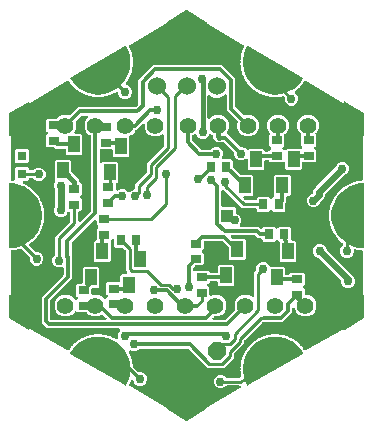
<source format=gbr>
G04 EAGLE Gerber RS-274X export*
G75*
%MOMM*%
%FSLAX34Y34*%
%LPD*%
%INTop Copper*%
%IPPOS*%
%AMOC8*
5,1,8,0,0,1.08239X$1,22.5*%
G01*
%ADD10R,0.800000X0.800000*%
%ADD11P,1.649562X8X22.500000*%
%ADD12R,0.700000X0.900000*%
%ADD13R,1.000000X1.100000*%
%ADD14C,1.524000*%
%ADD15C,1.000000*%
%ADD16C,1.422400*%
%ADD17R,1.000000X1.400000*%
%ADD18R,0.900000X0.700000*%
%ADD19C,0.304800*%
%ADD20C,0.756400*%
%ADD21C,0.609600*%
%ADD22C,0.406400*%
%ADD23C,0.292100*%
%ADD24C,0.254000*%

G36*
X18Y-656D02*
X18Y-656D01*
X96Y-657D01*
X119Y-648D01*
X139Y-646D01*
X178Y-626D01*
X252Y-599D01*
X16706Y8901D01*
X16728Y8920D01*
X16753Y8932D01*
X16788Y8970D01*
X16791Y8972D01*
X16794Y8977D01*
X16801Y8985D01*
X16855Y9033D01*
X16867Y9059D01*
X16886Y9080D01*
X16910Y9148D01*
X16941Y9212D01*
X16942Y9241D01*
X16952Y9268D01*
X16947Y9339D01*
X16950Y9411D01*
X16940Y9438D01*
X16938Y9466D01*
X16895Y9558D01*
X16881Y9597D01*
X16873Y9605D01*
X16868Y9617D01*
X16461Y10208D01*
X45138Y26764D01*
X45248Y26848D01*
X45362Y26929D01*
X45375Y26944D01*
X45391Y26957D01*
X45478Y27066D01*
X45567Y27172D01*
X45576Y27190D01*
X45589Y27206D01*
X45645Y27333D01*
X45706Y27458D01*
X45710Y27478D01*
X45718Y27496D01*
X45741Y27634D01*
X45769Y27770D01*
X45768Y27790D01*
X45771Y27810D01*
X45760Y27948D01*
X45753Y28087D01*
X45747Y28107D01*
X45745Y28127D01*
X45699Y28258D01*
X45658Y28391D01*
X45647Y28408D01*
X45640Y28427D01*
X45564Y28543D01*
X45490Y28661D01*
X45476Y28675D01*
X45465Y28692D01*
X45361Y28785D01*
X45261Y28882D01*
X45243Y28892D01*
X45228Y28905D01*
X45106Y28969D01*
X44984Y29038D01*
X44957Y29047D01*
X44947Y29053D01*
X44927Y29057D01*
X44832Y29090D01*
X44569Y29160D01*
X44484Y29171D01*
X44401Y29193D01*
X44265Y29202D01*
X44254Y29203D01*
X44250Y29203D01*
X44241Y29203D01*
X34000Y29203D01*
X33902Y29191D01*
X33803Y29188D01*
X33745Y29171D01*
X33685Y29163D01*
X33593Y29127D01*
X33498Y29099D01*
X33445Y29068D01*
X33389Y29046D01*
X33309Y28988D01*
X33224Y28938D01*
X33148Y28871D01*
X33132Y28859D01*
X33124Y28850D01*
X33103Y28831D01*
X31840Y27569D01*
X29722Y26691D01*
X27428Y26691D01*
X25310Y27569D01*
X23689Y29190D01*
X22811Y31308D01*
X22811Y33602D01*
X23689Y35720D01*
X25310Y37341D01*
X27428Y38219D01*
X29722Y38219D01*
X31840Y37341D01*
X33103Y36079D01*
X33181Y36018D01*
X33253Y35950D01*
X33306Y35921D01*
X33354Y35884D01*
X33445Y35844D01*
X33532Y35797D01*
X33590Y35781D01*
X33646Y35757D01*
X33744Y35742D01*
X33840Y35717D01*
X33940Y35711D01*
X33960Y35708D01*
X33972Y35709D01*
X34000Y35707D01*
X43624Y35707D01*
X43716Y35718D01*
X43808Y35720D01*
X43873Y35738D01*
X43940Y35747D01*
X44026Y35781D01*
X44115Y35805D01*
X44220Y35858D01*
X44236Y35864D01*
X44243Y35869D01*
X44259Y35877D01*
X45311Y36484D01*
X45403Y36554D01*
X45500Y36618D01*
X45529Y36650D01*
X45564Y36676D01*
X45636Y36767D01*
X45714Y36853D01*
X45748Y36909D01*
X45761Y36926D01*
X45769Y36943D01*
X45798Y36990D01*
X45906Y37194D01*
X45907Y37198D01*
X45910Y37201D01*
X45964Y37347D01*
X46018Y37492D01*
X46018Y37496D01*
X46020Y37500D01*
X46036Y37655D01*
X46053Y37808D01*
X46052Y37812D01*
X46053Y37816D01*
X46039Y37976D01*
X45805Y39525D01*
X45804Y39529D01*
X45804Y39534D01*
X45761Y39683D01*
X45719Y39832D01*
X45717Y39835D01*
X45716Y39839D01*
X45637Y39972D01*
X45594Y40047D01*
X45594Y40835D01*
X45592Y40849D01*
X45593Y40864D01*
X45579Y41024D01*
X45462Y41804D01*
X45501Y41874D01*
X45502Y41878D01*
X45504Y41882D01*
X45542Y42031D01*
X45582Y42182D01*
X45582Y42186D01*
X45583Y42190D01*
X45594Y42350D01*
X45594Y43917D01*
X45593Y43921D01*
X45594Y43925D01*
X45573Y44078D01*
X45554Y44233D01*
X45552Y44236D01*
X45552Y44240D01*
X45494Y44384D01*
X45462Y44464D01*
X45579Y45243D01*
X45580Y45258D01*
X45583Y45272D01*
X45594Y45433D01*
X45594Y46222D01*
X45643Y46285D01*
X45644Y46289D01*
X45647Y46292D01*
X45708Y46436D01*
X45769Y46577D01*
X45770Y46581D01*
X45771Y46585D01*
X45805Y46742D01*
X46039Y48291D01*
X46039Y48295D01*
X46040Y48299D01*
X46043Y48457D01*
X46046Y48609D01*
X46045Y48613D01*
X46046Y48617D01*
X46009Y48769D01*
X45990Y48852D01*
X46222Y49605D01*
X46225Y49619D01*
X46231Y49632D01*
X46265Y49790D01*
X46382Y50570D01*
X46440Y50625D01*
X46442Y50629D01*
X46445Y50631D01*
X46524Y50759D01*
X46609Y50895D01*
X46610Y50899D01*
X46612Y50902D01*
X46669Y51053D01*
X47131Y52550D01*
X47132Y52554D01*
X47133Y52558D01*
X47159Y52711D01*
X47186Y52863D01*
X47186Y52867D01*
X47186Y52871D01*
X47173Y53024D01*
X47167Y53112D01*
X47508Y53822D01*
X47513Y53835D01*
X47521Y53848D01*
X47567Y53970D01*
X47572Y53981D01*
X47573Y53987D01*
X47578Y53998D01*
X47810Y54752D01*
X47876Y54798D01*
X47878Y54801D01*
X47882Y54804D01*
X47983Y54923D01*
X48082Y55040D01*
X48084Y55043D01*
X48087Y55047D01*
X48166Y55187D01*
X48846Y56598D01*
X48847Y56602D01*
X48849Y56606D01*
X48897Y56752D01*
X48947Y56900D01*
X48947Y56904D01*
X48948Y56908D01*
X48958Y57061D01*
X48965Y57149D01*
X49408Y57799D01*
X49415Y57812D01*
X49424Y57823D01*
X49503Y57964D01*
X49846Y58675D01*
X49917Y58710D01*
X49920Y58713D01*
X49924Y58715D01*
X50038Y58815D01*
X50158Y58919D01*
X50160Y58922D01*
X50163Y58925D01*
X50262Y59052D01*
X51145Y60346D01*
X51146Y60350D01*
X51149Y60353D01*
X51218Y60490D01*
X51289Y60629D01*
X51290Y60633D01*
X51292Y60637D01*
X51325Y60789D01*
X51344Y60873D01*
X51880Y61450D01*
X51888Y61462D01*
X51899Y61471D01*
X51998Y61598D01*
X52443Y62250D01*
X52519Y62275D01*
X52522Y62277D01*
X52526Y62278D01*
X52657Y62362D01*
X52788Y62445D01*
X52790Y62448D01*
X52794Y62450D01*
X52911Y62561D01*
X53976Y63709D01*
X53979Y63713D01*
X53982Y63715D01*
X54072Y63843D01*
X54076Y63848D01*
X54077Y63850D01*
X54162Y63968D01*
X54163Y63972D01*
X54166Y63975D01*
X54222Y64122D01*
X54252Y64200D01*
X54868Y64691D01*
X54878Y64702D01*
X54890Y64709D01*
X55007Y64820D01*
X55544Y65399D01*
X55623Y65412D01*
X55627Y65413D01*
X55631Y65414D01*
X55773Y65478D01*
X55914Y65540D01*
X55917Y65542D01*
X55921Y65544D01*
X56053Y65636D01*
X57278Y66613D01*
X57281Y66616D01*
X57284Y66618D01*
X57392Y66730D01*
X57500Y66841D01*
X57502Y66844D01*
X57505Y66847D01*
X57581Y66982D01*
X57624Y67057D01*
X58306Y67451D01*
X58317Y67460D01*
X58331Y67466D01*
X58463Y67558D01*
X59080Y68050D01*
X59160Y68051D01*
X59164Y68052D01*
X59168Y68052D01*
X59317Y68094D01*
X59467Y68134D01*
X59470Y68136D01*
X59474Y68137D01*
X59618Y68209D01*
X60975Y68992D01*
X60978Y68995D01*
X60982Y68996D01*
X61105Y69091D01*
X61229Y69184D01*
X61231Y69188D01*
X61234Y69190D01*
X61330Y69312D01*
X61383Y69380D01*
X62117Y69667D01*
X62129Y69674D01*
X62143Y69678D01*
X62288Y69750D01*
X62971Y70144D01*
X63050Y70133D01*
X63054Y70134D01*
X63058Y70133D01*
X63212Y70152D01*
X63366Y70170D01*
X63370Y70171D01*
X63374Y70172D01*
X63527Y70221D01*
X64986Y70794D01*
X64990Y70796D01*
X64993Y70797D01*
X65128Y70871D01*
X65265Y70946D01*
X65268Y70949D01*
X65272Y70951D01*
X65384Y71057D01*
X65447Y71116D01*
X66215Y71291D01*
X66229Y71296D01*
X66243Y71298D01*
X66396Y71347D01*
X67131Y71635D01*
X67208Y71613D01*
X67212Y71613D01*
X67216Y71612D01*
X67370Y71607D01*
X67526Y71602D01*
X67530Y71603D01*
X67534Y71603D01*
X67693Y71628D01*
X69220Y71977D01*
X69224Y71979D01*
X69228Y71979D01*
X69372Y72032D01*
X69519Y72086D01*
X69522Y72088D01*
X69526Y72090D01*
X69654Y72179D01*
X69725Y72227D01*
X70510Y72286D01*
X70524Y72289D01*
X70539Y72289D01*
X70698Y72314D01*
X71467Y72490D01*
X71539Y72456D01*
X71543Y72455D01*
X71547Y72454D01*
X71703Y72426D01*
X71852Y72398D01*
X71856Y72398D01*
X71860Y72397D01*
X72021Y72399D01*
X73584Y72516D01*
X73588Y72517D01*
X73592Y72517D01*
X73745Y72549D01*
X73895Y72580D01*
X73899Y72582D01*
X73903Y72582D01*
X74042Y72651D01*
X74120Y72689D01*
X74905Y72630D01*
X74920Y72630D01*
X74934Y72628D01*
X75095Y72630D01*
X75882Y72689D01*
X75948Y72644D01*
X75952Y72643D01*
X75956Y72641D01*
X76102Y72591D01*
X76249Y72540D01*
X76253Y72540D01*
X76257Y72539D01*
X76416Y72516D01*
X77979Y72399D01*
X77983Y72400D01*
X77987Y72399D01*
X78142Y72408D01*
X78296Y72415D01*
X78300Y72417D01*
X78304Y72417D01*
X78451Y72464D01*
X78534Y72490D01*
X79302Y72314D01*
X79317Y72313D01*
X79330Y72308D01*
X79490Y72286D01*
X80277Y72227D01*
X80336Y72174D01*
X80340Y72172D01*
X80343Y72169D01*
X80479Y72098D01*
X80618Y72026D01*
X80622Y72025D01*
X80625Y72023D01*
X80780Y71977D01*
X82307Y71628D01*
X82311Y71628D01*
X82315Y71627D01*
X82470Y71612D01*
X82624Y71597D01*
X82628Y71598D01*
X82632Y71597D01*
X82786Y71622D01*
X82870Y71635D01*
X83603Y71347D01*
X83617Y71344D01*
X83630Y71337D01*
X83785Y71291D01*
X84554Y71116D01*
X84605Y71054D01*
X84608Y71051D01*
X84611Y71048D01*
X84735Y70958D01*
X84861Y70866D01*
X84865Y70864D01*
X84868Y70862D01*
X85014Y70794D01*
X86473Y70221D01*
X86477Y70220D01*
X86480Y70218D01*
X86629Y70182D01*
X86781Y70143D01*
X86785Y70143D01*
X86789Y70142D01*
X86944Y70143D01*
X87030Y70144D01*
X87712Y69750D01*
X87726Y69744D01*
X87737Y69736D01*
X87883Y69667D01*
X88618Y69379D01*
X88659Y69311D01*
X88662Y69308D01*
X88664Y69304D01*
X88775Y69195D01*
X88884Y69086D01*
X88888Y69084D01*
X88891Y69081D01*
X89025Y68992D01*
X90382Y68209D01*
X90385Y68207D01*
X90389Y68205D01*
X90532Y68145D01*
X90675Y68085D01*
X90679Y68085D01*
X90683Y68083D01*
X90837Y68061D01*
X90921Y68049D01*
X91537Y67558D01*
X91550Y67550D01*
X91560Y67540D01*
X91694Y67451D01*
X92377Y67056D01*
X92408Y66982D01*
X92410Y66979D01*
X92412Y66975D01*
X92506Y66850D01*
X92597Y66727D01*
X92600Y66724D01*
X92603Y66721D01*
X92722Y66613D01*
X93947Y65636D01*
X93951Y65634D01*
X93953Y65631D01*
X94085Y65552D01*
X94219Y65471D01*
X94222Y65469D01*
X94226Y65467D01*
X94377Y65422D01*
X94457Y65398D01*
X94993Y64820D01*
X95004Y64811D01*
X95013Y64799D01*
X95132Y64691D01*
X95749Y64199D01*
X95768Y64122D01*
X95770Y64118D01*
X95771Y64114D01*
X95846Y63975D01*
X95917Y63841D01*
X95920Y63838D01*
X95922Y63834D01*
X96024Y63709D01*
X97089Y62561D01*
X97092Y62558D01*
X97095Y62555D01*
X97213Y62457D01*
X97333Y62357D01*
X97337Y62355D01*
X97340Y62352D01*
X97479Y62287D01*
X97558Y62249D01*
X98002Y61598D01*
X98011Y61587D01*
X98018Y61575D01*
X98120Y61450D01*
X98657Y60872D01*
X98664Y60792D01*
X98665Y60788D01*
X98666Y60784D01*
X98719Y60636D01*
X98770Y60492D01*
X98772Y60489D01*
X98773Y60485D01*
X98855Y60346D01*
X99448Y59477D01*
X99496Y59423D01*
X99536Y59363D01*
X99601Y59304D01*
X99659Y59238D01*
X99718Y59198D01*
X99772Y59150D01*
X99849Y59109D01*
X99922Y59060D01*
X99990Y59036D01*
X100053Y59002D01*
X100139Y58982D01*
X100222Y58953D01*
X100293Y58946D01*
X100363Y58929D01*
X100451Y58931D01*
X100538Y58923D01*
X100609Y58934D01*
X100681Y58936D01*
X100766Y58959D01*
X100852Y58973D01*
X100918Y59002D01*
X100987Y59021D01*
X101132Y59092D01*
X132784Y77367D01*
X133093Y76719D01*
X133110Y76697D01*
X133119Y76670D01*
X133169Y76618D01*
X133212Y76560D01*
X133237Y76546D01*
X133256Y76525D01*
X133322Y76497D01*
X133384Y76461D01*
X133412Y76457D01*
X133438Y76446D01*
X133510Y76445D01*
X133581Y76436D01*
X133609Y76444D01*
X133637Y76443D01*
X133733Y76479D01*
X133773Y76490D01*
X133781Y76497D01*
X133793Y76501D01*
X150247Y86001D01*
X150306Y86053D01*
X150368Y86099D01*
X150380Y86118D01*
X150396Y86133D01*
X150430Y86203D01*
X150470Y86270D01*
X150474Y86295D01*
X150482Y86312D01*
X150484Y86357D01*
X150497Y86434D01*
X150474Y105474D01*
X150469Y105502D01*
X150471Y105530D01*
X150449Y105598D01*
X150434Y105669D01*
X150418Y105692D01*
X150409Y105719D01*
X150362Y105773D01*
X150322Y105832D01*
X150298Y105848D01*
X150279Y105869D01*
X150215Y105901D01*
X150154Y105939D01*
X150126Y105944D01*
X150100Y105956D01*
X150000Y105965D01*
X149958Y105972D01*
X149947Y105970D01*
X149934Y105971D01*
X149243Y105914D01*
X149242Y142411D01*
X149233Y142482D01*
X149234Y142554D01*
X149213Y142639D01*
X149203Y142726D01*
X149176Y142793D01*
X149159Y142863D01*
X149118Y142940D01*
X149085Y143022D01*
X149043Y143080D01*
X149009Y143144D01*
X148950Y143208D01*
X148899Y143279D01*
X148843Y143325D01*
X148795Y143378D01*
X148721Y143426D01*
X148654Y143482D01*
X148589Y143513D01*
X148528Y143552D01*
X148445Y143580D01*
X148366Y143618D01*
X148295Y143631D01*
X148227Y143654D01*
X148068Y143676D01*
X147025Y143754D01*
X147021Y143754D01*
X147017Y143755D01*
X146861Y143746D01*
X146707Y143738D01*
X146704Y143737D01*
X146699Y143736D01*
X146552Y143689D01*
X146469Y143664D01*
X145702Y143839D01*
X145687Y143840D01*
X145673Y143845D01*
X145514Y143867D01*
X144727Y143926D01*
X144668Y143979D01*
X144664Y143981D01*
X144661Y143984D01*
X144526Y144054D01*
X144386Y144127D01*
X144382Y144128D01*
X144378Y144130D01*
X144224Y144175D01*
X142936Y144469D01*
X142882Y144474D01*
X142858Y144481D01*
X142810Y144484D01*
X142734Y144498D01*
X142677Y144495D01*
X142619Y144500D01*
X142519Y144485D01*
X142417Y144478D01*
X142362Y144461D01*
X142305Y144452D01*
X142211Y144412D01*
X142114Y144380D01*
X142066Y144350D01*
X142013Y144327D01*
X141932Y144265D01*
X141846Y144210D01*
X141806Y144168D01*
X141760Y144133D01*
X141698Y144053D01*
X141628Y143979D01*
X141600Y143928D01*
X141564Y143883D01*
X141524Y143789D01*
X141474Y143700D01*
X141460Y143644D01*
X141437Y143591D01*
X141420Y143491D01*
X141395Y143392D01*
X141390Y143317D01*
X141387Y143302D01*
X141388Y143292D01*
X141385Y143278D01*
X141387Y143264D01*
X141385Y143231D01*
X141385Y141851D01*
X140507Y139732D01*
X138886Y138111D01*
X136767Y137233D01*
X134474Y137233D01*
X132356Y138111D01*
X130734Y139732D01*
X129857Y141851D01*
X129857Y144144D01*
X130734Y146262D01*
X131997Y147525D01*
X132058Y147603D01*
X132126Y147676D01*
X132155Y147729D01*
X132192Y147776D01*
X132231Y147867D01*
X132279Y147954D01*
X132294Y148013D01*
X132318Y148068D01*
X132334Y148166D01*
X132359Y148262D01*
X132365Y148362D01*
X132368Y148382D01*
X132367Y148395D01*
X132369Y148423D01*
X132369Y148851D01*
X132367Y148862D01*
X132369Y148873D01*
X132348Y149018D01*
X132329Y149166D01*
X132325Y149177D01*
X132323Y149188D01*
X132266Y149324D01*
X132212Y149462D01*
X132205Y149471D01*
X132201Y149481D01*
X132112Y149600D01*
X132025Y149719D01*
X132017Y149727D01*
X132010Y149735D01*
X131891Y149844D01*
X131047Y150516D01*
X131043Y150518D01*
X131040Y150521D01*
X130908Y150600D01*
X130775Y150682D01*
X130771Y150683D01*
X130768Y150685D01*
X130617Y150730D01*
X130537Y150754D01*
X130001Y151332D01*
X129990Y151341D01*
X129981Y151353D01*
X129861Y151461D01*
X129244Y151952D01*
X129226Y152030D01*
X129224Y152034D01*
X129223Y152038D01*
X129148Y152175D01*
X129076Y152311D01*
X129073Y152314D01*
X129071Y152317D01*
X128970Y152442D01*
X127902Y153592D01*
X127899Y153595D01*
X127896Y153598D01*
X127778Y153696D01*
X127658Y153796D01*
X127654Y153798D01*
X127651Y153800D01*
X127512Y153866D01*
X127433Y153904D01*
X126989Y154554D01*
X126980Y154565D01*
X126973Y154578D01*
X126871Y154703D01*
X126334Y155281D01*
X126327Y155361D01*
X126325Y155364D01*
X126325Y155368D01*
X126273Y155513D01*
X126221Y155660D01*
X126219Y155664D01*
X126217Y155668D01*
X126135Y155806D01*
X125251Y157102D01*
X125248Y157105D01*
X125246Y157109D01*
X125142Y157225D01*
X125040Y157340D01*
X125037Y157343D01*
X125034Y157346D01*
X124905Y157432D01*
X124834Y157480D01*
X124492Y158190D01*
X124484Y158202D01*
X124479Y158216D01*
X124397Y158354D01*
X123952Y159006D01*
X123957Y159086D01*
X123956Y159090D01*
X123956Y159094D01*
X123926Y159245D01*
X123897Y159398D01*
X123895Y159402D01*
X123894Y159406D01*
X123834Y159555D01*
X123152Y160968D01*
X123150Y160972D01*
X123149Y160976D01*
X123064Y161105D01*
X122980Y161235D01*
X122977Y161238D01*
X122974Y161241D01*
X122861Y161345D01*
X122796Y161404D01*
X122564Y162157D01*
X122558Y162170D01*
X122555Y162184D01*
X122494Y162334D01*
X122152Y163044D01*
X122169Y163123D01*
X122168Y163127D01*
X122169Y163131D01*
X122162Y163287D01*
X122156Y163440D01*
X122155Y163444D01*
X122154Y163448D01*
X122117Y163605D01*
X121654Y165104D01*
X121652Y165108D01*
X121651Y165112D01*
X121586Y165253D01*
X121523Y165394D01*
X121520Y165397D01*
X121518Y165401D01*
X121419Y165523D01*
X121366Y165588D01*
X121249Y166367D01*
X121245Y166381D01*
X121244Y166395D01*
X121207Y166552D01*
X120974Y167306D01*
X121002Y167381D01*
X121002Y167385D01*
X121004Y167389D01*
X121020Y167543D01*
X121037Y167697D01*
X121036Y167701D01*
X121036Y167705D01*
X121022Y167866D01*
X120788Y169417D01*
X120787Y169421D01*
X120787Y169425D01*
X120744Y169573D01*
X120702Y169723D01*
X120700Y169727D01*
X120698Y169730D01*
X120620Y169864D01*
X120576Y169938D01*
X120576Y170726D01*
X120574Y170741D01*
X120576Y170755D01*
X120562Y170915D01*
X120444Y171696D01*
X120483Y171765D01*
X120484Y171769D01*
X120486Y171773D01*
X120524Y171922D01*
X120564Y172073D01*
X120564Y172077D01*
X120565Y172081D01*
X120576Y172242D01*
X120575Y173811D01*
X120575Y173815D01*
X120575Y173819D01*
X120555Y173971D01*
X120535Y174126D01*
X120534Y174130D01*
X120533Y174134D01*
X120477Y174272D01*
X120443Y174358D01*
X120560Y175137D01*
X120561Y175151D01*
X120564Y175165D01*
X120575Y175326D01*
X120574Y176115D01*
X120623Y176178D01*
X120625Y176182D01*
X120627Y176185D01*
X120688Y176328D01*
X120750Y176470D01*
X120750Y176474D01*
X120752Y176478D01*
X120786Y176636D01*
X121019Y178187D01*
X121019Y178191D01*
X121020Y178195D01*
X121023Y178353D01*
X121027Y178505D01*
X121026Y178509D01*
X121026Y178513D01*
X120990Y178665D01*
X120970Y178748D01*
X121202Y179501D01*
X121205Y179515D01*
X121211Y179528D01*
X121245Y179686D01*
X121362Y180466D01*
X121420Y180521D01*
X121422Y180525D01*
X121425Y180528D01*
X121506Y180659D01*
X121588Y180791D01*
X121589Y180795D01*
X121592Y180798D01*
X121649Y180949D01*
X122111Y182448D01*
X122111Y182452D01*
X122113Y182456D01*
X122139Y182608D01*
X122165Y182762D01*
X122165Y182766D01*
X122166Y182770D01*
X122153Y182927D01*
X122146Y183010D01*
X122488Y183720D01*
X122492Y183734D01*
X122500Y183746D01*
X122557Y183897D01*
X122789Y184651D01*
X122855Y184697D01*
X122857Y184700D01*
X122861Y184702D01*
X122961Y184821D01*
X123061Y184938D01*
X123063Y184942D01*
X123066Y184945D01*
X123145Y185086D01*
X123825Y186499D01*
X123826Y186503D01*
X123829Y186507D01*
X123877Y186654D01*
X123926Y186801D01*
X123926Y186805D01*
X123927Y186809D01*
X123938Y186965D01*
X123944Y187050D01*
X124387Y187701D01*
X124394Y187714D01*
X124403Y187725D01*
X124482Y187865D01*
X124824Y188576D01*
X124896Y188612D01*
X124899Y188614D01*
X124903Y188616D01*
X125020Y188719D01*
X125136Y188820D01*
X125139Y188823D01*
X125142Y188826D01*
X125241Y188953D01*
X126124Y190250D01*
X126126Y190253D01*
X126129Y190257D01*
X126198Y190395D01*
X126269Y190533D01*
X126270Y190537D01*
X126272Y190541D01*
X126305Y190695D01*
X126323Y190776D01*
X126859Y191354D01*
X126867Y191365D01*
X126878Y191375D01*
X126977Y191502D01*
X127422Y192154D01*
X127498Y192179D01*
X127501Y192181D01*
X127505Y192182D01*
X127634Y192265D01*
X127766Y192349D01*
X127769Y192352D01*
X127773Y192354D01*
X127890Y192465D01*
X128956Y193615D01*
X128959Y193619D01*
X128962Y193621D01*
X129051Y193748D01*
X129142Y193874D01*
X129143Y193878D01*
X129145Y193881D01*
X129201Y194026D01*
X129232Y194106D01*
X129848Y194598D01*
X129858Y194608D01*
X129870Y194616D01*
X129987Y194727D01*
X130523Y195305D01*
X130602Y195318D01*
X130606Y195320D01*
X130610Y195321D01*
X130751Y195384D01*
X130893Y195446D01*
X130897Y195449D01*
X130900Y195451D01*
X131032Y195543D01*
X132259Y196522D01*
X132262Y196525D01*
X132265Y196527D01*
X132372Y196638D01*
X132480Y196749D01*
X132482Y196753D01*
X132485Y196756D01*
X132562Y196892D01*
X132604Y196966D01*
X133286Y197360D01*
X133298Y197369D01*
X133311Y197375D01*
X133443Y197467D01*
X134060Y197959D01*
X134140Y197960D01*
X134144Y197961D01*
X134148Y197961D01*
X134295Y198002D01*
X134447Y198043D01*
X134450Y198045D01*
X134454Y198046D01*
X134599Y198118D01*
X135957Y198903D01*
X135960Y198905D01*
X135964Y198907D01*
X136087Y199001D01*
X136210Y199095D01*
X136213Y199099D01*
X136216Y199101D01*
X136311Y199223D01*
X136365Y199291D01*
X137098Y199579D01*
X137111Y199586D01*
X137125Y199590D01*
X137269Y199661D01*
X137953Y200056D01*
X138032Y200045D01*
X138036Y200045D01*
X138040Y200045D01*
X138194Y200064D01*
X138348Y200082D01*
X138352Y200083D01*
X138356Y200084D01*
X138509Y200133D01*
X139969Y200707D01*
X139973Y200708D01*
X139977Y200710D01*
X140113Y200785D01*
X140248Y200859D01*
X140251Y200862D01*
X140255Y200864D01*
X140368Y200970D01*
X140431Y201029D01*
X141198Y201205D01*
X141212Y201210D01*
X141226Y201211D01*
X141380Y201261D01*
X142114Y201549D01*
X142191Y201527D01*
X142195Y201526D01*
X142199Y201525D01*
X142354Y201521D01*
X142509Y201516D01*
X142513Y201517D01*
X142517Y201517D01*
X142676Y201542D01*
X144205Y201892D01*
X144209Y201893D01*
X144213Y201894D01*
X144357Y201947D01*
X144504Y202001D01*
X144508Y202003D01*
X144511Y202005D01*
X144637Y202092D01*
X144710Y202142D01*
X145495Y202201D01*
X145509Y202204D01*
X145524Y202204D01*
X145683Y202230D01*
X146452Y202406D01*
X146524Y202372D01*
X146528Y202371D01*
X146532Y202369D01*
X146684Y202342D01*
X146837Y202314D01*
X146841Y202314D01*
X146845Y202313D01*
X147006Y202315D01*
X148068Y202395D01*
X148138Y202409D01*
X148209Y202414D01*
X148293Y202441D01*
X148379Y202458D01*
X148444Y202490D01*
X148512Y202512D01*
X148586Y202559D01*
X148665Y202597D01*
X148720Y202644D01*
X148780Y202682D01*
X148841Y202746D01*
X148908Y202803D01*
X148949Y202861D01*
X148998Y202913D01*
X149041Y202991D01*
X149092Y203062D01*
X149117Y203129D01*
X149152Y203192D01*
X149174Y203277D01*
X149205Y203359D01*
X149213Y203431D01*
X149231Y203500D01*
X149242Y203661D01*
X149241Y240160D01*
X149978Y240100D01*
X150007Y240104D01*
X150035Y240099D01*
X150105Y240116D01*
X150176Y240124D01*
X150201Y240139D01*
X150229Y240145D01*
X150286Y240188D01*
X150348Y240223D01*
X150366Y240246D01*
X150389Y240263D01*
X150425Y240325D01*
X150468Y240382D01*
X150475Y240410D01*
X150490Y240435D01*
X150507Y240533D01*
X150517Y240574D01*
X150515Y240585D01*
X150518Y240599D01*
X150495Y259638D01*
X150479Y259714D01*
X150471Y259790D01*
X150460Y259810D01*
X150455Y259833D01*
X150411Y259896D01*
X150374Y259963D01*
X150354Y259980D01*
X150342Y259997D01*
X150305Y260021D01*
X150246Y260070D01*
X133769Y269609D01*
X133741Y269618D01*
X133717Y269635D01*
X133648Y269650D01*
X133580Y269672D01*
X133551Y269670D01*
X133523Y269676D01*
X133453Y269663D01*
X133382Y269657D01*
X133356Y269644D01*
X133328Y269638D01*
X133268Y269598D01*
X133205Y269566D01*
X133187Y269543D01*
X133163Y269527D01*
X133105Y269445D01*
X133078Y269413D01*
X133075Y269402D01*
X133067Y269391D01*
X132750Y268723D01*
X101141Y286973D01*
X101075Y287001D01*
X101014Y287037D01*
X100929Y287062D01*
X100848Y287096D01*
X100777Y287107D01*
X100708Y287127D01*
X100621Y287130D01*
X100533Y287143D01*
X100462Y287135D01*
X100391Y287138D01*
X100305Y287119D01*
X100217Y287110D01*
X100150Y287085D01*
X100080Y287069D01*
X100002Y287029D01*
X99919Y286999D01*
X99860Y286958D01*
X99796Y286926D01*
X99730Y286868D01*
X99658Y286817D01*
X99611Y286763D01*
X99557Y286716D01*
X99458Y286589D01*
X98858Y285710D01*
X98857Y285706D01*
X98854Y285703D01*
X98783Y285563D01*
X98713Y285427D01*
X98713Y285423D01*
X98711Y285419D01*
X98678Y285268D01*
X98659Y285184D01*
X98123Y284606D01*
X98114Y284595D01*
X98103Y284585D01*
X98004Y284458D01*
X97560Y283806D01*
X97483Y283782D01*
X97480Y283780D01*
X97476Y283778D01*
X97345Y283694D01*
X97215Y283612D01*
X97212Y283609D01*
X97208Y283607D01*
X97091Y283496D01*
X96024Y282346D01*
X96021Y282343D01*
X96018Y282340D01*
X95929Y282214D01*
X95838Y282088D01*
X95837Y282084D01*
X95835Y282080D01*
X95779Y281936D01*
X95748Y281855D01*
X95132Y281364D01*
X95122Y281354D01*
X95110Y281346D01*
X94993Y281235D01*
X94456Y280657D01*
X94377Y280644D01*
X94373Y280643D01*
X94369Y280642D01*
X94228Y280579D01*
X94086Y280516D01*
X94082Y280514D01*
X94079Y280512D01*
X93947Y280420D01*
X92720Y279442D01*
X92717Y279439D01*
X92713Y279437D01*
X92606Y279325D01*
X92498Y279214D01*
X92496Y279211D01*
X92493Y279208D01*
X92417Y279074D01*
X92374Y278998D01*
X92218Y278908D01*
X92118Y278832D01*
X92014Y278761D01*
X91992Y278736D01*
X91965Y278716D01*
X91887Y278617D01*
X91803Y278523D01*
X91788Y278493D01*
X91767Y278467D01*
X91716Y278352D01*
X91659Y278240D01*
X91651Y278207D01*
X91638Y278177D01*
X91617Y278052D01*
X91589Y277930D01*
X91590Y277896D01*
X91584Y277863D01*
X91595Y277738D01*
X91599Y277612D01*
X91608Y277579D01*
X91611Y277546D01*
X91652Y277427D01*
X91687Y277306D01*
X91704Y277277D01*
X91715Y277246D01*
X91785Y277141D01*
X91849Y277032D01*
X91881Y276996D01*
X91891Y276981D01*
X91907Y276966D01*
X91955Y276911D01*
X93602Y275264D01*
X94480Y273146D01*
X94480Y270853D01*
X93602Y268734D01*
X91981Y267113D01*
X89862Y266235D01*
X87569Y266235D01*
X85451Y267113D01*
X83829Y268734D01*
X82952Y270853D01*
X82952Y272638D01*
X82940Y272737D01*
X82937Y272836D01*
X82920Y272894D01*
X82912Y272954D01*
X82876Y273046D01*
X82848Y273141D01*
X82817Y273193D01*
X82795Y273250D01*
X82737Y273330D01*
X82687Y273415D01*
X82620Y273490D01*
X82608Y273507D01*
X82599Y273515D01*
X82580Y273536D01*
X82297Y273819D01*
X82233Y273869D01*
X82175Y273927D01*
X82108Y273966D01*
X82046Y274014D01*
X81971Y274046D01*
X81900Y274088D01*
X81826Y274109D01*
X81754Y274140D01*
X81674Y274153D01*
X81595Y274175D01*
X81517Y274178D01*
X81440Y274190D01*
X81359Y274182D01*
X81277Y274184D01*
X81129Y274161D01*
X81124Y274160D01*
X81122Y274159D01*
X81118Y274159D01*
X80770Y274079D01*
X80766Y274078D01*
X80762Y274077D01*
X80613Y274022D01*
X80471Y273970D01*
X80467Y273968D01*
X80464Y273967D01*
X80333Y273876D01*
X80265Y273829D01*
X79479Y273771D01*
X79465Y273768D01*
X79451Y273768D01*
X79292Y273742D01*
X78523Y273567D01*
X78450Y273601D01*
X78446Y273602D01*
X78442Y273603D01*
X78288Y273631D01*
X78137Y273659D01*
X78133Y273659D01*
X78129Y273660D01*
X77968Y273658D01*
X76404Y273541D01*
X76400Y273540D01*
X76395Y273541D01*
X76243Y273509D01*
X76092Y273478D01*
X76088Y273476D01*
X76084Y273475D01*
X75945Y273407D01*
X75868Y273369D01*
X75082Y273428D01*
X75068Y273428D01*
X75053Y273430D01*
X74892Y273428D01*
X74105Y273370D01*
X74039Y273414D01*
X74035Y273415D01*
X74031Y273418D01*
X73883Y273468D01*
X73738Y273518D01*
X73734Y273519D01*
X73730Y273520D01*
X73571Y273542D01*
X72006Y273660D01*
X72002Y273660D01*
X71998Y273660D01*
X71844Y273652D01*
X71689Y273644D01*
X71685Y273643D01*
X71681Y273642D01*
X71535Y273596D01*
X71451Y273570D01*
X70683Y273745D01*
X70668Y273747D01*
X70655Y273751D01*
X70495Y273774D01*
X69708Y273833D01*
X69649Y273886D01*
X69645Y273888D01*
X69642Y273891D01*
X69504Y273962D01*
X69367Y274034D01*
X69363Y274035D01*
X69360Y274037D01*
X69205Y274083D01*
X67676Y274433D01*
X67672Y274433D01*
X67668Y274434D01*
X67516Y274449D01*
X67359Y274464D01*
X67355Y274463D01*
X67351Y274464D01*
X67199Y274439D01*
X67113Y274426D01*
X66380Y274714D01*
X66366Y274718D01*
X66353Y274725D01*
X66198Y274770D01*
X65429Y274946D01*
X65379Y275008D01*
X65375Y275010D01*
X65373Y275014D01*
X65248Y275104D01*
X65122Y275196D01*
X65118Y275198D01*
X65115Y275200D01*
X64969Y275268D01*
X63509Y275842D01*
X63505Y275843D01*
X63501Y275845D01*
X63352Y275882D01*
X63201Y275920D01*
X63197Y275920D01*
X63193Y275921D01*
X63038Y275920D01*
X62951Y275920D01*
X62269Y276314D01*
X62256Y276319D01*
X62244Y276328D01*
X62098Y276396D01*
X61364Y276685D01*
X61323Y276753D01*
X61320Y276756D01*
X61318Y276760D01*
X61207Y276869D01*
X61098Y276978D01*
X61094Y276980D01*
X61091Y276983D01*
X60957Y277072D01*
X59599Y277857D01*
X59595Y277859D01*
X59592Y277861D01*
X59449Y277920D01*
X59305Y277980D01*
X59301Y277981D01*
X59298Y277982D01*
X59147Y278004D01*
X59059Y278017D01*
X58443Y278508D01*
X58431Y278516D01*
X58420Y278526D01*
X58286Y278615D01*
X57603Y279010D01*
X57573Y279084D01*
X57571Y279087D01*
X57569Y279091D01*
X57476Y279214D01*
X57383Y279339D01*
X57380Y279342D01*
X57378Y279345D01*
X57259Y279453D01*
X56032Y280432D01*
X56029Y280434D01*
X56026Y280437D01*
X55894Y280516D01*
X55761Y280598D01*
X55757Y280599D01*
X55753Y280601D01*
X55605Y280645D01*
X55522Y280671D01*
X54987Y281248D01*
X54976Y281257D01*
X54967Y281269D01*
X54848Y281377D01*
X54231Y281869D01*
X54212Y281947D01*
X54210Y281951D01*
X54209Y281955D01*
X54136Y282091D01*
X54063Y282228D01*
X54060Y282231D01*
X54058Y282235D01*
X53956Y282359D01*
X52890Y283510D01*
X52886Y283513D01*
X52884Y283516D01*
X52764Y283615D01*
X52646Y283714D01*
X52642Y283716D01*
X52639Y283719D01*
X52497Y283786D01*
X52421Y283822D01*
X51977Y284473D01*
X51968Y284484D01*
X51961Y284496D01*
X51859Y284621D01*
X51323Y285200D01*
X51316Y285279D01*
X51314Y285283D01*
X51314Y285287D01*
X51260Y285436D01*
X51210Y285579D01*
X51207Y285583D01*
X51206Y285587D01*
X51124Y285725D01*
X50241Y287022D01*
X50238Y287025D01*
X50236Y287029D01*
X50134Y287143D01*
X50030Y287260D01*
X50027Y287262D01*
X50024Y287266D01*
X49895Y287352D01*
X49824Y287400D01*
X49482Y288110D01*
X49474Y288122D01*
X49469Y288136D01*
X49387Y288274D01*
X48943Y288926D01*
X48948Y289006D01*
X48947Y289010D01*
X48947Y289014D01*
X48917Y289167D01*
X48888Y289319D01*
X48886Y289322D01*
X48885Y289326D01*
X48825Y289476D01*
X48145Y290889D01*
X48142Y290893D01*
X48141Y290897D01*
X48055Y291028D01*
X47972Y291156D01*
X47969Y291159D01*
X47967Y291163D01*
X47853Y291267D01*
X47789Y291326D01*
X47557Y292078D01*
X47551Y292091D01*
X47548Y292106D01*
X47488Y292255D01*
X47145Y292966D01*
X47162Y293044D01*
X47162Y293048D01*
X47163Y293052D01*
X47156Y293205D01*
X47150Y293362D01*
X47148Y293366D01*
X47148Y293370D01*
X47111Y293527D01*
X46649Y295026D01*
X46647Y295030D01*
X46646Y295034D01*
X46580Y295177D01*
X46518Y295316D01*
X46515Y295319D01*
X46513Y295323D01*
X46415Y295443D01*
X46362Y295510D01*
X46245Y296289D01*
X46241Y296303D01*
X46240Y296318D01*
X46202Y296474D01*
X45970Y297228D01*
X45998Y297303D01*
X45999Y297307D01*
X46000Y297311D01*
X46016Y297466D01*
X46033Y297619D01*
X46033Y297623D01*
X46033Y297628D01*
X46019Y297788D01*
X45786Y299339D01*
X45785Y299343D01*
X45785Y299348D01*
X45742Y299496D01*
X45700Y299645D01*
X45697Y299649D01*
X45696Y299653D01*
X45617Y299787D01*
X45574Y299861D01*
X45575Y300649D01*
X45573Y300663D01*
X45574Y300678D01*
X45560Y300838D01*
X45443Y301618D01*
X45482Y301688D01*
X45483Y301692D01*
X45485Y301696D01*
X45525Y301850D01*
X45564Y301996D01*
X45564Y302000D01*
X45565Y302004D01*
X45575Y302164D01*
X45576Y303733D01*
X45575Y303737D01*
X45576Y303742D01*
X45555Y303895D01*
X45536Y304049D01*
X45534Y304053D01*
X45534Y304057D01*
X45475Y304203D01*
X45444Y304281D01*
X45562Y305060D01*
X45562Y305074D01*
X45566Y305088D01*
X45576Y305249D01*
X45576Y306038D01*
X45625Y306101D01*
X45627Y306105D01*
X45629Y306108D01*
X45688Y306246D01*
X45752Y306393D01*
X45752Y306397D01*
X45754Y306401D01*
X45788Y306558D01*
X46022Y308109D01*
X46023Y308113D01*
X46024Y308117D01*
X46026Y308272D01*
X46030Y308427D01*
X46029Y308431D01*
X46029Y308435D01*
X45994Y308583D01*
X45974Y308670D01*
X46207Y309423D01*
X46209Y309437D01*
X46215Y309451D01*
X46249Y309608D01*
X46367Y310388D01*
X46425Y310443D01*
X46427Y310447D01*
X46430Y310450D01*
X46509Y310579D01*
X46593Y310713D01*
X46594Y310717D01*
X46597Y310720D01*
X46654Y310871D01*
X47117Y312370D01*
X47117Y312374D01*
X47119Y312378D01*
X47144Y312528D01*
X47172Y312683D01*
X47171Y312687D01*
X47172Y312691D01*
X47159Y312844D01*
X47152Y312932D01*
X47494Y313641D01*
X47499Y313655D01*
X47507Y313667D01*
X47564Y313818D01*
X47797Y314572D01*
X47862Y314618D01*
X47865Y314621D01*
X47868Y314623D01*
X47967Y314741D01*
X48069Y314859D01*
X48071Y314863D01*
X48073Y314866D01*
X48152Y315007D01*
X48606Y315948D01*
X48629Y316017D01*
X48661Y316081D01*
X48680Y316167D01*
X48707Y316250D01*
X48713Y316322D01*
X48728Y316392D01*
X48724Y316480D01*
X48730Y316567D01*
X48718Y316638D01*
X48715Y316710D01*
X48689Y316794D01*
X48674Y316880D01*
X48644Y316945D01*
X48623Y317014D01*
X48578Y317089D01*
X48541Y317169D01*
X48496Y317225D01*
X48459Y317287D01*
X48396Y317348D01*
X48341Y317416D01*
X48283Y317459D01*
X48232Y317509D01*
X48098Y317599D01*
X16491Y335847D01*
X16886Y336418D01*
X16897Y336444D01*
X16915Y336466D01*
X16936Y336535D01*
X16964Y336601D01*
X16964Y336629D01*
X16972Y336657D01*
X16964Y336728D01*
X16965Y336799D01*
X16954Y336826D01*
X16950Y336854D01*
X16916Y336917D01*
X16888Y336983D01*
X16867Y337003D01*
X16853Y337028D01*
X16776Y337092D01*
X16745Y337122D01*
X16735Y337126D01*
X16725Y337134D01*
X248Y346673D01*
X174Y346698D01*
X103Y346729D01*
X81Y346730D01*
X59Y346737D01*
X-18Y346731D01*
X-96Y346732D01*
X-119Y346723D01*
X-139Y346721D01*
X-178Y346701D01*
X-252Y346674D01*
X-16706Y337174D01*
X-16728Y337155D01*
X-16753Y337143D01*
X-16801Y337090D01*
X-16855Y337042D01*
X-16867Y337016D01*
X-16886Y336995D01*
X-16910Y336927D01*
X-16941Y336863D01*
X-16942Y336834D01*
X-16952Y336807D01*
X-16947Y336736D01*
X-16950Y336664D01*
X-16940Y336637D01*
X-16938Y336609D01*
X-16895Y336517D01*
X-16881Y336478D01*
X-16873Y336470D01*
X-16868Y336458D01*
X-16461Y335867D01*
X-48114Y317593D01*
X-48171Y317549D01*
X-48233Y317514D01*
X-48297Y317453D01*
X-48367Y317400D01*
X-48411Y317344D01*
X-48463Y317295D01*
X-48510Y317220D01*
X-48564Y317151D01*
X-48594Y317086D01*
X-48632Y317025D01*
X-48658Y316941D01*
X-48694Y316861D01*
X-48706Y316790D01*
X-48728Y316721D01*
X-48732Y316634D01*
X-48747Y316547D01*
X-48741Y316476D01*
X-48745Y316404D01*
X-48728Y316318D01*
X-48721Y316230D01*
X-48697Y316162D01*
X-48683Y316092D01*
X-48623Y315943D01*
X-48166Y314994D01*
X-48164Y314991D01*
X-48162Y314987D01*
X-48077Y314857D01*
X-47993Y314728D01*
X-47990Y314725D01*
X-47988Y314721D01*
X-47872Y314616D01*
X-47810Y314558D01*
X-47578Y313806D01*
X-47572Y313792D01*
X-47569Y313778D01*
X-47508Y313629D01*
X-47166Y312918D01*
X-47183Y312840D01*
X-47183Y312836D01*
X-47183Y312832D01*
X-47176Y312678D01*
X-47170Y312522D01*
X-47169Y312518D01*
X-47169Y312514D01*
X-47131Y312358D01*
X-46669Y310860D01*
X-46667Y310857D01*
X-46667Y310853D01*
X-46602Y310713D01*
X-46538Y310571D01*
X-46535Y310567D01*
X-46534Y310564D01*
X-46437Y310445D01*
X-46382Y310376D01*
X-46265Y309597D01*
X-46261Y309583D01*
X-46260Y309569D01*
X-46222Y309412D01*
X-45990Y308658D01*
X-46018Y308583D01*
X-46018Y308579D01*
X-46020Y308575D01*
X-46036Y308420D01*
X-46053Y308267D01*
X-46052Y308263D01*
X-46053Y308259D01*
X-46039Y308099D01*
X-45805Y306549D01*
X-45804Y306546D01*
X-45804Y306541D01*
X-45761Y306392D01*
X-45719Y306243D01*
X-45717Y306240D01*
X-45716Y306236D01*
X-45637Y306103D01*
X-45594Y306028D01*
X-45594Y305240D01*
X-45592Y305226D01*
X-45593Y305211D01*
X-45579Y305051D01*
X-45462Y304271D01*
X-45501Y304201D01*
X-45502Y304197D01*
X-45504Y304193D01*
X-45543Y304042D01*
X-45582Y303893D01*
X-45582Y303889D01*
X-45583Y303885D01*
X-45594Y303725D01*
X-45594Y302158D01*
X-45593Y302154D01*
X-45594Y302150D01*
X-45573Y301997D01*
X-45554Y301842D01*
X-45552Y301839D01*
X-45552Y301834D01*
X-45493Y301688D01*
X-45462Y301611D01*
X-45579Y300832D01*
X-45580Y300817D01*
X-45583Y300803D01*
X-45590Y300692D01*
X-45591Y300689D01*
X-45591Y300686D01*
X-45594Y300642D01*
X-45594Y299853D01*
X-45643Y299790D01*
X-45644Y299786D01*
X-45647Y299783D01*
X-45708Y299639D01*
X-45769Y299498D01*
X-45770Y299494D01*
X-45771Y299490D01*
X-45805Y299333D01*
X-46039Y297784D01*
X-46039Y297780D01*
X-46040Y297776D01*
X-46043Y297618D01*
X-46046Y297466D01*
X-46045Y297462D01*
X-46046Y297458D01*
X-46009Y297303D01*
X-45990Y297223D01*
X-46222Y296470D01*
X-46225Y296456D01*
X-46231Y296443D01*
X-46265Y296285D01*
X-46382Y295505D01*
X-46440Y295450D01*
X-46442Y295446D01*
X-46445Y295443D01*
X-46525Y295313D01*
X-46609Y295180D01*
X-46610Y295176D01*
X-46612Y295173D01*
X-46669Y295022D01*
X-47131Y293525D01*
X-47132Y293521D01*
X-47133Y293517D01*
X-47159Y293362D01*
X-47186Y293212D01*
X-47186Y293208D01*
X-47186Y293204D01*
X-47173Y293048D01*
X-47166Y292963D01*
X-47508Y292253D01*
X-47513Y292240D01*
X-47521Y292227D01*
X-47578Y292077D01*
X-47810Y291323D01*
X-47876Y291277D01*
X-47878Y291274D01*
X-47882Y291271D01*
X-47981Y291153D01*
X-48082Y291035D01*
X-48084Y291032D01*
X-48087Y291028D01*
X-48166Y290888D01*
X-48846Y289476D01*
X-48847Y289473D01*
X-48849Y289469D01*
X-48898Y289321D01*
X-48947Y289175D01*
X-48947Y289171D01*
X-48948Y289167D01*
X-48958Y289013D01*
X-48965Y288926D01*
X-49408Y288275D01*
X-49415Y288263D01*
X-49424Y288252D01*
X-49503Y288111D01*
X-49846Y287400D01*
X-49917Y287365D01*
X-49920Y287362D01*
X-49924Y287360D01*
X-50040Y287258D01*
X-50158Y287156D01*
X-50160Y287153D01*
X-50163Y287150D01*
X-50262Y287023D01*
X-51145Y285729D01*
X-51146Y285725D01*
X-51149Y285722D01*
X-51219Y285583D01*
X-51289Y285446D01*
X-51290Y285442D01*
X-51292Y285438D01*
X-51325Y285287D01*
X-51359Y285138D01*
X-51390Y285094D01*
X-51399Y285070D01*
X-51414Y285049D01*
X-51457Y284923D01*
X-51505Y284798D01*
X-51508Y284772D01*
X-51517Y284748D01*
X-51527Y284615D01*
X-51543Y284482D01*
X-51540Y284457D01*
X-51542Y284431D01*
X-51519Y284300D01*
X-51502Y284167D01*
X-51492Y284143D01*
X-51488Y284117D01*
X-51433Y283996D01*
X-51383Y283872D01*
X-51368Y283851D01*
X-51357Y283827D01*
X-51274Y283723D01*
X-51195Y283616D01*
X-51175Y283599D01*
X-51159Y283579D01*
X-51052Y283499D01*
X-50949Y283414D01*
X-50925Y283403D01*
X-50904Y283388D01*
X-50760Y283317D01*
X-49020Y282596D01*
X-47398Y280975D01*
X-46521Y278856D01*
X-46521Y276563D01*
X-47398Y274445D01*
X-49020Y272823D01*
X-51138Y271946D01*
X-53431Y271946D01*
X-55550Y272823D01*
X-57171Y274445D01*
X-58049Y276563D01*
X-58049Y276574D01*
X-58065Y276705D01*
X-58076Y276837D01*
X-58085Y276863D01*
X-58088Y276890D01*
X-58137Y277013D01*
X-58181Y277138D01*
X-58195Y277160D01*
X-58205Y277185D01*
X-58283Y277293D01*
X-58356Y277403D01*
X-58376Y277421D01*
X-58392Y277443D01*
X-58494Y277527D01*
X-58593Y277616D01*
X-58616Y277628D01*
X-58637Y277646D01*
X-58757Y277702D01*
X-58874Y277763D01*
X-58901Y277770D01*
X-58925Y277781D01*
X-59055Y277806D01*
X-59184Y277836D01*
X-59211Y277836D01*
X-59237Y277841D01*
X-59369Y277833D01*
X-59502Y277830D01*
X-59528Y277823D01*
X-59555Y277821D01*
X-59681Y277780D01*
X-59808Y277745D01*
X-59842Y277728D01*
X-59857Y277723D01*
X-59876Y277711D01*
X-59952Y277673D01*
X-60975Y277083D01*
X-60978Y277080D01*
X-60982Y277079D01*
X-61105Y276984D01*
X-61229Y276891D01*
X-61231Y276887D01*
X-61234Y276885D01*
X-61330Y276763D01*
X-61383Y276695D01*
X-62117Y276407D01*
X-62129Y276401D01*
X-62143Y276397D01*
X-62256Y276341D01*
X-62268Y276336D01*
X-62274Y276332D01*
X-62288Y276325D01*
X-62971Y275931D01*
X-63050Y275941D01*
X-63054Y275941D01*
X-63058Y275942D01*
X-63212Y275923D01*
X-63366Y275905D01*
X-63370Y275904D01*
X-63374Y275903D01*
X-63527Y275854D01*
X-64986Y275281D01*
X-64990Y275279D01*
X-64993Y275278D01*
X-65128Y275204D01*
X-65265Y275129D01*
X-65268Y275126D01*
X-65272Y275124D01*
X-65385Y275017D01*
X-65447Y274959D01*
X-66215Y274784D01*
X-66229Y274779D01*
X-66243Y274777D01*
X-66396Y274728D01*
X-67131Y274440D01*
X-67208Y274462D01*
X-67212Y274462D01*
X-67216Y274463D01*
X-67370Y274468D01*
X-67526Y274473D01*
X-67530Y274472D01*
X-67534Y274472D01*
X-67693Y274447D01*
X-69220Y274098D01*
X-69224Y274096D01*
X-69228Y274096D01*
X-69372Y274043D01*
X-69519Y273989D01*
X-69522Y273986D01*
X-69526Y273985D01*
X-69654Y273896D01*
X-69725Y273848D01*
X-70510Y273789D01*
X-70524Y273786D01*
X-70539Y273786D01*
X-70698Y273761D01*
X-71467Y273585D01*
X-71539Y273619D01*
X-71543Y273620D01*
X-71547Y273621D01*
X-71703Y273649D01*
X-71852Y273677D01*
X-71856Y273677D01*
X-71860Y273677D01*
X-72021Y273676D01*
X-73584Y273559D01*
X-73588Y273558D01*
X-73592Y273558D01*
X-73745Y273526D01*
X-73895Y273495D01*
X-73899Y273493D01*
X-73903Y273493D01*
X-74042Y273424D01*
X-74120Y273386D01*
X-74905Y273445D01*
X-74920Y273445D01*
X-74934Y273447D01*
X-75095Y273445D01*
X-75882Y273386D01*
X-75948Y273431D01*
X-75952Y273432D01*
X-75956Y273434D01*
X-76101Y273484D01*
X-76249Y273535D01*
X-76253Y273535D01*
X-76257Y273536D01*
X-76416Y273559D01*
X-77979Y273676D01*
X-77983Y273675D01*
X-77987Y273676D01*
X-78140Y273667D01*
X-78296Y273660D01*
X-78300Y273658D01*
X-78304Y273658D01*
X-78451Y273611D01*
X-78534Y273585D01*
X-79302Y273761D01*
X-79317Y273762D01*
X-79330Y273767D01*
X-79490Y273789D01*
X-80277Y273848D01*
X-80336Y273901D01*
X-80340Y273903D01*
X-80343Y273906D01*
X-80481Y273978D01*
X-80618Y274049D01*
X-80622Y274050D01*
X-80625Y274052D01*
X-80780Y274098D01*
X-82307Y274446D01*
X-82311Y274447D01*
X-82315Y274448D01*
X-82471Y274463D01*
X-82624Y274478D01*
X-82628Y274477D01*
X-82632Y274478D01*
X-82786Y274453D01*
X-82870Y274440D01*
X-83603Y274728D01*
X-83617Y274731D01*
X-83630Y274738D01*
X-83785Y274784D01*
X-84554Y274959D01*
X-84605Y275021D01*
X-84608Y275024D01*
X-84611Y275027D01*
X-84735Y275117D01*
X-84861Y275209D01*
X-84865Y275211D01*
X-84868Y275213D01*
X-85014Y275281D01*
X-86473Y275854D01*
X-86477Y275855D01*
X-86480Y275857D01*
X-86628Y275893D01*
X-86781Y275932D01*
X-86785Y275932D01*
X-86789Y275933D01*
X-86944Y275932D01*
X-87030Y275931D01*
X-87712Y276325D01*
X-87726Y276331D01*
X-87737Y276339D01*
X-87883Y276408D01*
X-88618Y276696D01*
X-88659Y276764D01*
X-88662Y276767D01*
X-88664Y276771D01*
X-88775Y276880D01*
X-88884Y276989D01*
X-88888Y276991D01*
X-88891Y276994D01*
X-89025Y277083D01*
X-90382Y277866D01*
X-90385Y277868D01*
X-90389Y277870D01*
X-90532Y277930D01*
X-90675Y277990D01*
X-90679Y277990D01*
X-90683Y277992D01*
X-90837Y278013D01*
X-90921Y278026D01*
X-91537Y278517D01*
X-91550Y278525D01*
X-91560Y278535D01*
X-91694Y278624D01*
X-92377Y279019D01*
X-92408Y279093D01*
X-92410Y279096D01*
X-92412Y279100D01*
X-92506Y279225D01*
X-92597Y279348D01*
X-92600Y279351D01*
X-92603Y279354D01*
X-92722Y279462D01*
X-93947Y280439D01*
X-93951Y280441D01*
X-93953Y280444D01*
X-94085Y280523D01*
X-94219Y280604D01*
X-94222Y280606D01*
X-94226Y280608D01*
X-94377Y280653D01*
X-94457Y280677D01*
X-94993Y281255D01*
X-95004Y281264D01*
X-95013Y281276D01*
X-95132Y281384D01*
X-95749Y281876D01*
X-95768Y281953D01*
X-95770Y281957D01*
X-95771Y281961D01*
X-95845Y282098D01*
X-95917Y282234D01*
X-95920Y282237D01*
X-95922Y282241D01*
X-96024Y282366D01*
X-97089Y283514D01*
X-97092Y283517D01*
X-97095Y283520D01*
X-97213Y283618D01*
X-97333Y283718D01*
X-97337Y283720D01*
X-97340Y283723D01*
X-97479Y283788D01*
X-97558Y283826D01*
X-98002Y284477D01*
X-98011Y284487D01*
X-98018Y284500D01*
X-98120Y284625D01*
X-98657Y285203D01*
X-98664Y285283D01*
X-98665Y285287D01*
X-98665Y285291D01*
X-98718Y285437D01*
X-98770Y285583D01*
X-98772Y285586D01*
X-98773Y285590D01*
X-98855Y285729D01*
X-99448Y286598D01*
X-99496Y286652D01*
X-99536Y286712D01*
X-99601Y286771D01*
X-99659Y286837D01*
X-99718Y286877D01*
X-99772Y286925D01*
X-99850Y286966D01*
X-99922Y287015D01*
X-99990Y287039D01*
X-100053Y287073D01*
X-100139Y287093D01*
X-100222Y287122D01*
X-100293Y287129D01*
X-100363Y287146D01*
X-100451Y287144D01*
X-100538Y287152D01*
X-100609Y287141D01*
X-100681Y287139D01*
X-100766Y287116D01*
X-100852Y287102D01*
X-100918Y287073D01*
X-100987Y287054D01*
X-101132Y286983D01*
X-132784Y268708D01*
X-133093Y269356D01*
X-133110Y269378D01*
X-133119Y269405D01*
X-133169Y269457D01*
X-133212Y269515D01*
X-133237Y269529D01*
X-133256Y269550D01*
X-133322Y269578D01*
X-133384Y269614D01*
X-133412Y269618D01*
X-133438Y269629D01*
X-133510Y269630D01*
X-133581Y269639D01*
X-133609Y269631D01*
X-133637Y269632D01*
X-133733Y269596D01*
X-133773Y269585D01*
X-133781Y269578D01*
X-133793Y269574D01*
X-150247Y260074D01*
X-150306Y260022D01*
X-150368Y259976D01*
X-150380Y259957D01*
X-150396Y259942D01*
X-150430Y259872D01*
X-150470Y259805D01*
X-150474Y259780D01*
X-150482Y259763D01*
X-150484Y259718D01*
X-150497Y259641D01*
X-150474Y240601D01*
X-150469Y240573D01*
X-150471Y240545D01*
X-150449Y240477D01*
X-150434Y240406D01*
X-150418Y240383D01*
X-150409Y240356D01*
X-150362Y240302D01*
X-150322Y240243D01*
X-150298Y240227D01*
X-150279Y240206D01*
X-150215Y240174D01*
X-150154Y240136D01*
X-150126Y240131D01*
X-150100Y240119D01*
X-150000Y240110D01*
X-149958Y240103D01*
X-149947Y240105D01*
X-149934Y240104D01*
X-148907Y240188D01*
X-148907Y203639D01*
X-148898Y203568D01*
X-148899Y203496D01*
X-148878Y203411D01*
X-148867Y203324D01*
X-148840Y203257D01*
X-148823Y203187D01*
X-148782Y203110D01*
X-148750Y203028D01*
X-148708Y202970D01*
X-148674Y202906D01*
X-148615Y202842D01*
X-148563Y202771D01*
X-148507Y202725D01*
X-148459Y202672D01*
X-148386Y202624D01*
X-148318Y202568D01*
X-148253Y202537D01*
X-148193Y202498D01*
X-148109Y202470D01*
X-148030Y202432D01*
X-147960Y202419D01*
X-147891Y202396D01*
X-147732Y202374D01*
X-147046Y202322D01*
X-147039Y202323D01*
X-147032Y202321D01*
X-146879Y202331D01*
X-146728Y202339D01*
X-146721Y202341D01*
X-146714Y202341D01*
X-146570Y202388D01*
X-146424Y202433D01*
X-146418Y202437D01*
X-146412Y202439D01*
X-146283Y202521D01*
X-146154Y202600D01*
X-146149Y202606D01*
X-146143Y202609D01*
X-146039Y202720D01*
X-145933Y202830D01*
X-145930Y202836D01*
X-145925Y202841D01*
X-145852Y202974D01*
X-145777Y203106D01*
X-145775Y203113D01*
X-145772Y203119D01*
X-145734Y203266D01*
X-145694Y203414D01*
X-145694Y203421D01*
X-145692Y203427D01*
X-145682Y203588D01*
X-145682Y213221D01*
X-144521Y214382D01*
X-134879Y214382D01*
X-133718Y213221D01*
X-133718Y213112D01*
X-133703Y212993D01*
X-133696Y212875D01*
X-133683Y212836D01*
X-133678Y212796D01*
X-133634Y212685D01*
X-133598Y212572D01*
X-133576Y212538D01*
X-133561Y212500D01*
X-133491Y212404D01*
X-133428Y212304D01*
X-133398Y212276D01*
X-133374Y212243D01*
X-133283Y212167D01*
X-133196Y212086D01*
X-133161Y212066D01*
X-133129Y212040D01*
X-133022Y211990D01*
X-132917Y211932D01*
X-132878Y211922D01*
X-132842Y211905D01*
X-132725Y211882D01*
X-132610Y211853D01*
X-132549Y211849D01*
X-132529Y211845D01*
X-132509Y211846D01*
X-132449Y211842D01*
X-130059Y211842D01*
X-129961Y211855D01*
X-129862Y211858D01*
X-129804Y211875D01*
X-129744Y211882D01*
X-129651Y211919D01*
X-129556Y211946D01*
X-129504Y211977D01*
X-129448Y211999D01*
X-129368Y212057D01*
X-129282Y212108D01*
X-129207Y212174D01*
X-129191Y212186D01*
X-129183Y212196D01*
X-129162Y212214D01*
X-128527Y212849D01*
X-126408Y213726D01*
X-124115Y213726D01*
X-121997Y212849D01*
X-120375Y211227D01*
X-119498Y209109D01*
X-119498Y206816D01*
X-120375Y204698D01*
X-121997Y203076D01*
X-124115Y202199D01*
X-126408Y202199D01*
X-128527Y203076D01*
X-130037Y204586D01*
X-130115Y204647D01*
X-130187Y204714D01*
X-130240Y204744D01*
X-130288Y204781D01*
X-130379Y204820D01*
X-130465Y204868D01*
X-130524Y204883D01*
X-130580Y204907D01*
X-130678Y204923D01*
X-130773Y204947D01*
X-130873Y204954D01*
X-130894Y204957D01*
X-130906Y204956D01*
X-130934Y204958D01*
X-132449Y204958D01*
X-132567Y204943D01*
X-132686Y204935D01*
X-132724Y204923D01*
X-132764Y204918D01*
X-132875Y204874D01*
X-132988Y204837D01*
X-133022Y204816D01*
X-133060Y204801D01*
X-133156Y204731D01*
X-133257Y204667D01*
X-133285Y204638D01*
X-133317Y204614D01*
X-133393Y204522D01*
X-133475Y204435D01*
X-133494Y204400D01*
X-133520Y204369D01*
X-133571Y204261D01*
X-133628Y204157D01*
X-133639Y204118D01*
X-133656Y204081D01*
X-133678Y203964D01*
X-133708Y203849D01*
X-133712Y203789D01*
X-133716Y203769D01*
X-133714Y203749D01*
X-133718Y203688D01*
X-133718Y203579D01*
X-134879Y202418D01*
X-137304Y202418D01*
X-137449Y202400D01*
X-137594Y202385D01*
X-137607Y202380D01*
X-137620Y202378D01*
X-137755Y202325D01*
X-137892Y202274D01*
X-137903Y202266D01*
X-137916Y202261D01*
X-138034Y202175D01*
X-138154Y202092D01*
X-138162Y202082D01*
X-138173Y202074D01*
X-138266Y201962D01*
X-138361Y201852D01*
X-138367Y201840D01*
X-138376Y201829D01*
X-138438Y201698D01*
X-138503Y201567D01*
X-138506Y201554D01*
X-138511Y201542D01*
X-138539Y201399D01*
X-138569Y201256D01*
X-138569Y201242D01*
X-138571Y201229D01*
X-138562Y201084D01*
X-138556Y200938D01*
X-138552Y200925D01*
X-138551Y200912D01*
X-138506Y200773D01*
X-138464Y200633D01*
X-138457Y200622D01*
X-138453Y200609D01*
X-138375Y200486D01*
X-138300Y200361D01*
X-138290Y200352D01*
X-138283Y200341D01*
X-138177Y200241D01*
X-138073Y200139D01*
X-138058Y200129D01*
X-138052Y200123D01*
X-138037Y200115D01*
X-137939Y200049D01*
X-137286Y199673D01*
X-137273Y199667D01*
X-137261Y199659D01*
X-137115Y199591D01*
X-136381Y199303D01*
X-136340Y199234D01*
X-136337Y199231D01*
X-136335Y199228D01*
X-136225Y199119D01*
X-136114Y199010D01*
X-136111Y199008D01*
X-136108Y199005D01*
X-135974Y198916D01*
X-134615Y198132D01*
X-134611Y198130D01*
X-134608Y198128D01*
X-134463Y198068D01*
X-134321Y198009D01*
X-134317Y198008D01*
X-134314Y198006D01*
X-134158Y197984D01*
X-134075Y197972D01*
X-133459Y197481D01*
X-133446Y197474D01*
X-133436Y197464D01*
X-133302Y197374D01*
X-132619Y196980D01*
X-132588Y196906D01*
X-132586Y196903D01*
X-132584Y196899D01*
X-132490Y196773D01*
X-132399Y196651D01*
X-132395Y196648D01*
X-132393Y196645D01*
X-132274Y196537D01*
X-131047Y195559D01*
X-131043Y195557D01*
X-131040Y195554D01*
X-130908Y195474D01*
X-130775Y195393D01*
X-130771Y195392D01*
X-130768Y195390D01*
X-130618Y195346D01*
X-130537Y195321D01*
X-130001Y194743D01*
X-129990Y194734D01*
X-129981Y194722D01*
X-129861Y194614D01*
X-129244Y194123D01*
X-129226Y194045D01*
X-129224Y194041D01*
X-129223Y194037D01*
X-129148Y193899D01*
X-129076Y193764D01*
X-129073Y193761D01*
X-129071Y193758D01*
X-128970Y193633D01*
X-127902Y192483D01*
X-127899Y192480D01*
X-127896Y192477D01*
X-127778Y192379D01*
X-127658Y192279D01*
X-127654Y192277D01*
X-127651Y192274D01*
X-127512Y192209D01*
X-127433Y192171D01*
X-126989Y191521D01*
X-126980Y191510D01*
X-126973Y191497D01*
X-126871Y191372D01*
X-126334Y190794D01*
X-126327Y190714D01*
X-126325Y190711D01*
X-126325Y190707D01*
X-126273Y190562D01*
X-126221Y190415D01*
X-126219Y190411D01*
X-126217Y190407D01*
X-126135Y190269D01*
X-125251Y188973D01*
X-125248Y188970D01*
X-125246Y188966D01*
X-125143Y188851D01*
X-125040Y188735D01*
X-125037Y188732D01*
X-125034Y188729D01*
X-124904Y188643D01*
X-124834Y188595D01*
X-124492Y187885D01*
X-124484Y187873D01*
X-124479Y187859D01*
X-124397Y187721D01*
X-123952Y187069D01*
X-123957Y186989D01*
X-123956Y186985D01*
X-123956Y186981D01*
X-123926Y186828D01*
X-123897Y186677D01*
X-123895Y186673D01*
X-123894Y186669D01*
X-123834Y186520D01*
X-123152Y185107D01*
X-123150Y185103D01*
X-123149Y185099D01*
X-123064Y184970D01*
X-122980Y184840D01*
X-122977Y184837D01*
X-122974Y184833D01*
X-122861Y184730D01*
X-122796Y184671D01*
X-122564Y183918D01*
X-122558Y183905D01*
X-122555Y183891D01*
X-122494Y183741D01*
X-122152Y183031D01*
X-122169Y182952D01*
X-122168Y182948D01*
X-122169Y182944D01*
X-122162Y182788D01*
X-122156Y182635D01*
X-122155Y182631D01*
X-122154Y182627D01*
X-122117Y182470D01*
X-121654Y180971D01*
X-121652Y180967D01*
X-121651Y180963D01*
X-121586Y180822D01*
X-121523Y180681D01*
X-121520Y180678D01*
X-121518Y180674D01*
X-121419Y180552D01*
X-121366Y180487D01*
X-121249Y179708D01*
X-121245Y179694D01*
X-121244Y179680D01*
X-121207Y179523D01*
X-120974Y178769D01*
X-121002Y178694D01*
X-121002Y178690D01*
X-121004Y178686D01*
X-121020Y178531D01*
X-121037Y178378D01*
X-121036Y178374D01*
X-121036Y178370D01*
X-121022Y178209D01*
X-120788Y176658D01*
X-120787Y176654D01*
X-120787Y176650D01*
X-120744Y176502D01*
X-120702Y176352D01*
X-120700Y176348D01*
X-120698Y176344D01*
X-120620Y176211D01*
X-120576Y176136D01*
X-120576Y175349D01*
X-120574Y175334D01*
X-120576Y175320D01*
X-120562Y175160D01*
X-120444Y174379D01*
X-120483Y174310D01*
X-120484Y174306D01*
X-120486Y174302D01*
X-120524Y174153D01*
X-120564Y174002D01*
X-120564Y173998D01*
X-120565Y173994D01*
X-120576Y173833D01*
X-120575Y172264D01*
X-120575Y172260D01*
X-120575Y172256D01*
X-120555Y172104D01*
X-120535Y171949D01*
X-120534Y171945D01*
X-120533Y171941D01*
X-120475Y171797D01*
X-120443Y171717D01*
X-120560Y170938D01*
X-120561Y170924D01*
X-120564Y170910D01*
X-120575Y170749D01*
X-120574Y169960D01*
X-120623Y169897D01*
X-120625Y169893D01*
X-120627Y169889D01*
X-120688Y169747D01*
X-120750Y169605D01*
X-120750Y169601D01*
X-120752Y169597D01*
X-120786Y169439D01*
X-121019Y167888D01*
X-121019Y167884D01*
X-121020Y167880D01*
X-121023Y167722D01*
X-121027Y167570D01*
X-121026Y167566D01*
X-121026Y167562D01*
X-120989Y167408D01*
X-120970Y167327D01*
X-121202Y166574D01*
X-121205Y166560D01*
X-121211Y166547D01*
X-121245Y166389D01*
X-121362Y165609D01*
X-121420Y165554D01*
X-121422Y165550D01*
X-121425Y165547D01*
X-121506Y165416D01*
X-121588Y165284D01*
X-121589Y165280D01*
X-121592Y165277D01*
X-121649Y165126D01*
X-122111Y163627D01*
X-122111Y163623D01*
X-122113Y163619D01*
X-122139Y163464D01*
X-122165Y163313D01*
X-122165Y163309D01*
X-122166Y163305D01*
X-122153Y163148D01*
X-122146Y163065D01*
X-122488Y162355D01*
X-122492Y162341D01*
X-122500Y162329D01*
X-122557Y162178D01*
X-122789Y161424D01*
X-122855Y161378D01*
X-122857Y161375D01*
X-122861Y161373D01*
X-122962Y161253D01*
X-123061Y161137D01*
X-123063Y161133D01*
X-123066Y161130D01*
X-123145Y160989D01*
X-123825Y159576D01*
X-123826Y159572D01*
X-123829Y159568D01*
X-123877Y159421D01*
X-123926Y159274D01*
X-123926Y159270D01*
X-123927Y159266D01*
X-123938Y159110D01*
X-123944Y159025D01*
X-124387Y158374D01*
X-124394Y158361D01*
X-124403Y158350D01*
X-124482Y158210D01*
X-124824Y157499D01*
X-124896Y157463D01*
X-124899Y157460D01*
X-124903Y157459D01*
X-125018Y157358D01*
X-125136Y157255D01*
X-125139Y157252D01*
X-125142Y157249D01*
X-125241Y157122D01*
X-126124Y155825D01*
X-126126Y155822D01*
X-126129Y155818D01*
X-126200Y155677D01*
X-126269Y155542D01*
X-126270Y155538D01*
X-126272Y155534D01*
X-126305Y155381D01*
X-126323Y155299D01*
X-126859Y154721D01*
X-126867Y154709D01*
X-126878Y154700D01*
X-126977Y154573D01*
X-127422Y153921D01*
X-127498Y153896D01*
X-127501Y153894D01*
X-127505Y153893D01*
X-127634Y153810D01*
X-127766Y153726D01*
X-127769Y153723D01*
X-127773Y153721D01*
X-127890Y153610D01*
X-128956Y152459D01*
X-128959Y152456D01*
X-128962Y152453D01*
X-129051Y152327D01*
X-129142Y152201D01*
X-129143Y152197D01*
X-129145Y152194D01*
X-129201Y152049D01*
X-129232Y151969D01*
X-129848Y151477D01*
X-129858Y151467D01*
X-129870Y151459D01*
X-129987Y151348D01*
X-130523Y150770D01*
X-130602Y150757D01*
X-130606Y150755D01*
X-130610Y150754D01*
X-130751Y150691D01*
X-130893Y150629D01*
X-130897Y150626D01*
X-130900Y150624D01*
X-131032Y150532D01*
X-132259Y149553D01*
X-132262Y149550D01*
X-132265Y149548D01*
X-132372Y149437D01*
X-132480Y149326D01*
X-132482Y149322D01*
X-132485Y149319D01*
X-132562Y149183D01*
X-132604Y149109D01*
X-132682Y149065D01*
X-132782Y148989D01*
X-132885Y148918D01*
X-132908Y148893D01*
X-132935Y148872D01*
X-133013Y148774D01*
X-133096Y148680D01*
X-133111Y148650D01*
X-133132Y148623D01*
X-133183Y148508D01*
X-133240Y148396D01*
X-133248Y148363D01*
X-133262Y148332D01*
X-133283Y148209D01*
X-133310Y148086D01*
X-133309Y148052D01*
X-133315Y148019D01*
X-133304Y147894D01*
X-133300Y147768D01*
X-133291Y147736D01*
X-133288Y147702D01*
X-133247Y147583D01*
X-133212Y147463D01*
X-133195Y147434D01*
X-133184Y147402D01*
X-133114Y147297D01*
X-133051Y147189D01*
X-133018Y147152D01*
X-133008Y147137D01*
X-132992Y147122D01*
X-132944Y147068D01*
X-128537Y142661D01*
X-128458Y142600D01*
X-128386Y142532D01*
X-128333Y142503D01*
X-128285Y142466D01*
X-128195Y142426D01*
X-128108Y142379D01*
X-128049Y142363D01*
X-127994Y142339D01*
X-127896Y142324D01*
X-127800Y142299D01*
X-127700Y142293D01*
X-127680Y142290D01*
X-127667Y142291D01*
X-127639Y142289D01*
X-125853Y142289D01*
X-123735Y141411D01*
X-122114Y139790D01*
X-121236Y137672D01*
X-121236Y135378D01*
X-122114Y133260D01*
X-123735Y131639D01*
X-125853Y130761D01*
X-128147Y130761D01*
X-130265Y131639D01*
X-131886Y133260D01*
X-132764Y135378D01*
X-132764Y137164D01*
X-132776Y137262D01*
X-132779Y137361D01*
X-132796Y137420D01*
X-132804Y137480D01*
X-132840Y137572D01*
X-132868Y137667D01*
X-132899Y137719D01*
X-132921Y137775D01*
X-132979Y137856D01*
X-133029Y137941D01*
X-133096Y138016D01*
X-133108Y138033D01*
X-133117Y138041D01*
X-133136Y138062D01*
X-139681Y144607D01*
X-139746Y144658D01*
X-139805Y144716D01*
X-139871Y144755D01*
X-139933Y144802D01*
X-140008Y144835D01*
X-140079Y144877D01*
X-140153Y144898D01*
X-140224Y144929D01*
X-140306Y144942D01*
X-140385Y144964D01*
X-140462Y144966D01*
X-140539Y144979D01*
X-140621Y144971D01*
X-140703Y144973D01*
X-140849Y144949D01*
X-140855Y144949D01*
X-140857Y144948D01*
X-140862Y144947D01*
X-141198Y144870D01*
X-141212Y144865D01*
X-141226Y144864D01*
X-141380Y144814D01*
X-142114Y144526D01*
X-142191Y144548D01*
X-142195Y144548D01*
X-142199Y144550D01*
X-142354Y144554D01*
X-142509Y144559D01*
X-142513Y144558D01*
X-142517Y144558D01*
X-142676Y144533D01*
X-144205Y144183D01*
X-144209Y144182D01*
X-144213Y144181D01*
X-144357Y144128D01*
X-144504Y144074D01*
X-144508Y144071D01*
X-144511Y144070D01*
X-144638Y143982D01*
X-144710Y143933D01*
X-145495Y143874D01*
X-145509Y143871D01*
X-145524Y143871D01*
X-145683Y143845D01*
X-146452Y143669D01*
X-146524Y143703D01*
X-146529Y143704D01*
X-146532Y143706D01*
X-146684Y143733D01*
X-146837Y143761D01*
X-146841Y143761D01*
X-146845Y143762D01*
X-147006Y143760D01*
X-147733Y143705D01*
X-147803Y143691D01*
X-147874Y143686D01*
X-147958Y143659D01*
X-148044Y143642D01*
X-148109Y143611D01*
X-148177Y143588D01*
X-148251Y143541D01*
X-148330Y143503D01*
X-148385Y143457D01*
X-148446Y143418D01*
X-148506Y143354D01*
X-148573Y143297D01*
X-148614Y143239D01*
X-148664Y143187D01*
X-148706Y143110D01*
X-148757Y143038D01*
X-148782Y142971D01*
X-148817Y142908D01*
X-148839Y142823D01*
X-148871Y142741D01*
X-148879Y142670D01*
X-148897Y142600D01*
X-148907Y142440D01*
X-148907Y105888D01*
X-149978Y105975D01*
X-150007Y105971D01*
X-150035Y105976D01*
X-150105Y105959D01*
X-150176Y105951D01*
X-150201Y105936D01*
X-150229Y105930D01*
X-150286Y105887D01*
X-150348Y105852D01*
X-150366Y105829D01*
X-150389Y105812D01*
X-150425Y105750D01*
X-150468Y105693D01*
X-150475Y105665D01*
X-150490Y105640D01*
X-150507Y105542D01*
X-150517Y105501D01*
X-150515Y105490D01*
X-150518Y105476D01*
X-150495Y86437D01*
X-150479Y86361D01*
X-150471Y86285D01*
X-150460Y86265D01*
X-150455Y86242D01*
X-150411Y86179D01*
X-150374Y86112D01*
X-150354Y86095D01*
X-150342Y86078D01*
X-150305Y86054D01*
X-150246Y86005D01*
X-133769Y76466D01*
X-133741Y76457D01*
X-133717Y76440D01*
X-133648Y76425D01*
X-133580Y76403D01*
X-133551Y76405D01*
X-133523Y76399D01*
X-133453Y76412D01*
X-133382Y76418D01*
X-133356Y76431D01*
X-133328Y76437D01*
X-133268Y76477D01*
X-133205Y76509D01*
X-133187Y76532D01*
X-133163Y76548D01*
X-133105Y76630D01*
X-133078Y76662D01*
X-133075Y76673D01*
X-133067Y76684D01*
X-132750Y77352D01*
X-113572Y66279D01*
X-113571Y66279D01*
X-113569Y66278D01*
X-101121Y59127D01*
X-101056Y59099D01*
X-100996Y59064D01*
X-100910Y59038D01*
X-100828Y59004D01*
X-100758Y58994D01*
X-100691Y58974D01*
X-100602Y58971D01*
X-100513Y58958D01*
X-100443Y58966D01*
X-100373Y58963D01*
X-100286Y58982D01*
X-100197Y58992D01*
X-100131Y59017D01*
X-100062Y59032D01*
X-99983Y59072D01*
X-99899Y59103D01*
X-99841Y59144D01*
X-99779Y59175D01*
X-99711Y59234D01*
X-99638Y59285D01*
X-99592Y59339D01*
X-99539Y59385D01*
X-99440Y59512D01*
X-98858Y60365D01*
X-98856Y60369D01*
X-98854Y60372D01*
X-98785Y60508D01*
X-98713Y60648D01*
X-98712Y60652D01*
X-98711Y60656D01*
X-98679Y60801D01*
X-98659Y60891D01*
X-98123Y61469D01*
X-98114Y61480D01*
X-98103Y61490D01*
X-98004Y61617D01*
X-97560Y62269D01*
X-97483Y62293D01*
X-97480Y62296D01*
X-97476Y62297D01*
X-97346Y62380D01*
X-97215Y62463D01*
X-97212Y62466D01*
X-97208Y62468D01*
X-97091Y62579D01*
X-96024Y63729D01*
X-96022Y63732D01*
X-96018Y63735D01*
X-95928Y63862D01*
X-95838Y63987D01*
X-95837Y63991D01*
X-95835Y63994D01*
X-95779Y64141D01*
X-95748Y64220D01*
X-95132Y64711D01*
X-95122Y64721D01*
X-95110Y64729D01*
X-94993Y64840D01*
X-94456Y65418D01*
X-94377Y65431D01*
X-94373Y65432D01*
X-94369Y65433D01*
X-94228Y65496D01*
X-94086Y65559D01*
X-94082Y65561D01*
X-94079Y65563D01*
X-93947Y65655D01*
X-92720Y66633D01*
X-92717Y66636D01*
X-92713Y66638D01*
X-92609Y66747D01*
X-92498Y66861D01*
X-92496Y66864D01*
X-92493Y66867D01*
X-92417Y67002D01*
X-92374Y67077D01*
X-91691Y67471D01*
X-91680Y67479D01*
X-91667Y67485D01*
X-91535Y67577D01*
X-90917Y68069D01*
X-90838Y68070D01*
X-90834Y68071D01*
X-90829Y68071D01*
X-90681Y68113D01*
X-90531Y68153D01*
X-90527Y68155D01*
X-90523Y68156D01*
X-90379Y68228D01*
X-89020Y69012D01*
X-89016Y69015D01*
X-89013Y69016D01*
X-88891Y69110D01*
X-88766Y69204D01*
X-88764Y69207D01*
X-88760Y69210D01*
X-88667Y69329D01*
X-88611Y69399D01*
X-87878Y69687D01*
X-87865Y69694D01*
X-87851Y69698D01*
X-87728Y69759D01*
X-87720Y69762D01*
X-87717Y69764D01*
X-87707Y69769D01*
X-87024Y70164D01*
X-86944Y70153D01*
X-86940Y70153D01*
X-86936Y70153D01*
X-86783Y70171D01*
X-86628Y70189D01*
X-86624Y70191D01*
X-86620Y70191D01*
X-86467Y70240D01*
X-85006Y70813D01*
X-85003Y70815D01*
X-84999Y70816D01*
X-84864Y70891D01*
X-84727Y70965D01*
X-84724Y70968D01*
X-84721Y70970D01*
X-84610Y71075D01*
X-84545Y71135D01*
X-83777Y71310D01*
X-83763Y71315D01*
X-83749Y71317D01*
X-83596Y71366D01*
X-82861Y71654D01*
X-82784Y71632D01*
X-82780Y71631D01*
X-82776Y71630D01*
X-82622Y71626D01*
X-82466Y71621D01*
X-82462Y71621D01*
X-82458Y71621D01*
X-82299Y71647D01*
X-80770Y71996D01*
X-80766Y71997D01*
X-80762Y71998D01*
X-80616Y72052D01*
X-80471Y72105D01*
X-80467Y72107D01*
X-80464Y72108D01*
X-80336Y72197D01*
X-80265Y72246D01*
X-79479Y72304D01*
X-79465Y72307D01*
X-79451Y72307D01*
X-79292Y72332D01*
X-78523Y72508D01*
X-78450Y72474D01*
X-78446Y72473D01*
X-78442Y72472D01*
X-78288Y72444D01*
X-78137Y72416D01*
X-78133Y72416D01*
X-78129Y72415D01*
X-77968Y72417D01*
X-76404Y72534D01*
X-76400Y72535D01*
X-76395Y72534D01*
X-76243Y72566D01*
X-76092Y72597D01*
X-76088Y72599D01*
X-76084Y72600D01*
X-75945Y72668D01*
X-75868Y72706D01*
X-75082Y72647D01*
X-75068Y72647D01*
X-75053Y72645D01*
X-74892Y72647D01*
X-74105Y72705D01*
X-74039Y72661D01*
X-74035Y72660D01*
X-74031Y72657D01*
X-73883Y72607D01*
X-73738Y72557D01*
X-73734Y72556D01*
X-73730Y72555D01*
X-73571Y72533D01*
X-72006Y72415D01*
X-72002Y72415D01*
X-71998Y72415D01*
X-71844Y72423D01*
X-71689Y72431D01*
X-71685Y72432D01*
X-71681Y72433D01*
X-71535Y72479D01*
X-71451Y72505D01*
X-70683Y72330D01*
X-70668Y72328D01*
X-70655Y72324D01*
X-70495Y72301D01*
X-69708Y72242D01*
X-69649Y72188D01*
X-69645Y72187D01*
X-69642Y72184D01*
X-69504Y72112D01*
X-69367Y72041D01*
X-69363Y72040D01*
X-69360Y72038D01*
X-69205Y71992D01*
X-67676Y71642D01*
X-67672Y71642D01*
X-67668Y71641D01*
X-67516Y71626D01*
X-67359Y71611D01*
X-67355Y71612D01*
X-67351Y71611D01*
X-67199Y71635D01*
X-67113Y71649D01*
X-66380Y71361D01*
X-66366Y71357D01*
X-66353Y71350D01*
X-66198Y71305D01*
X-65429Y71129D01*
X-65379Y71067D01*
X-65375Y71065D01*
X-65373Y71061D01*
X-65248Y70971D01*
X-65122Y70879D01*
X-65118Y70877D01*
X-65115Y70875D01*
X-64969Y70807D01*
X-63509Y70233D01*
X-63505Y70232D01*
X-63501Y70230D01*
X-63352Y70193D01*
X-63201Y70155D01*
X-63197Y70155D01*
X-63193Y70154D01*
X-63038Y70155D01*
X-62951Y70155D01*
X-62269Y69761D01*
X-62256Y69756D01*
X-62244Y69747D01*
X-62098Y69679D01*
X-61364Y69390D01*
X-61323Y69321D01*
X-61320Y69319D01*
X-61318Y69315D01*
X-61208Y69207D01*
X-61098Y69097D01*
X-61094Y69095D01*
X-61091Y69092D01*
X-60957Y69003D01*
X-59807Y68338D01*
X-59748Y68314D01*
X-59694Y68281D01*
X-59602Y68252D01*
X-59513Y68215D01*
X-59451Y68206D01*
X-59390Y68187D01*
X-59294Y68182D01*
X-59199Y68168D01*
X-59136Y68175D01*
X-59073Y68172D01*
X-58978Y68191D01*
X-58883Y68201D01*
X-58823Y68223D01*
X-58761Y68236D01*
X-58675Y68278D01*
X-58584Y68312D01*
X-58532Y68348D01*
X-58475Y68376D01*
X-58402Y68438D01*
X-58323Y68493D01*
X-58282Y68541D01*
X-58233Y68582D01*
X-58178Y68661D01*
X-58115Y68734D01*
X-58087Y68790D01*
X-58050Y68842D01*
X-58016Y68932D01*
X-57973Y69018D01*
X-57960Y69080D01*
X-57938Y69140D01*
X-57927Y69235D01*
X-57907Y69329D01*
X-57909Y69393D01*
X-57902Y69456D01*
X-57916Y69551D01*
X-57920Y69647D01*
X-57938Y69708D01*
X-57947Y69771D01*
X-57999Y69923D01*
X-58151Y70291D01*
X-58151Y72584D01*
X-57274Y74703D01*
X-56687Y75290D01*
X-56602Y75399D01*
X-56513Y75507D01*
X-56504Y75525D01*
X-56492Y75541D01*
X-56436Y75669D01*
X-56377Y75794D01*
X-56373Y75814D01*
X-56365Y75833D01*
X-56343Y75971D01*
X-56317Y76107D01*
X-56319Y76127D01*
X-56315Y76147D01*
X-56329Y76286D01*
X-56337Y76424D01*
X-56343Y76443D01*
X-56345Y76464D01*
X-56392Y76595D01*
X-56435Y76727D01*
X-56446Y76744D01*
X-56453Y76763D01*
X-56531Y76878D01*
X-56605Y76995D01*
X-56620Y77009D01*
X-56631Y77026D01*
X-56735Y77118D01*
X-56837Y77213D01*
X-56855Y77223D01*
X-56870Y77237D01*
X-56994Y77300D01*
X-57115Y77367D01*
X-57135Y77372D01*
X-57153Y77381D01*
X-57289Y77412D01*
X-57423Y77446D01*
X-57451Y77448D01*
X-57463Y77451D01*
X-57484Y77450D01*
X-57584Y77457D01*
X-118102Y77457D01*
X-122835Y82190D01*
X-122835Y103688D01*
X-104540Y121983D01*
X-104480Y122061D01*
X-104412Y122133D01*
X-104383Y122186D01*
X-104346Y122234D01*
X-104306Y122325D01*
X-104258Y122411D01*
X-104243Y122470D01*
X-104219Y122526D01*
X-104204Y122624D01*
X-104179Y122719D01*
X-104173Y122819D01*
X-104169Y122840D01*
X-104171Y122852D01*
X-104169Y122880D01*
X-104169Y128365D01*
X-104175Y128415D01*
X-104173Y128464D01*
X-104195Y128572D01*
X-104209Y128681D01*
X-104227Y128727D01*
X-104237Y128776D01*
X-104285Y128875D01*
X-104326Y128977D01*
X-104355Y129017D01*
X-104377Y129061D01*
X-104448Y129145D01*
X-104512Y129234D01*
X-104551Y129266D01*
X-104583Y129303D01*
X-104673Y129367D01*
X-104757Y129437D01*
X-104802Y129458D01*
X-104843Y129487D01*
X-104946Y129526D01*
X-105045Y129572D01*
X-105094Y129582D01*
X-105140Y129599D01*
X-105250Y129611D01*
X-105357Y129632D01*
X-105407Y129629D01*
X-105456Y129634D01*
X-105565Y129619D01*
X-105675Y129612D01*
X-105722Y129597D01*
X-105771Y129590D01*
X-105924Y129538D01*
X-106803Y129174D01*
X-109097Y129174D01*
X-111215Y130051D01*
X-112836Y131673D01*
X-113714Y133791D01*
X-113714Y136084D01*
X-112836Y138202D01*
X-111764Y139275D01*
X-111703Y139353D01*
X-111636Y139425D01*
X-111606Y139478D01*
X-111569Y139526D01*
X-111530Y139617D01*
X-111482Y139704D01*
X-111467Y139762D01*
X-111443Y139818D01*
X-111427Y139916D01*
X-111403Y140012D01*
X-111396Y140112D01*
X-111393Y140132D01*
X-111394Y140144D01*
X-111392Y140172D01*
X-111392Y155263D01*
X-99064Y167592D01*
X-99003Y167670D01*
X-98936Y167742D01*
X-98906Y167795D01*
X-98869Y167843D01*
X-98830Y167934D01*
X-98782Y168021D01*
X-98767Y168079D01*
X-98743Y168135D01*
X-98727Y168233D01*
X-98703Y168328D01*
X-98696Y168428D01*
X-98693Y168449D01*
X-98694Y168461D01*
X-98692Y168489D01*
X-98692Y174874D01*
X-98701Y174944D01*
X-98700Y175014D01*
X-98721Y175101D01*
X-98732Y175190D01*
X-98758Y175255D01*
X-98774Y175323D01*
X-98816Y175402D01*
X-98849Y175486D01*
X-98890Y175542D01*
X-98923Y175604D01*
X-98983Y175670D01*
X-99036Y175743D01*
X-99090Y175788D01*
X-99137Y175839D01*
X-99212Y175889D01*
X-99281Y175946D01*
X-99344Y175976D01*
X-99403Y176014D01*
X-99488Y176043D01*
X-99569Y176081D01*
X-99637Y176094D01*
X-99703Y176117D01*
X-99793Y176124D01*
X-99881Y176141D01*
X-99951Y176137D01*
X-100020Y176142D01*
X-100109Y176127D01*
X-100199Y176121D01*
X-100265Y176100D01*
X-100334Y176088D01*
X-100416Y176051D01*
X-100501Y176023D01*
X-100560Y175986D01*
X-100624Y175957D01*
X-100694Y175901D01*
X-100770Y175853D01*
X-100818Y175802D01*
X-100872Y175759D01*
X-100926Y175687D01*
X-100988Y175622D01*
X-101021Y175560D01*
X-101063Y175505D01*
X-101134Y175360D01*
X-101476Y174535D01*
X-103098Y172914D01*
X-105216Y172036D01*
X-107509Y172036D01*
X-109627Y172914D01*
X-111249Y174535D01*
X-112126Y176653D01*
X-112126Y178947D01*
X-111489Y180485D01*
X-111487Y180494D01*
X-111482Y180502D01*
X-111445Y180648D01*
X-111405Y180792D01*
X-111405Y180801D01*
X-111403Y180810D01*
X-111392Y180971D01*
X-111392Y195266D01*
X-111394Y195276D01*
X-111393Y195285D01*
X-111409Y195398D01*
X-111415Y195498D01*
X-111426Y195533D01*
X-111432Y195582D01*
X-111436Y195591D01*
X-111437Y195600D01*
X-111489Y195752D01*
X-112126Y197291D01*
X-112126Y199584D01*
X-111209Y201798D01*
X-111201Y201827D01*
X-111188Y201853D01*
X-111159Y201980D01*
X-111125Y202105D01*
X-111125Y202135D01*
X-111118Y202163D01*
X-111122Y202293D01*
X-111120Y202423D01*
X-111127Y202452D01*
X-111128Y202481D01*
X-111164Y202606D01*
X-111194Y202732D01*
X-111208Y202758D01*
X-111216Y202787D01*
X-111282Y202899D01*
X-111343Y203013D01*
X-111363Y203035D01*
X-111378Y203061D01*
X-111484Y203182D01*
X-111732Y203429D01*
X-111732Y219071D01*
X-110571Y220232D01*
X-98929Y220232D01*
X-97768Y219071D01*
X-97768Y210470D01*
X-97756Y210372D01*
X-97753Y210273D01*
X-97736Y210215D01*
X-97728Y210155D01*
X-97692Y210063D01*
X-97664Y209968D01*
X-97633Y209915D01*
X-97611Y209859D01*
X-97553Y209779D01*
X-97503Y209694D01*
X-97436Y209618D01*
X-97424Y209602D01*
X-97415Y209594D01*
X-97396Y209573D01*
X-91236Y203413D01*
X-91236Y202164D01*
X-91221Y202045D01*
X-91214Y201927D01*
X-91201Y201888D01*
X-91196Y201848D01*
X-91152Y201737D01*
X-91116Y201624D01*
X-91094Y201590D01*
X-91079Y201552D01*
X-91009Y201456D01*
X-90946Y201356D01*
X-90916Y201328D01*
X-90892Y201295D01*
X-90801Y201219D01*
X-90714Y201138D01*
X-90679Y201118D01*
X-90647Y201092D01*
X-90540Y201042D01*
X-90435Y200984D01*
X-90396Y200974D01*
X-90360Y200957D01*
X-90243Y200934D01*
X-90128Y200905D01*
X-90067Y200901D01*
X-90047Y200897D01*
X-90027Y200898D01*
X-89967Y200894D01*
X-89929Y200894D01*
X-88768Y199733D01*
X-88768Y191092D01*
X-90050Y189810D01*
X-90123Y189716D01*
X-90201Y189627D01*
X-90211Y189607D01*
X-90221Y189595D01*
X-90229Y189579D01*
X-90245Y189559D01*
X-90292Y189449D01*
X-90346Y189343D01*
X-90351Y189319D01*
X-90357Y189308D01*
X-90360Y189293D01*
X-90371Y189267D01*
X-90390Y189149D01*
X-90416Y189033D01*
X-90415Y189005D01*
X-90417Y188995D01*
X-90416Y188983D01*
X-90421Y188953D01*
X-90410Y188834D01*
X-90406Y188715D01*
X-90397Y188685D01*
X-90397Y188678D01*
X-90394Y188669D01*
X-90391Y188636D01*
X-90351Y188524D01*
X-90318Y188410D01*
X-90301Y188381D01*
X-90299Y188375D01*
X-90295Y188369D01*
X-90283Y188337D01*
X-90216Y188238D01*
X-90156Y188136D01*
X-90116Y188091D01*
X-90105Y188074D01*
X-90089Y188060D01*
X-90050Y188015D01*
X-88768Y186733D01*
X-88768Y178092D01*
X-89929Y176931D01*
X-90538Y176931D01*
X-90657Y176916D01*
X-90775Y176908D01*
X-90814Y176896D01*
X-90854Y176891D01*
X-90965Y176847D01*
X-91078Y176810D01*
X-91112Y176789D01*
X-91150Y176774D01*
X-91246Y176704D01*
X-91346Y176640D01*
X-91374Y176611D01*
X-91407Y176587D01*
X-91483Y176495D01*
X-91564Y176408D01*
X-91584Y176373D01*
X-91610Y176342D01*
X-91660Y176234D01*
X-91718Y176130D01*
X-91728Y176091D01*
X-91745Y176054D01*
X-91768Y175937D01*
X-91797Y175822D01*
X-91801Y175762D01*
X-91805Y175742D01*
X-91804Y175722D01*
X-91808Y175661D01*
X-91808Y169034D01*
X-91790Y168897D01*
X-91777Y168758D01*
X-91770Y168739D01*
X-91768Y168719D01*
X-91717Y168590D01*
X-91670Y168459D01*
X-91658Y168442D01*
X-91651Y168423D01*
X-91569Y168311D01*
X-91491Y168196D01*
X-91476Y168182D01*
X-91464Y168166D01*
X-91357Y168077D01*
X-91253Y167985D01*
X-91235Y167976D01*
X-91219Y167963D01*
X-91093Y167904D01*
X-90969Y167840D01*
X-90949Y167836D01*
X-90931Y167827D01*
X-90795Y167801D01*
X-90659Y167771D01*
X-90639Y167771D01*
X-90619Y167768D01*
X-90480Y167776D01*
X-90341Y167780D01*
X-90322Y167786D01*
X-90301Y167787D01*
X-90169Y167830D01*
X-90036Y167869D01*
X-90018Y167879D01*
X-89999Y167885D01*
X-89881Y167960D01*
X-89762Y168030D01*
X-89741Y168049D01*
X-89730Y168056D01*
X-89716Y168071D01*
X-89641Y168137D01*
X-81078Y176700D01*
X-81017Y176778D01*
X-80949Y176850D01*
X-80920Y176903D01*
X-80883Y176951D01*
X-80843Y177042D01*
X-80796Y177129D01*
X-80780Y177187D01*
X-80756Y177243D01*
X-80741Y177341D01*
X-80716Y177437D01*
X-80710Y177537D01*
X-80707Y177557D01*
X-80708Y177570D01*
X-80706Y177598D01*
X-80706Y239998D01*
X-80710Y240028D01*
X-80707Y240057D01*
X-80730Y240185D01*
X-80746Y240314D01*
X-80757Y240341D01*
X-80762Y240370D01*
X-80815Y240489D01*
X-80863Y240610D01*
X-80880Y240634D01*
X-80892Y240660D01*
X-80973Y240762D01*
X-81050Y240867D01*
X-81072Y240886D01*
X-81091Y240909D01*
X-81195Y240987D01*
X-81295Y241070D01*
X-81321Y241082D01*
X-81345Y241100D01*
X-81489Y241171D01*
X-82351Y241528D01*
X-84909Y244086D01*
X-86294Y247429D01*
X-86294Y251046D01*
X-84909Y254389D01*
X-83769Y255530D01*
X-83684Y255639D01*
X-83595Y255747D01*
X-83586Y255765D01*
X-83574Y255781D01*
X-83518Y255908D01*
X-83459Y256034D01*
X-83455Y256054D01*
X-83447Y256073D01*
X-83425Y256211D01*
X-83399Y256347D01*
X-83401Y256367D01*
X-83398Y256387D01*
X-83411Y256526D01*
X-83419Y256664D01*
X-83425Y256683D01*
X-83427Y256703D01*
X-83475Y256835D01*
X-83517Y256967D01*
X-83528Y256984D01*
X-83535Y257003D01*
X-83613Y257118D01*
X-83687Y257235D01*
X-83702Y257249D01*
X-83714Y257266D01*
X-83818Y257358D01*
X-83919Y257453D01*
X-83937Y257463D01*
X-83952Y257476D01*
X-84076Y257540D01*
X-84198Y257607D01*
X-84217Y257612D01*
X-84235Y257621D01*
X-84371Y257651D01*
X-84505Y257686D01*
X-84534Y257688D01*
X-84545Y257691D01*
X-84566Y257690D01*
X-84666Y257696D01*
X-88657Y257696D01*
X-88755Y257684D01*
X-88855Y257681D01*
X-88913Y257664D01*
X-88973Y257656D01*
X-89065Y257620D01*
X-89160Y257593D01*
X-89212Y257562D01*
X-89269Y257539D01*
X-89349Y257481D01*
X-89434Y257431D01*
X-89509Y257365D01*
X-89526Y257353D01*
X-89534Y257343D01*
X-89555Y257325D01*
X-93588Y253291D01*
X-93606Y253268D01*
X-93628Y253249D01*
X-93703Y253143D01*
X-93783Y253040D01*
X-93795Y253013D01*
X-93812Y252989D01*
X-93858Y252868D01*
X-93909Y252748D01*
X-93914Y252719D01*
X-93924Y252692D01*
X-93939Y252563D01*
X-93959Y252434D01*
X-93956Y252405D01*
X-93960Y252375D01*
X-93941Y252247D01*
X-93929Y252118D01*
X-93919Y252090D01*
X-93915Y252061D01*
X-93863Y251908D01*
X-93506Y251046D01*
X-93506Y247429D01*
X-94932Y243987D01*
X-94945Y243939D01*
X-94966Y243894D01*
X-94987Y243786D01*
X-95016Y243680D01*
X-95016Y243630D01*
X-95026Y243582D01*
X-95019Y243472D01*
X-95021Y243362D01*
X-95009Y243314D01*
X-95006Y243264D01*
X-94972Y243160D01*
X-94947Y243053D01*
X-94923Y243009D01*
X-94908Y242962D01*
X-94849Y242869D01*
X-94798Y242772D01*
X-94764Y242735D01*
X-94738Y242693D01*
X-94658Y242618D01*
X-94584Y242536D01*
X-94542Y242509D01*
X-94506Y242475D01*
X-94410Y242422D01*
X-94318Y242362D01*
X-94271Y242346D01*
X-94228Y242322D01*
X-94121Y242294D01*
X-94017Y242258D01*
X-93968Y242255D01*
X-93920Y242242D01*
X-93759Y242232D01*
X-89429Y242232D01*
X-88268Y241071D01*
X-88268Y225429D01*
X-89429Y224268D01*
X-101071Y224268D01*
X-102232Y225429D01*
X-102232Y228475D01*
X-102247Y228593D01*
X-102254Y228712D01*
X-102267Y228750D01*
X-102272Y228790D01*
X-102316Y228901D01*
X-102352Y229014D01*
X-102374Y229048D01*
X-102389Y229086D01*
X-102459Y229182D01*
X-102522Y229283D01*
X-102552Y229311D01*
X-102576Y229343D01*
X-102667Y229419D01*
X-102754Y229501D01*
X-102789Y229520D01*
X-102821Y229546D01*
X-102928Y229597D01*
X-103033Y229654D01*
X-103072Y229665D01*
X-103108Y229682D01*
X-103225Y229704D01*
X-103340Y229734D01*
X-103401Y229738D01*
X-103421Y229742D01*
X-103441Y229740D01*
X-103501Y229744D01*
X-111027Y229744D01*
X-111817Y230534D01*
X-111895Y230595D01*
X-111967Y230662D01*
X-112020Y230692D01*
X-112068Y230729D01*
X-112159Y230768D01*
X-112246Y230816D01*
X-112304Y230831D01*
X-112360Y230855D01*
X-112458Y230871D01*
X-112554Y230895D01*
X-112654Y230902D01*
X-112674Y230905D01*
X-112686Y230904D01*
X-112714Y230906D01*
X-118033Y230906D01*
X-119194Y232067D01*
X-119194Y240708D01*
X-117913Y241990D01*
X-117840Y242084D01*
X-117761Y242173D01*
X-117743Y242209D01*
X-117718Y242241D01*
X-117671Y242351D01*
X-117617Y242457D01*
X-117608Y242496D01*
X-117592Y242533D01*
X-117573Y242651D01*
X-117547Y242767D01*
X-117548Y242807D01*
X-117542Y242847D01*
X-117553Y242966D01*
X-117557Y243085D01*
X-117568Y243124D01*
X-117572Y243164D01*
X-117612Y243276D01*
X-117645Y243390D01*
X-117665Y243425D01*
X-117679Y243463D01*
X-117746Y243562D01*
X-117806Y243664D01*
X-117846Y243709D01*
X-117858Y243726D01*
X-117873Y243740D01*
X-117913Y243785D01*
X-119194Y245067D01*
X-119194Y253708D01*
X-118033Y254869D01*
X-110355Y254869D01*
X-110256Y254882D01*
X-110157Y254885D01*
X-110099Y254902D01*
X-110039Y254909D01*
X-109947Y254946D01*
X-109852Y254973D01*
X-109800Y255004D01*
X-109743Y255026D01*
X-109663Y255084D01*
X-109578Y255135D01*
X-109503Y255201D01*
X-109486Y255213D01*
X-109478Y255223D01*
X-109457Y255241D01*
X-107751Y256947D01*
X-104409Y258331D01*
X-100791Y258331D01*
X-99929Y257974D01*
X-99901Y257967D01*
X-99875Y257953D01*
X-99748Y257925D01*
X-99623Y257891D01*
X-99593Y257890D01*
X-99564Y257884D01*
X-99434Y257888D01*
X-99305Y257885D01*
X-99276Y257892D01*
X-99246Y257893D01*
X-99122Y257929D01*
X-98995Y257960D01*
X-98969Y257973D01*
X-98941Y257982D01*
X-98829Y258048D01*
X-98714Y258108D01*
X-98692Y258128D01*
X-98667Y258143D01*
X-98546Y258250D01*
X-92087Y264708D01*
X-44095Y264708D01*
X-43997Y264721D01*
X-43898Y264724D01*
X-43839Y264740D01*
X-43779Y264748D01*
X-43687Y264784D01*
X-43592Y264812D01*
X-43540Y264843D01*
X-43484Y264865D01*
X-43404Y264923D01*
X-43318Y264974D01*
X-43243Y265040D01*
X-43226Y265052D01*
X-43219Y265061D01*
X-43197Y265080D01*
X-41203Y267074D01*
X-41142Y267153D01*
X-41074Y267225D01*
X-41045Y267278D01*
X-41008Y267326D01*
X-40969Y267417D01*
X-40921Y267503D01*
X-40906Y267562D01*
X-40882Y267617D01*
X-40866Y267715D01*
X-40841Y267811D01*
X-40835Y267911D01*
X-40832Y267932D01*
X-40833Y267944D01*
X-40831Y267972D01*
X-40831Y287835D01*
X-28298Y300368D01*
X29886Y300368D01*
X41018Y289236D01*
X41018Y265503D01*
X41031Y265405D01*
X41034Y265306D01*
X41051Y265248D01*
X41058Y265187D01*
X41095Y265095D01*
X41122Y265000D01*
X41153Y264948D01*
X41175Y264892D01*
X41233Y264812D01*
X41284Y264726D01*
X41350Y264651D01*
X41362Y264634D01*
X41372Y264627D01*
X41390Y264605D01*
X47746Y258250D01*
X47769Y258231D01*
X47789Y258209D01*
X47895Y258134D01*
X47997Y258055D01*
X48024Y258043D01*
X48049Y258026D01*
X48170Y257980D01*
X48289Y257928D01*
X48318Y257924D01*
X48346Y257913D01*
X48475Y257899D01*
X48603Y257878D01*
X48633Y257881D01*
X48662Y257878D01*
X48790Y257896D01*
X48920Y257908D01*
X48948Y257918D01*
X48977Y257922D01*
X49129Y257974D01*
X49991Y258331D01*
X53609Y258331D01*
X56951Y256947D01*
X59509Y254389D01*
X60894Y251046D01*
X60894Y247429D01*
X59509Y244086D01*
X56951Y241528D01*
X53609Y240144D01*
X49991Y240144D01*
X46649Y241528D01*
X44091Y244086D01*
X42706Y247429D01*
X42706Y251046D01*
X43063Y251908D01*
X43071Y251937D01*
X43084Y251963D01*
X43088Y251979D01*
X43090Y251984D01*
X43098Y252025D01*
X43113Y252090D01*
X43147Y252215D01*
X43147Y252244D01*
X43154Y252273D01*
X43150Y252403D01*
X43152Y252533D01*
X43145Y252562D01*
X43144Y252591D01*
X43108Y252716D01*
X43078Y252842D01*
X43064Y252868D01*
X43056Y252897D01*
X42990Y253008D01*
X42929Y253123D01*
X42909Y253145D01*
X42894Y253171D01*
X42788Y253291D01*
X34007Y262073D01*
X34007Y274538D01*
X33989Y274676D01*
X33976Y274815D01*
X33969Y274834D01*
X33967Y274854D01*
X33916Y274983D01*
X33869Y275114D01*
X33857Y275131D01*
X33850Y275149D01*
X33768Y275262D01*
X33690Y275377D01*
X33675Y275390D01*
X33663Y275407D01*
X33556Y275496D01*
X33452Y275587D01*
X33434Y275597D01*
X33418Y275610D01*
X33292Y275669D01*
X33168Y275732D01*
X33148Y275736D01*
X33130Y275745D01*
X32994Y275771D01*
X32858Y275802D01*
X32838Y275801D01*
X32818Y275805D01*
X32679Y275796D01*
X32540Y275792D01*
X32521Y275786D01*
X32500Y275785D01*
X32369Y275742D01*
X32235Y275704D01*
X32217Y275693D01*
X32198Y275687D01*
X32080Y275613D01*
X31961Y275542D01*
X31940Y275524D01*
X31929Y275517D01*
X31915Y275502D01*
X31840Y275436D01*
X30839Y274435D01*
X27310Y272973D01*
X23490Y272973D01*
X19961Y274435D01*
X19754Y274642D01*
X19644Y274727D01*
X19537Y274816D01*
X19518Y274825D01*
X19502Y274837D01*
X19375Y274892D01*
X19249Y274952D01*
X19229Y274956D01*
X19210Y274964D01*
X19073Y274985D01*
X18937Y275011D01*
X18916Y275010D01*
X18896Y275013D01*
X18758Y275000D01*
X18619Y274992D01*
X18600Y274986D01*
X18580Y274984D01*
X18448Y274936D01*
X18317Y274894D01*
X18300Y274883D01*
X18280Y274876D01*
X18165Y274798D01*
X18048Y274724D01*
X18034Y274709D01*
X18017Y274697D01*
X17925Y274593D01*
X17830Y274492D01*
X17820Y274474D01*
X17807Y274459D01*
X17743Y274335D01*
X17677Y274213D01*
X17671Y274194D01*
X17662Y274176D01*
X17632Y274040D01*
X17597Y273905D01*
X17595Y273877D01*
X17593Y273865D01*
X17593Y273845D01*
X17587Y273745D01*
X17587Y256349D01*
X17604Y256211D01*
X17617Y256073D01*
X17624Y256054D01*
X17627Y256034D01*
X17678Y255904D01*
X17725Y255774D01*
X17736Y255757D01*
X17744Y255738D01*
X17825Y255626D01*
X17903Y255511D01*
X17919Y255497D01*
X17931Y255481D01*
X18038Y255392D01*
X18142Y255300D01*
X18160Y255291D01*
X18176Y255278D01*
X18301Y255219D01*
X18425Y255155D01*
X18445Y255151D01*
X18463Y255142D01*
X18600Y255116D01*
X18735Y255086D01*
X18756Y255086D01*
X18776Y255083D01*
X18914Y255091D01*
X19053Y255095D01*
X19073Y255101D01*
X19093Y255102D01*
X19225Y255145D01*
X19359Y255184D01*
X19376Y255194D01*
X19396Y255200D01*
X19513Y255275D01*
X19633Y255345D01*
X19654Y255364D01*
X19664Y255371D01*
X19678Y255386D01*
X19754Y255452D01*
X21249Y256947D01*
X24591Y258331D01*
X28209Y258331D01*
X31551Y256947D01*
X34109Y254389D01*
X35494Y251046D01*
X35494Y247429D01*
X34093Y244048D01*
X34026Y243972D01*
X34008Y243936D01*
X33983Y243904D01*
X33936Y243794D01*
X33882Y243688D01*
X33873Y243649D01*
X33857Y243612D01*
X33838Y243494D01*
X33812Y243378D01*
X33813Y243338D01*
X33807Y243298D01*
X33818Y243179D01*
X33822Y243060D01*
X33833Y243021D01*
X33837Y242981D01*
X33877Y242869D01*
X33910Y242755D01*
X33931Y242720D01*
X33944Y242682D01*
X34011Y242584D01*
X34072Y242481D01*
X34112Y242435D01*
X34123Y242419D01*
X34138Y242405D01*
X34178Y242360D01*
X44860Y231678D01*
X44938Y231617D01*
X45010Y231549D01*
X45063Y231520D01*
X45111Y231483D01*
X45202Y231444D01*
X45289Y231396D01*
X45347Y231381D01*
X45403Y231357D01*
X45501Y231341D01*
X45597Y231316D01*
X45697Y231310D01*
X45717Y231307D01*
X45729Y231308D01*
X45757Y231306D01*
X47184Y231306D01*
X49302Y230429D01*
X50660Y229071D01*
X50755Y228998D01*
X50844Y228919D01*
X50880Y228901D01*
X50912Y228876D01*
X51021Y228828D01*
X51127Y228774D01*
X51166Y228766D01*
X51204Y228750D01*
X51321Y228731D01*
X51437Y228705D01*
X51478Y228706D01*
X51518Y228700D01*
X51636Y228711D01*
X51755Y228714D01*
X51794Y228726D01*
X51834Y228729D01*
X51946Y228770D01*
X52061Y228803D01*
X52096Y228823D01*
X52134Y228837D01*
X52232Y228904D01*
X52335Y228964D01*
X52380Y229004D01*
X52397Y229016D01*
X52410Y229031D01*
X52455Y229071D01*
X52917Y229532D01*
X64558Y229532D01*
X65733Y228358D01*
X65734Y228344D01*
X65742Y228226D01*
X65754Y228187D01*
X65759Y228147D01*
X65803Y228036D01*
X65840Y227923D01*
X65861Y227889D01*
X65876Y227851D01*
X65946Y227755D01*
X66010Y227655D01*
X66039Y227627D01*
X66063Y227594D01*
X66155Y227518D01*
X66242Y227437D01*
X66277Y227417D01*
X66308Y227391D01*
X66416Y227341D01*
X66520Y227283D01*
X66559Y227273D01*
X66596Y227256D01*
X66713Y227233D01*
X66828Y227204D01*
X66888Y227200D01*
X66908Y227196D01*
X66928Y227197D01*
X66989Y227193D01*
X68449Y227193D01*
X68567Y227208D01*
X68686Y227216D01*
X68724Y227228D01*
X68764Y227233D01*
X68875Y227277D01*
X68988Y227314D01*
X69022Y227335D01*
X69060Y227350D01*
X69156Y227420D01*
X69257Y227484D01*
X69285Y227513D01*
X69317Y227537D01*
X69393Y227629D01*
X69475Y227716D01*
X69494Y227751D01*
X69520Y227782D01*
X69546Y227836D01*
X71000Y229290D01*
X71073Y229384D01*
X71151Y229473D01*
X71170Y229509D01*
X71195Y229541D01*
X71242Y229651D01*
X71296Y229757D01*
X71305Y229796D01*
X71321Y229833D01*
X71340Y229951D01*
X71366Y230067D01*
X71364Y230107D01*
X71371Y230147D01*
X71360Y230266D01*
X71356Y230385D01*
X71345Y230424D01*
X71341Y230464D01*
X71301Y230576D01*
X71268Y230690D01*
X71247Y230725D01*
X71233Y230763D01*
X71166Y230862D01*
X71106Y230964D01*
X71066Y231009D01*
X71055Y231026D01*
X71039Y231040D01*
X71000Y231085D01*
X69718Y232367D01*
X69718Y241008D01*
X70246Y241536D01*
X70319Y241630D01*
X70397Y241719D01*
X70416Y241755D01*
X70441Y241787D01*
X70488Y241897D01*
X70542Y242003D01*
X70551Y242042D01*
X70567Y242079D01*
X70586Y242197D01*
X70612Y242313D01*
X70610Y242353D01*
X70617Y242393D01*
X70606Y242512D01*
X70602Y242631D01*
X70591Y242670D01*
X70587Y242710D01*
X70547Y242822D01*
X70514Y242936D01*
X70493Y242971D01*
X70479Y243009D01*
X70413Y243108D01*
X70352Y243210D01*
X70312Y243255D01*
X70301Y243272D01*
X70285Y243286D01*
X70246Y243331D01*
X69491Y244086D01*
X68106Y247429D01*
X68106Y251046D01*
X69491Y254389D01*
X72049Y256947D01*
X75391Y258331D01*
X79009Y258331D01*
X82351Y256947D01*
X84909Y254389D01*
X86294Y251046D01*
X86294Y247429D01*
X84909Y244086D01*
X83054Y242230D01*
X82993Y242152D01*
X82925Y242080D01*
X82896Y242027D01*
X82859Y241979D01*
X82819Y241888D01*
X82772Y241802D01*
X82756Y241743D01*
X82732Y241687D01*
X82717Y241589D01*
X82692Y241494D01*
X82686Y241394D01*
X82683Y241373D01*
X82684Y241361D01*
X82682Y241333D01*
X82682Y232367D01*
X81400Y231085D01*
X81327Y230991D01*
X81249Y230902D01*
X81230Y230866D01*
X81205Y230834D01*
X81158Y230724D01*
X81104Y230618D01*
X81095Y230579D01*
X81079Y230542D01*
X81060Y230424D01*
X81034Y230308D01*
X81036Y230268D01*
X81029Y230228D01*
X81040Y230109D01*
X81044Y229990D01*
X81055Y229951D01*
X81059Y229911D01*
X81099Y229799D01*
X81132Y229685D01*
X81153Y229650D01*
X81167Y229612D01*
X81234Y229513D01*
X81294Y229411D01*
X81334Y229366D01*
X81345Y229349D01*
X81361Y229335D01*
X81400Y229290D01*
X82015Y228675D01*
X82109Y228602D01*
X82198Y228524D01*
X82234Y228505D01*
X82266Y228480D01*
X82376Y228433D01*
X82482Y228379D01*
X82521Y228370D01*
X82558Y228354D01*
X82676Y228335D01*
X82792Y228309D01*
X82832Y228311D01*
X82872Y228304D01*
X82991Y228315D01*
X83110Y228319D01*
X83149Y228330D01*
X83189Y228334D01*
X83301Y228374D01*
X83415Y228407D01*
X83450Y228428D01*
X83488Y228442D01*
X83586Y228508D01*
X83689Y228569D01*
X83734Y228609D01*
X83751Y228620D01*
X83765Y228635D01*
X83810Y228675D01*
X84667Y229532D01*
X96476Y229532D01*
X96614Y229549D01*
X96752Y229562D01*
X96771Y229569D01*
X96792Y229572D01*
X96921Y229623D01*
X97052Y229670D01*
X97068Y229681D01*
X97087Y229689D01*
X97199Y229770D01*
X97315Y229849D01*
X97328Y229864D01*
X97345Y229876D01*
X97433Y229983D01*
X97525Y230087D01*
X97534Y230105D01*
X97547Y230121D01*
X97607Y230246D01*
X97670Y230370D01*
X97674Y230390D01*
X97683Y230408D01*
X97709Y230545D01*
X97739Y230681D01*
X97739Y230701D01*
X97743Y230721D01*
X97734Y230859D01*
X97730Y230998D01*
X97724Y231018D01*
X97723Y231038D01*
X97680Y231170D01*
X97641Y231304D01*
X97631Y231321D01*
X97625Y231341D01*
X97551Y231458D01*
X97480Y231578D01*
X97461Y231599D01*
X97455Y231609D01*
X97440Y231623D01*
X97373Y231699D01*
X96706Y232367D01*
X96706Y241150D01*
X96736Y241209D01*
X96745Y241248D01*
X96761Y241285D01*
X96779Y241403D01*
X96805Y241519D01*
X96804Y241560D01*
X96811Y241600D01*
X96799Y241718D01*
X96796Y241837D01*
X96785Y241876D01*
X96781Y241916D01*
X96740Y242028D01*
X96707Y242143D01*
X96687Y242177D01*
X96673Y242215D01*
X96606Y242314D01*
X96546Y242416D01*
X96506Y242462D01*
X96495Y242479D01*
X96479Y242492D01*
X96439Y242537D01*
X94891Y244086D01*
X93506Y247429D01*
X93506Y251046D01*
X94891Y254389D01*
X97449Y256947D01*
X100791Y258331D01*
X104409Y258331D01*
X107751Y256947D01*
X110309Y254389D01*
X111694Y251046D01*
X111694Y247429D01*
X110309Y244086D01*
X109348Y243125D01*
X109275Y243031D01*
X109196Y242942D01*
X109178Y242905D01*
X109153Y242874D01*
X109106Y242764D01*
X109052Y242658D01*
X109043Y242619D01*
X109027Y242582D01*
X109008Y242464D01*
X108982Y242348D01*
X108983Y242308D01*
X108977Y242268D01*
X108988Y242149D01*
X108992Y242030D01*
X109002Y241993D01*
X109003Y241986D01*
X109004Y241983D01*
X109007Y241951D01*
X109047Y241839D01*
X109080Y241725D01*
X109097Y241697D01*
X109101Y241684D01*
X109105Y241676D01*
X109114Y241652D01*
X109181Y241553D01*
X109242Y241451D01*
X109266Y241423D01*
X109271Y241415D01*
X109282Y241405D01*
X109293Y241389D01*
X109308Y241375D01*
X109348Y241330D01*
X109669Y241008D01*
X109669Y232367D01*
X108388Y231085D01*
X108315Y230991D01*
X108236Y230902D01*
X108218Y230866D01*
X108193Y230834D01*
X108146Y230724D01*
X108092Y230618D01*
X108083Y230579D01*
X108067Y230542D01*
X108048Y230424D01*
X108022Y230308D01*
X108023Y230268D01*
X108017Y230228D01*
X108028Y230109D01*
X108032Y229990D01*
X108043Y229951D01*
X108047Y229911D01*
X108087Y229799D01*
X108120Y229685D01*
X108140Y229650D01*
X108154Y229612D01*
X108221Y229513D01*
X108281Y229411D01*
X108321Y229366D01*
X108333Y229349D01*
X108348Y229335D01*
X108388Y229290D01*
X109669Y228008D01*
X109669Y219367D01*
X108508Y218206D01*
X98739Y218206D01*
X98620Y218191D01*
X98502Y218183D01*
X98463Y218171D01*
X98423Y218166D01*
X98312Y218122D01*
X98199Y218085D01*
X98165Y218064D01*
X98127Y218049D01*
X98031Y217979D01*
X97931Y217915D01*
X97903Y217886D01*
X97870Y217862D01*
X97794Y217770D01*
X97713Y217683D01*
X97693Y217648D01*
X97667Y217617D01*
X97617Y217509D01*
X97559Y217405D01*
X97549Y217366D01*
X97532Y217329D01*
X97509Y217212D01*
X97480Y217097D01*
X97476Y217037D01*
X97472Y217017D01*
X97473Y216997D01*
X97469Y216936D01*
X97469Y212729D01*
X96308Y211568D01*
X84667Y211568D01*
X83506Y212729D01*
X83506Y217126D01*
X83488Y217264D01*
X83475Y217402D01*
X83468Y217421D01*
X83466Y217442D01*
X83415Y217571D01*
X83367Y217702D01*
X83356Y217718D01*
X83349Y217737D01*
X83267Y217850D01*
X83189Y217965D01*
X83174Y217978D01*
X83162Y217995D01*
X83055Y218083D01*
X82950Y218175D01*
X82932Y218184D01*
X82917Y218197D01*
X82791Y218257D01*
X82667Y218320D01*
X82647Y218324D01*
X82629Y218333D01*
X82493Y218359D01*
X82357Y218389D01*
X82337Y218389D01*
X82317Y218393D01*
X82178Y218384D01*
X82039Y218380D01*
X82020Y218374D01*
X81999Y218373D01*
X81867Y218330D01*
X81734Y218291D01*
X81716Y218281D01*
X81697Y218275D01*
X81587Y218206D01*
X70879Y218206D01*
X69561Y219523D01*
X69561Y219524D01*
X69491Y219620D01*
X69428Y219720D01*
X69398Y219748D01*
X69374Y219781D01*
X69283Y219857D01*
X69196Y219938D01*
X69161Y219958D01*
X69129Y219984D01*
X69022Y220034D01*
X68917Y220092D01*
X68878Y220102D01*
X68842Y220119D01*
X68725Y220142D01*
X68610Y220171D01*
X68549Y220175D01*
X68529Y220179D01*
X68509Y220178D01*
X68449Y220182D01*
X66989Y220182D01*
X66870Y220167D01*
X66752Y220159D01*
X66713Y220147D01*
X66673Y220142D01*
X66562Y220098D01*
X66449Y220061D01*
X66415Y220040D01*
X66377Y220025D01*
X66281Y219955D01*
X66181Y219891D01*
X66153Y219862D01*
X66120Y219838D01*
X66044Y219746D01*
X65963Y219659D01*
X65943Y219624D01*
X65917Y219593D01*
X65867Y219485D01*
X65809Y219381D01*
X65799Y219342D01*
X65782Y219305D01*
X65759Y219188D01*
X65730Y219073D01*
X65726Y219013D01*
X65722Y218993D01*
X65723Y218973D01*
X65719Y218912D01*
X65719Y212729D01*
X64558Y211568D01*
X52917Y211568D01*
X51756Y212729D01*
X51756Y220045D01*
X51738Y220183D01*
X51725Y220321D01*
X51718Y220340D01*
X51716Y220360D01*
X51665Y220489D01*
X51618Y220620D01*
X51606Y220637D01*
X51599Y220656D01*
X51517Y220768D01*
X51439Y220884D01*
X51424Y220897D01*
X51412Y220913D01*
X51305Y221002D01*
X51200Y221094D01*
X51182Y221103D01*
X51167Y221116D01*
X51041Y221175D01*
X50917Y221239D01*
X50897Y221243D01*
X50879Y221252D01*
X50743Y221278D01*
X50607Y221308D01*
X50587Y221308D01*
X50567Y221311D01*
X50428Y221303D01*
X50289Y221299D01*
X50270Y221293D01*
X50249Y221292D01*
X50117Y221249D01*
X49984Y221210D01*
X49966Y221200D01*
X49947Y221194D01*
X49830Y221119D01*
X49710Y221049D01*
X49689Y221030D01*
X49678Y221023D01*
X49664Y221009D01*
X49589Y220942D01*
X49302Y220656D01*
X47184Y219778D01*
X44891Y219778D01*
X42773Y220656D01*
X41151Y222277D01*
X40274Y224396D01*
X40274Y225822D01*
X40261Y225921D01*
X40258Y226020D01*
X40241Y226078D01*
X40234Y226138D01*
X40197Y226230D01*
X40170Y226325D01*
X40139Y226377D01*
X40117Y226434D01*
X40059Y226514D01*
X40008Y226599D01*
X39942Y226674D01*
X39930Y226691D01*
X39920Y226699D01*
X39902Y226720D01*
X31373Y235249D01*
X31295Y235309D01*
X31223Y235377D01*
X31170Y235406D01*
X31122Y235444D01*
X31031Y235483D01*
X30944Y235531D01*
X30886Y235546D01*
X30830Y235570D01*
X30732Y235585D01*
X30636Y235610D01*
X30536Y235617D01*
X30516Y235620D01*
X30504Y235619D01*
X30476Y235620D01*
X30387Y235620D01*
X30289Y235608D01*
X30190Y235605D01*
X30132Y235588D01*
X30072Y235581D01*
X29980Y235544D01*
X29885Y235517D01*
X29832Y235486D01*
X29776Y235463D01*
X29696Y235405D01*
X29611Y235355D01*
X29535Y235289D01*
X29519Y235277D01*
X29511Y235267D01*
X29490Y235249D01*
X29354Y235112D01*
X26028Y235112D01*
X25109Y236032D01*
X22386Y238755D01*
X22386Y240209D01*
X22382Y240238D01*
X22385Y240268D01*
X22363Y240395D01*
X22346Y240524D01*
X22335Y240552D01*
X22330Y240581D01*
X22277Y240699D01*
X22229Y240820D01*
X22212Y240844D01*
X22200Y240871D01*
X22119Y240972D01*
X22042Y241077D01*
X22020Y241096D01*
X22001Y241119D01*
X21898Y241197D01*
X21797Y241280D01*
X21771Y241293D01*
X21747Y241311D01*
X21603Y241381D01*
X21249Y241528D01*
X20968Y241808D01*
X20929Y241839D01*
X20896Y241876D01*
X20804Y241936D01*
X20717Y242003D01*
X20671Y242023D01*
X20630Y242050D01*
X20526Y242086D01*
X20425Y242130D01*
X20376Y242138D01*
X20329Y242154D01*
X20220Y242162D01*
X20111Y242180D01*
X20061Y242175D01*
X20012Y242179D01*
X19904Y242160D01*
X19794Y242150D01*
X19748Y242133D01*
X19699Y242124D01*
X19598Y242079D01*
X19495Y242042D01*
X19454Y242014D01*
X19409Y241994D01*
X19323Y241925D01*
X19232Y241864D01*
X19199Y241826D01*
X19160Y241795D01*
X19094Y241707D01*
X19022Y241625D01*
X18999Y241581D01*
X18969Y241541D01*
X18898Y241397D01*
X18459Y240337D01*
X16838Y238716D01*
X14719Y237838D01*
X12426Y237838D01*
X10308Y238716D01*
X8686Y240337D01*
X8322Y241217D01*
X8297Y241260D01*
X8281Y241307D01*
X8219Y241398D01*
X8165Y241493D01*
X8130Y241529D01*
X8102Y241570D01*
X8020Y241643D01*
X7943Y241722D01*
X7901Y241748D01*
X7864Y241780D01*
X7766Y241830D01*
X7672Y241888D01*
X7625Y241902D01*
X7580Y241925D01*
X7473Y241949D01*
X7368Y241981D01*
X7318Y241984D01*
X7270Y241995D01*
X7160Y241991D01*
X7051Y241997D01*
X7002Y241987D01*
X6952Y241985D01*
X6847Y241955D01*
X6739Y241932D01*
X6694Y241910D01*
X6647Y241897D01*
X6552Y241841D01*
X6453Y241793D01*
X6416Y241760D01*
X6373Y241735D01*
X6252Y241629D01*
X6151Y241528D01*
X5289Y241171D01*
X5264Y241156D01*
X5236Y241147D01*
X5126Y241078D01*
X5013Y241014D01*
X4992Y240993D01*
X4967Y240977D01*
X4878Y240883D01*
X4785Y240792D01*
X4769Y240767D01*
X4749Y240746D01*
X4686Y240632D01*
X4619Y240521D01*
X4610Y240493D01*
X4596Y240467D01*
X4563Y240341D01*
X4525Y240217D01*
X4524Y240188D01*
X4516Y240159D01*
X4506Y239998D01*
X4506Y237166D01*
X4518Y237068D01*
X4521Y236969D01*
X4538Y236910D01*
X4546Y236850D01*
X4582Y236758D01*
X4610Y236663D01*
X4641Y236611D01*
X4663Y236555D01*
X4721Y236475D01*
X4771Y236389D01*
X4816Y236339D01*
X4816Y236338D01*
X4817Y236337D01*
X4838Y236314D01*
X4850Y236297D01*
X4859Y236289D01*
X4878Y236268D01*
X11843Y229303D01*
X11922Y229242D01*
X11994Y229174D01*
X12047Y229145D01*
X12095Y229108D01*
X12186Y229068D01*
X12272Y229021D01*
X12331Y229005D01*
X12386Y228981D01*
X12484Y228966D01*
X12580Y228941D01*
X12680Y228935D01*
X12701Y228932D01*
X12713Y228933D01*
X12741Y228931D01*
X19879Y228931D01*
X19977Y228943D01*
X20076Y228946D01*
X20135Y228963D01*
X20195Y228971D01*
X20287Y229007D01*
X20382Y229035D01*
X20434Y229066D01*
X20490Y229088D01*
X20570Y229146D01*
X20656Y229196D01*
X20731Y229263D01*
X20748Y229275D01*
X20755Y229284D01*
X20777Y229303D01*
X21785Y230311D01*
X23904Y231189D01*
X26197Y231189D01*
X28315Y230311D01*
X29937Y228690D01*
X30814Y226572D01*
X30814Y224278D01*
X30098Y222549D01*
X30085Y222501D01*
X30064Y222457D01*
X30043Y222349D01*
X30014Y222243D01*
X30013Y222193D01*
X30004Y222144D01*
X30011Y222035D01*
X30009Y221925D01*
X30021Y221876D01*
X30024Y221827D01*
X30058Y221722D01*
X30083Y221615D01*
X30106Y221571D01*
X30122Y221524D01*
X30181Y221431D01*
X30232Y221334D01*
X30265Y221298D01*
X30292Y221256D01*
X30372Y221180D01*
X30446Y221099D01*
X30487Y221072D01*
X30524Y221038D01*
X30620Y220985D01*
X30712Y220924D01*
X30759Y220908D01*
X30802Y220884D01*
X30908Y220857D01*
X31012Y220821D01*
X31062Y220817D01*
X31110Y220805D01*
X31271Y220794D01*
X37808Y220794D01*
X38969Y219633D01*
X38969Y214302D01*
X38982Y214204D01*
X38985Y214105D01*
X38993Y214076D01*
X38994Y214063D01*
X39003Y214034D01*
X39009Y213986D01*
X39046Y213894D01*
X39073Y213799D01*
X39087Y213776D01*
X39092Y213760D01*
X39110Y213732D01*
X39126Y213691D01*
X39184Y213611D01*
X39235Y213525D01*
X39256Y213501D01*
X39262Y213492D01*
X39275Y213479D01*
X39301Y213450D01*
X39313Y213433D01*
X39323Y213426D01*
X39341Y213404D01*
X44842Y207904D01*
X44920Y207843D01*
X44992Y207775D01*
X45045Y207746D01*
X45093Y207709D01*
X45184Y207669D01*
X45271Y207622D01*
X45329Y207606D01*
X45385Y207582D01*
X45483Y207567D01*
X45579Y207542D01*
X45679Y207536D01*
X45699Y207533D01*
X45711Y207534D01*
X45739Y207532D01*
X55058Y207532D01*
X56219Y206371D01*
X56219Y190729D01*
X55058Y189568D01*
X49285Y189568D01*
X49147Y189551D01*
X49008Y189538D01*
X48989Y189531D01*
X48969Y189528D01*
X48840Y189477D01*
X48709Y189430D01*
X48692Y189419D01*
X48673Y189411D01*
X48561Y189330D01*
X48446Y189251D01*
X48433Y189236D01*
X48416Y189224D01*
X48327Y189117D01*
X48235Y189013D01*
X48226Y188995D01*
X48213Y188979D01*
X48154Y188854D01*
X48091Y188730D01*
X48086Y188710D01*
X48078Y188692D01*
X48052Y188555D01*
X48021Y188419D01*
X48022Y188399D01*
X48018Y188379D01*
X48027Y188241D01*
X48031Y188102D01*
X48037Y188082D01*
X48038Y188062D01*
X48081Y187930D01*
X48119Y187796D01*
X48130Y187779D01*
X48136Y187759D01*
X48210Y187642D01*
X48281Y187522D01*
X48299Y187501D01*
X48306Y187491D01*
X48321Y187477D01*
X48387Y187401D01*
X49412Y186377D01*
X49490Y186316D01*
X49562Y186248D01*
X49615Y186219D01*
X49663Y186182D01*
X49754Y186142D01*
X49841Y186095D01*
X49899Y186079D01*
X49955Y186055D01*
X50053Y186040D01*
X50149Y186015D01*
X50249Y186009D01*
X50269Y186006D01*
X50281Y186007D01*
X50309Y186005D01*
X58186Y186005D01*
X58305Y186020D01*
X58423Y186027D01*
X58462Y186040D01*
X58502Y186045D01*
X58613Y186089D01*
X58726Y186125D01*
X58760Y186147D01*
X58798Y186162D01*
X58894Y186232D01*
X58994Y186295D01*
X59022Y186325D01*
X59055Y186349D01*
X59131Y186440D01*
X59212Y186527D01*
X59232Y186562D01*
X59258Y186594D01*
X59308Y186701D01*
X59366Y186806D01*
X59376Y186845D01*
X59393Y186881D01*
X59416Y186998D01*
X59445Y187113D01*
X59449Y187174D01*
X59453Y187194D01*
X59452Y187214D01*
X59456Y187274D01*
X59456Y187883D01*
X60617Y189044D01*
X69258Y189044D01*
X70540Y187763D01*
X70634Y187690D01*
X70723Y187611D01*
X70759Y187593D01*
X70791Y187568D01*
X70901Y187521D01*
X71007Y187467D01*
X71046Y187458D01*
X71083Y187442D01*
X71201Y187423D01*
X71317Y187397D01*
X71357Y187398D01*
X71397Y187392D01*
X71516Y187403D01*
X71635Y187407D01*
X71674Y187418D01*
X71714Y187422D01*
X71826Y187462D01*
X71940Y187495D01*
X71975Y187515D01*
X72013Y187529D01*
X72112Y187596D01*
X72214Y187656D01*
X72259Y187696D01*
X72276Y187708D01*
X72290Y187723D01*
X72335Y187763D01*
X73756Y189184D01*
X73829Y189278D01*
X73908Y189367D01*
X73926Y189403D01*
X73951Y189435D01*
X73998Y189544D01*
X74052Y189650D01*
X74061Y189690D01*
X74077Y189727D01*
X74096Y189845D01*
X74122Y189961D01*
X74121Y190001D01*
X74127Y190041D01*
X74116Y190160D01*
X74112Y190278D01*
X74101Y190317D01*
X74097Y190358D01*
X74057Y190470D01*
X74024Y190584D01*
X74006Y190615D01*
X74006Y206371D01*
X75167Y207532D01*
X86808Y207532D01*
X87969Y206371D01*
X87969Y190729D01*
X86808Y189568D01*
X85763Y189568D01*
X85644Y189553D01*
X85526Y189546D01*
X85487Y189533D01*
X85447Y189528D01*
X85336Y189484D01*
X85223Y189448D01*
X85189Y189426D01*
X85151Y189411D01*
X85055Y189341D01*
X84955Y189278D01*
X84927Y189248D01*
X84894Y189224D01*
X84818Y189133D01*
X84737Y189046D01*
X84717Y189011D01*
X84691Y188979D01*
X84641Y188872D01*
X84583Y188767D01*
X84573Y188728D01*
X84556Y188692D01*
X84533Y188575D01*
X84504Y188460D01*
X84500Y188399D01*
X84496Y188379D01*
X84497Y188359D01*
X84493Y188299D01*
X84493Y184160D01*
X83791Y183458D01*
X83730Y183380D01*
X83663Y183308D01*
X83640Y183267D01*
X83625Y183249D01*
X83619Y183236D01*
X83596Y183207D01*
X83557Y183116D01*
X83509Y183029D01*
X83494Y182971D01*
X83494Y182969D01*
X83490Y182961D01*
X83489Y182960D01*
X83470Y182915D01*
X83454Y182817D01*
X83430Y182721D01*
X83423Y182621D01*
X83420Y182601D01*
X83421Y182589D01*
X83419Y182561D01*
X83419Y177242D01*
X82258Y176081D01*
X73617Y176081D01*
X72335Y177362D01*
X72241Y177435D01*
X72152Y177514D01*
X72116Y177532D01*
X72084Y177557D01*
X71974Y177604D01*
X71868Y177658D01*
X71829Y177667D01*
X71792Y177683D01*
X71674Y177702D01*
X71558Y177728D01*
X71518Y177727D01*
X71478Y177733D01*
X71359Y177722D01*
X71240Y177718D01*
X71201Y177707D01*
X71161Y177703D01*
X71049Y177663D01*
X70935Y177630D01*
X70900Y177610D01*
X70862Y177596D01*
X70763Y177529D01*
X70661Y177469D01*
X70616Y177429D01*
X70599Y177417D01*
X70585Y177402D01*
X70540Y177362D01*
X69258Y176081D01*
X60617Y176081D01*
X59456Y177242D01*
X59456Y177851D01*
X59441Y177969D01*
X59433Y178088D01*
X59421Y178126D01*
X59416Y178166D01*
X59372Y178277D01*
X59335Y178390D01*
X59314Y178424D01*
X59299Y178462D01*
X59229Y178558D01*
X59165Y178659D01*
X59136Y178687D01*
X59112Y178719D01*
X59020Y178795D01*
X58933Y178877D01*
X58898Y178896D01*
X58867Y178922D01*
X58759Y178973D01*
X58655Y179030D01*
X58616Y179041D01*
X58579Y179058D01*
X58462Y179080D01*
X58347Y179110D01*
X58287Y179114D01*
X58267Y179118D01*
X58247Y179116D01*
X58186Y179120D01*
X46932Y179120D01*
X44544Y181508D01*
X31592Y194460D01*
X31591Y194460D01*
X31530Y194522D01*
X31420Y194607D01*
X31313Y194696D01*
X31295Y194704D01*
X31279Y194717D01*
X31151Y194772D01*
X31025Y194831D01*
X31006Y194835D01*
X30987Y194843D01*
X30849Y194865D01*
X30713Y194891D01*
X30693Y194890D01*
X30673Y194893D01*
X30534Y194880D01*
X30396Y194871D01*
X30377Y194865D01*
X30356Y194863D01*
X30225Y194816D01*
X30093Y194773D01*
X30076Y194763D01*
X30057Y194756D01*
X29942Y194678D01*
X29824Y194603D01*
X29811Y194589D01*
X29794Y194577D01*
X29702Y194473D01*
X29606Y194372D01*
X29597Y194354D01*
X29583Y194339D01*
X29520Y194215D01*
X29453Y194093D01*
X29448Y194074D01*
X29439Y194056D01*
X29408Y193920D01*
X29373Y193785D01*
X29372Y193757D01*
X29369Y193745D01*
X29370Y193725D01*
X29363Y193624D01*
X29363Y181789D01*
X29378Y181670D01*
X29386Y181552D01*
X29398Y181513D01*
X29403Y181473D01*
X29447Y181362D01*
X29484Y181249D01*
X29505Y181215D01*
X29520Y181177D01*
X29590Y181081D01*
X29654Y180981D01*
X29683Y180953D01*
X29707Y180920D01*
X29799Y180844D01*
X29885Y180763D01*
X29921Y180743D01*
X29952Y180717D01*
X30060Y180667D01*
X30164Y180609D01*
X30203Y180599D01*
X30240Y180582D01*
X30356Y180559D01*
X30472Y180530D01*
X30532Y180526D01*
X30552Y180522D01*
X30572Y180523D01*
X30632Y180519D01*
X40183Y180519D01*
X41344Y179358D01*
X41344Y175755D01*
X41348Y175726D01*
X41346Y175697D01*
X41368Y175569D01*
X41384Y175440D01*
X41395Y175412D01*
X41400Y175383D01*
X41454Y175265D01*
X41501Y175144D01*
X41519Y175120D01*
X41531Y175093D01*
X41612Y174992D01*
X41688Y174887D01*
X41711Y174868D01*
X41729Y174845D01*
X41833Y174767D01*
X41933Y174684D01*
X41960Y174671D01*
X41983Y174654D01*
X42128Y174583D01*
X43802Y173889D01*
X45423Y172268D01*
X46301Y170149D01*
X46301Y167856D01*
X45423Y165738D01*
X45242Y165557D01*
X45157Y165447D01*
X45068Y165340D01*
X45060Y165322D01*
X45047Y165306D01*
X44992Y165178D01*
X44933Y165052D01*
X44929Y165033D01*
X44921Y165014D01*
X44899Y164877D01*
X44873Y164740D01*
X44874Y164720D01*
X44871Y164700D01*
X44884Y164561D01*
X44893Y164423D01*
X44899Y164403D01*
X44901Y164383D01*
X44948Y164252D01*
X44991Y164120D01*
X45002Y164103D01*
X45009Y164084D01*
X45087Y163969D01*
X45161Y163851D01*
X45176Y163838D01*
X45187Y163821D01*
X45291Y163729D01*
X45393Y163633D01*
X45410Y163624D01*
X45426Y163610D01*
X45550Y163547D01*
X45671Y163480D01*
X45691Y163475D01*
X45709Y163466D01*
X45845Y163435D01*
X45979Y163401D01*
X46007Y163399D01*
X46019Y163396D01*
X46040Y163397D01*
X46140Y163390D01*
X60812Y163390D01*
X62071Y162131D01*
X62165Y162058D01*
X62254Y161980D01*
X62290Y161961D01*
X62322Y161937D01*
X62432Y161889D01*
X62538Y161835D01*
X62577Y161826D01*
X62614Y161810D01*
X62732Y161791D01*
X62848Y161765D01*
X62888Y161767D01*
X62928Y161760D01*
X63047Y161771D01*
X63166Y161775D01*
X63205Y161786D01*
X63245Y161790D01*
X63357Y161830D01*
X63471Y161864D01*
X63506Y161884D01*
X63544Y161898D01*
X63643Y161965D01*
X63745Y162025D01*
X63790Y162065D01*
X63807Y162076D01*
X63821Y162092D01*
X63866Y162131D01*
X65379Y163644D01*
X74021Y163644D01*
X75302Y162363D01*
X75397Y162290D01*
X75486Y162211D01*
X75522Y162193D01*
X75554Y162168D01*
X75663Y162121D01*
X75769Y162067D01*
X75808Y162058D01*
X75846Y162042D01*
X75963Y162023D01*
X76079Y161997D01*
X76120Y161998D01*
X76160Y161992D01*
X76278Y162003D01*
X76397Y162007D01*
X76436Y162018D01*
X76476Y162022D01*
X76589Y162062D01*
X76703Y162095D01*
X76737Y162115D01*
X76776Y162129D01*
X76874Y162196D01*
X76977Y162256D01*
X77022Y162296D01*
X77039Y162308D01*
X77052Y162323D01*
X77097Y162363D01*
X78379Y163644D01*
X87021Y163644D01*
X88182Y162483D01*
X88182Y153014D01*
X88197Y152895D01*
X88204Y152777D01*
X88217Y152738D01*
X88222Y152698D01*
X88266Y152587D01*
X88302Y152474D01*
X88324Y152440D01*
X88339Y152402D01*
X88409Y152306D01*
X88472Y152206D01*
X88502Y152178D01*
X88526Y152145D01*
X88617Y152069D01*
X88704Y151988D01*
X88739Y151968D01*
X88771Y151942D01*
X88878Y151892D01*
X88983Y151834D01*
X89022Y151824D01*
X89058Y151807D01*
X89175Y151784D01*
X89290Y151755D01*
X89351Y151751D01*
X89371Y151747D01*
X89391Y151748D01*
X89451Y151744D01*
X91521Y151744D01*
X92682Y150583D01*
X92682Y134942D01*
X91521Y133781D01*
X79879Y133781D01*
X78718Y134942D01*
X78718Y149816D01*
X78706Y149914D01*
X78703Y150013D01*
X78686Y150071D01*
X78678Y150131D01*
X78642Y150223D01*
X78614Y150319D01*
X78583Y150371D01*
X78561Y150427D01*
X78503Y150507D01*
X78453Y150592D01*
X78386Y150668D01*
X78374Y150684D01*
X78365Y150692D01*
X78346Y150713D01*
X77097Y151962D01*
X77003Y152035D01*
X76914Y152114D01*
X76878Y152132D01*
X76846Y152157D01*
X76737Y152204D01*
X76631Y152258D01*
X76592Y152267D01*
X76554Y152283D01*
X76437Y152302D01*
X76321Y152328D01*
X76280Y152327D01*
X76240Y152333D01*
X76122Y152322D01*
X76003Y152318D01*
X75964Y152307D01*
X75924Y152303D01*
X75812Y152263D01*
X75697Y152230D01*
X75662Y152210D01*
X75624Y152196D01*
X75526Y152129D01*
X75423Y152069D01*
X75378Y152029D01*
X75361Y152017D01*
X75348Y152002D01*
X75302Y151962D01*
X74021Y150681D01*
X65379Y150681D01*
X64218Y151842D01*
X64218Y152387D01*
X64203Y152506D01*
X64196Y152624D01*
X64183Y152663D01*
X64178Y152703D01*
X64134Y152814D01*
X64098Y152927D01*
X64076Y152961D01*
X64061Y152999D01*
X63991Y153095D01*
X63928Y153195D01*
X63898Y153223D01*
X63874Y153256D01*
X63783Y153332D01*
X63696Y153413D01*
X63661Y153433D01*
X63629Y153459D01*
X63522Y153509D01*
X63417Y153567D01*
X63378Y153577D01*
X63342Y153594D01*
X63225Y153617D01*
X63110Y153646D01*
X63049Y153650D01*
X63029Y153654D01*
X63009Y153653D01*
X62949Y153657D01*
X60630Y153657D01*
X58280Y156007D01*
X58201Y156067D01*
X58129Y156135D01*
X58076Y156164D01*
X58028Y156202D01*
X57937Y156241D01*
X57851Y156289D01*
X57792Y156304D01*
X57736Y156328D01*
X57639Y156344D01*
X57543Y156368D01*
X57443Y156375D01*
X57422Y156378D01*
X57410Y156377D01*
X57382Y156378D01*
X38376Y156378D01*
X38238Y156361D01*
X38100Y156348D01*
X38081Y156341D01*
X38060Y156339D01*
X37931Y156287D01*
X37800Y156240D01*
X37784Y156229D01*
X37765Y156222D01*
X37652Y156140D01*
X37537Y156062D01*
X37524Y156047D01*
X37507Y156035D01*
X37418Y155927D01*
X37327Y155823D01*
X37318Y155805D01*
X37305Y155790D01*
X37245Y155664D01*
X37182Y155540D01*
X37178Y155520D01*
X37169Y155502D01*
X37143Y155366D01*
X37112Y155230D01*
X37113Y155210D01*
X37109Y155190D01*
X37118Y155051D01*
X37122Y154912D01*
X37128Y154893D01*
X37129Y154872D01*
X37172Y154740D01*
X37211Y154606D01*
X37221Y154589D01*
X37227Y154570D01*
X37301Y154452D01*
X37372Y154333D01*
X37391Y154311D01*
X37397Y154301D01*
X37412Y154287D01*
X37478Y154212D01*
X37987Y153704D01*
X38065Y153643D01*
X38137Y153575D01*
X38190Y153546D01*
X38238Y153509D01*
X38329Y153469D01*
X38415Y153422D01*
X38474Y153406D01*
X38530Y153382D01*
X38628Y153367D01*
X38723Y153342D01*
X38823Y153336D01*
X38844Y153333D01*
X38856Y153334D01*
X38884Y153332D01*
X48658Y153332D01*
X49819Y152171D01*
X49819Y136529D01*
X48658Y135368D01*
X37017Y135368D01*
X35856Y136529D01*
X35856Y145393D01*
X35843Y145491D01*
X35840Y145590D01*
X35823Y145648D01*
X35816Y145708D01*
X35779Y145800D01*
X35752Y145895D01*
X35721Y145948D01*
X35699Y146004D01*
X35641Y146084D01*
X35590Y146169D01*
X35524Y146245D01*
X35512Y146261D01*
X35502Y146269D01*
X35484Y146290D01*
X30796Y150978D01*
X30718Y151038D01*
X30646Y151106D01*
X30593Y151135D01*
X30545Y151172D01*
X30454Y151212D01*
X30368Y151260D01*
X30309Y151275D01*
X30253Y151299D01*
X30155Y151314D01*
X30060Y151339D01*
X29960Y151345D01*
X29939Y151349D01*
X29927Y151347D01*
X29899Y151349D01*
X15689Y151349D01*
X15570Y151334D01*
X15452Y151327D01*
X15413Y151314D01*
X15373Y151309D01*
X15262Y151266D01*
X15149Y151229D01*
X15115Y151207D01*
X15077Y151192D01*
X14981Y151123D01*
X14881Y151059D01*
X14853Y151029D01*
X14820Y151006D01*
X14744Y150914D01*
X14663Y150827D01*
X14643Y150792D01*
X14617Y150761D01*
X14567Y150653D01*
X14509Y150549D01*
X14499Y150509D01*
X14482Y150473D01*
X14459Y150356D01*
X14430Y150241D01*
X14426Y150181D01*
X14422Y150161D01*
X14423Y150140D01*
X14419Y150080D01*
X14419Y145054D01*
X13138Y143772D01*
X13065Y143678D01*
X12986Y143589D01*
X12968Y143553D01*
X12943Y143521D01*
X12896Y143412D01*
X12842Y143306D01*
X12833Y143267D01*
X12817Y143229D01*
X12798Y143112D01*
X12772Y142996D01*
X12773Y142955D01*
X12767Y142915D01*
X12778Y142797D01*
X12782Y142678D01*
X12793Y142639D01*
X12797Y142599D01*
X12837Y142487D01*
X12870Y142372D01*
X12890Y142337D01*
X12904Y142299D01*
X12971Y142201D01*
X13031Y142098D01*
X13071Y142053D01*
X13083Y142036D01*
X13098Y142023D01*
X13138Y141977D01*
X14419Y140696D01*
X14419Y132054D01*
X13258Y130893D01*
X7939Y130893D01*
X7841Y130881D01*
X7742Y130878D01*
X7684Y130861D01*
X7624Y130853D01*
X7532Y130817D01*
X7437Y130789D01*
X7385Y130758D01*
X7328Y130736D01*
X7248Y130678D01*
X7163Y130628D01*
X7087Y130561D01*
X7071Y130549D01*
X7063Y130540D01*
X7042Y130521D01*
X5485Y128965D01*
X5425Y128886D01*
X5357Y128814D01*
X5328Y128761D01*
X5290Y128713D01*
X5251Y128622D01*
X5203Y128536D01*
X5188Y128477D01*
X5164Y128422D01*
X5149Y128324D01*
X5124Y128228D01*
X5117Y128128D01*
X5114Y128108D01*
X5115Y128095D01*
X5114Y128067D01*
X5114Y127081D01*
X5131Y126943D01*
X5144Y126804D01*
X5151Y126785D01*
X5153Y126765D01*
X5205Y126636D01*
X5252Y126505D01*
X5263Y126488D01*
X5270Y126469D01*
X5352Y126357D01*
X5430Y126242D01*
X5445Y126228D01*
X5457Y126212D01*
X5564Y126124D01*
X5669Y126031D01*
X5687Y126022D01*
X5702Y126009D01*
X5828Y125950D01*
X5952Y125887D01*
X5972Y125882D01*
X5990Y125874D01*
X6126Y125848D01*
X6262Y125817D01*
X6282Y125818D01*
X6302Y125814D01*
X6441Y125823D01*
X6580Y125827D01*
X6600Y125833D01*
X6620Y125834D01*
X6752Y125877D01*
X6886Y125915D01*
X6903Y125926D01*
X6922Y125932D01*
X7040Y126006D01*
X7160Y126077D01*
X7181Y126095D01*
X7191Y126102D01*
X7205Y126117D01*
X7280Y126183D01*
X7379Y126282D01*
X18021Y126282D01*
X19339Y124964D01*
X19409Y124868D01*
X19472Y124767D01*
X19502Y124739D01*
X19526Y124707D01*
X19617Y124631D01*
X19704Y124549D01*
X19739Y124530D01*
X19771Y124504D01*
X19878Y124453D01*
X19983Y124396D01*
X20022Y124385D01*
X20058Y124368D01*
X20175Y124346D01*
X20290Y124316D01*
X20351Y124312D01*
X20371Y124308D01*
X20391Y124310D01*
X20451Y124306D01*
X25086Y124306D01*
X25205Y124321D01*
X25323Y124328D01*
X25362Y124341D01*
X25402Y124346D01*
X25513Y124390D01*
X25626Y124426D01*
X25660Y124448D01*
X25698Y124463D01*
X25794Y124533D01*
X25894Y124596D01*
X25922Y124626D01*
X25955Y124650D01*
X26031Y124741D01*
X26112Y124828D01*
X26132Y124863D01*
X26158Y124895D01*
X26208Y125002D01*
X26266Y125107D01*
X26276Y125146D01*
X26293Y125182D01*
X26316Y125299D01*
X26345Y125414D01*
X26349Y125475D01*
X26353Y125495D01*
X26352Y125515D01*
X26356Y125575D01*
X26356Y130171D01*
X27517Y131332D01*
X39158Y131332D01*
X40319Y130171D01*
X40319Y114529D01*
X39158Y113368D01*
X27517Y113368D01*
X26356Y114529D01*
X26356Y116025D01*
X26341Y116143D01*
X26333Y116262D01*
X26321Y116300D01*
X26316Y116340D01*
X26272Y116451D01*
X26235Y116564D01*
X26214Y116598D01*
X26199Y116636D01*
X26129Y116732D01*
X26065Y116833D01*
X26036Y116861D01*
X26012Y116893D01*
X25920Y116969D01*
X25833Y117051D01*
X25798Y117070D01*
X25767Y117096D01*
X25659Y117147D01*
X25555Y117204D01*
X25516Y117215D01*
X25479Y117232D01*
X25362Y117254D01*
X25247Y117284D01*
X25187Y117288D01*
X25167Y117292D01*
X25147Y117290D01*
X25086Y117294D01*
X20451Y117294D01*
X20333Y117279D01*
X20214Y117272D01*
X20176Y117259D01*
X20136Y117254D01*
X20025Y117210D01*
X19912Y117174D01*
X19878Y117152D01*
X19840Y117137D01*
X19744Y117067D01*
X19643Y117004D01*
X19615Y116974D01*
X19583Y116950D01*
X19507Y116859D01*
X19425Y116772D01*
X19406Y116737D01*
X19380Y116705D01*
X19354Y116652D01*
X17900Y115197D01*
X17827Y115103D01*
X17749Y115014D01*
X17730Y114978D01*
X17705Y114946D01*
X17658Y114837D01*
X17604Y114731D01*
X17595Y114692D01*
X17579Y114654D01*
X17560Y114537D01*
X17534Y114421D01*
X17536Y114380D01*
X17529Y114340D01*
X17540Y114222D01*
X17544Y114103D01*
X17555Y114064D01*
X17559Y114024D01*
X17599Y113912D01*
X17632Y113797D01*
X17653Y113762D01*
X17667Y113724D01*
X17734Y113626D01*
X17794Y113523D01*
X17834Y113478D01*
X17845Y113461D01*
X17861Y113448D01*
X17900Y113402D01*
X19182Y112121D01*
X19182Y106419D01*
X19188Y106369D01*
X19186Y106320D01*
X19208Y106213D01*
X19222Y106103D01*
X19240Y106057D01*
X19250Y106008D01*
X19298Y105910D01*
X19339Y105808D01*
X19368Y105768D01*
X19390Y105723D01*
X19461Y105639D01*
X19526Y105550D01*
X19564Y105519D01*
X19596Y105481D01*
X19686Y105418D01*
X19771Y105347D01*
X19816Y105326D01*
X19856Y105298D01*
X19959Y105259D01*
X20058Y105212D01*
X20107Y105203D01*
X20154Y105185D01*
X20263Y105173D01*
X20371Y105152D01*
X20420Y105155D01*
X20470Y105150D01*
X20579Y105165D01*
X20688Y105172D01*
X20735Y105187D01*
X20785Y105194D01*
X20937Y105246D01*
X22591Y105931D01*
X26209Y105931D01*
X29551Y104547D01*
X32109Y101989D01*
X33494Y98646D01*
X33494Y95029D01*
X32109Y91686D01*
X29551Y89128D01*
X26209Y87744D01*
X23785Y87744D01*
X23686Y87731D01*
X23587Y87728D01*
X23529Y87711D01*
X23469Y87704D01*
X23377Y87667D01*
X23282Y87640D01*
X23230Y87609D01*
X23173Y87587D01*
X23093Y87529D01*
X23008Y87478D01*
X22933Y87412D01*
X22916Y87400D01*
X22908Y87390D01*
X22887Y87372D01*
X22150Y86635D01*
X22065Y86526D01*
X21976Y86418D01*
X21968Y86400D01*
X21955Y86384D01*
X21900Y86256D01*
X21841Y86131D01*
X21837Y86111D01*
X21829Y86092D01*
X21807Y85954D01*
X21781Y85818D01*
X21782Y85798D01*
X21779Y85778D01*
X21792Y85639D01*
X21801Y85501D01*
X21807Y85482D01*
X21809Y85461D01*
X21856Y85330D01*
X21899Y85198D01*
X21910Y85181D01*
X21917Y85162D01*
X21995Y85047D01*
X22069Y84930D01*
X22084Y84916D01*
X22095Y84899D01*
X22199Y84807D01*
X22301Y84712D01*
X22318Y84702D01*
X22334Y84688D01*
X22457Y84625D01*
X22579Y84558D01*
X22599Y84553D01*
X22617Y84544D01*
X22753Y84513D01*
X22887Y84479D01*
X22915Y84477D01*
X22927Y84474D01*
X22948Y84475D01*
X23048Y84468D01*
X31947Y84468D01*
X32045Y84481D01*
X32144Y84484D01*
X32203Y84501D01*
X32263Y84508D01*
X32355Y84545D01*
X32450Y84572D01*
X32502Y84603D01*
X32558Y84625D01*
X32638Y84683D01*
X32724Y84734D01*
X32799Y84800D01*
X32816Y84812D01*
X32823Y84822D01*
X32845Y84840D01*
X40788Y92784D01*
X40806Y92807D01*
X40829Y92826D01*
X40903Y92932D01*
X40983Y93035D01*
X40995Y93062D01*
X41012Y93086D01*
X41058Y93207D01*
X41109Y93327D01*
X41114Y93356D01*
X41124Y93383D01*
X41139Y93512D01*
X41159Y93641D01*
X41156Y93670D01*
X41160Y93700D01*
X41141Y93828D01*
X41129Y93957D01*
X41119Y93985D01*
X41115Y94014D01*
X41063Y94167D01*
X40706Y95029D01*
X40706Y98646D01*
X42091Y101989D01*
X44649Y104547D01*
X47991Y105931D01*
X51609Y105931D01*
X54951Y104547D01*
X55151Y104347D01*
X55261Y104262D01*
X55368Y104174D01*
X55386Y104165D01*
X55402Y104153D01*
X55530Y104097D01*
X55655Y104038D01*
X55675Y104034D01*
X55694Y104026D01*
X55831Y104004D01*
X55968Y103978D01*
X55988Y103980D01*
X56008Y103976D01*
X56146Y103989D01*
X56285Y103998D01*
X56304Y104004D01*
X56325Y104006D01*
X56456Y104053D01*
X56588Y104096D01*
X56605Y104107D01*
X56624Y104114D01*
X56739Y104192D01*
X56856Y104266D01*
X56870Y104281D01*
X56887Y104292D01*
X56979Y104397D01*
X57074Y104498D01*
X57084Y104516D01*
X57097Y104531D01*
X57161Y104655D01*
X57228Y104776D01*
X57233Y104796D01*
X57242Y104814D01*
X57273Y104950D01*
X57307Y105084D01*
X57309Y105112D01*
X57312Y105124D01*
X57311Y105145D01*
X57318Y105245D01*
X57318Y124877D01*
X58701Y126261D01*
X58762Y126339D01*
X58830Y126411D01*
X58859Y126464D01*
X58896Y126512D01*
X58935Y126603D01*
X58983Y126690D01*
X58998Y126748D01*
X59022Y126804D01*
X59038Y126902D01*
X59063Y126997D01*
X59069Y127098D01*
X59072Y127118D01*
X59071Y127130D01*
X59073Y127158D01*
X59073Y128944D01*
X59950Y131062D01*
X61572Y132684D01*
X63690Y133561D01*
X65983Y133561D01*
X68102Y132684D01*
X69723Y131062D01*
X69945Y130528D01*
X69959Y130502D01*
X69968Y130474D01*
X70038Y130365D01*
X70102Y130252D01*
X70123Y130231D01*
X70139Y130206D01*
X70233Y130116D01*
X70323Y130023D01*
X70349Y130008D01*
X70370Y129988D01*
X70484Y129925D01*
X70595Y129857D01*
X70623Y129848D01*
X70649Y129834D01*
X70774Y129802D01*
X70898Y129763D01*
X70928Y129762D01*
X70957Y129755D01*
X71117Y129744D01*
X82021Y129744D01*
X83182Y128583D01*
X83182Y123988D01*
X83197Y123869D01*
X83204Y123751D01*
X83217Y123712D01*
X83222Y123672D01*
X83266Y123561D01*
X83302Y123448D01*
X83324Y123414D01*
X83339Y123376D01*
X83409Y123280D01*
X83472Y123180D01*
X83502Y123152D01*
X83526Y123119D01*
X83617Y123043D01*
X83704Y122962D01*
X83739Y122942D01*
X83771Y122916D01*
X83878Y122866D01*
X83983Y122808D01*
X84022Y122798D01*
X84058Y122781D01*
X84175Y122758D01*
X84290Y122729D01*
X84351Y122725D01*
X84371Y122721D01*
X84391Y122722D01*
X84451Y122718D01*
X85911Y122718D01*
X86030Y122733D01*
X86148Y122741D01*
X86187Y122753D01*
X86227Y122758D01*
X86338Y122802D01*
X86451Y122839D01*
X86485Y122860D01*
X86523Y122875D01*
X86619Y122945D01*
X86719Y123009D01*
X86747Y123038D01*
X86780Y123062D01*
X86856Y123154D01*
X86937Y123241D01*
X86957Y123276D01*
X86983Y123307D01*
X87008Y123361D01*
X88342Y124694D01*
X98983Y124694D01*
X100144Y123533D01*
X100144Y114892D01*
X98863Y113610D01*
X98790Y113516D01*
X98711Y113427D01*
X98693Y113391D01*
X98668Y113359D01*
X98621Y113249D01*
X98567Y113143D01*
X98558Y113104D01*
X98542Y113067D01*
X98523Y112949D01*
X98497Y112833D01*
X98498Y112793D01*
X98492Y112753D01*
X98503Y112634D01*
X98507Y112515D01*
X98518Y112476D01*
X98522Y112436D01*
X98562Y112324D01*
X98595Y112210D01*
X98615Y112175D01*
X98629Y112137D01*
X98696Y112038D01*
X98756Y111936D01*
X98796Y111891D01*
X98808Y111874D01*
X98823Y111860D01*
X98863Y111815D01*
X100144Y110533D01*
X100144Y107201D01*
X100159Y107082D01*
X100167Y106964D01*
X100179Y106925D01*
X100184Y106885D01*
X100228Y106774D01*
X100265Y106661D01*
X100286Y106627D01*
X100301Y106589D01*
X100371Y106493D01*
X100435Y106393D01*
X100464Y106365D01*
X100488Y106332D01*
X100580Y106256D01*
X100667Y106175D01*
X100702Y106155D01*
X100733Y106129D01*
X100841Y106079D01*
X100945Y106021D01*
X100984Y106011D01*
X101021Y105994D01*
X101138Y105971D01*
X101253Y105942D01*
X101313Y105938D01*
X101333Y105934D01*
X101353Y105935D01*
X101414Y105931D01*
X102409Y105931D01*
X105751Y104547D01*
X108309Y101989D01*
X109694Y98646D01*
X109694Y95029D01*
X108309Y91686D01*
X105751Y89128D01*
X102409Y87744D01*
X98791Y87744D01*
X95449Y89128D01*
X92891Y91686D01*
X91765Y94404D01*
X91730Y94464D01*
X91705Y94529D01*
X91652Y94602D01*
X91607Y94680D01*
X91559Y94730D01*
X91518Y94786D01*
X91449Y94844D01*
X91386Y94908D01*
X91327Y94945D01*
X91273Y94989D01*
X91192Y95028D01*
X91115Y95074D01*
X91048Y95095D01*
X90985Y95125D01*
X90897Y95142D01*
X90811Y95168D01*
X90741Y95171D01*
X90673Y95185D01*
X90583Y95179D01*
X90493Y95183D01*
X90425Y95169D01*
X90355Y95165D01*
X90270Y95137D01*
X90182Y95119D01*
X90119Y95088D01*
X90053Y95067D01*
X89977Y95019D01*
X89896Y94979D01*
X89843Y94934D01*
X89784Y94897D01*
X89723Y94831D01*
X89654Y94773D01*
X89614Y94716D01*
X89566Y94665D01*
X89523Y94586D01*
X89471Y94513D01*
X89446Y94447D01*
X89413Y94386D01*
X89390Y94300D01*
X89358Y94215D01*
X89351Y94146D01*
X89333Y94079D01*
X89323Y93918D01*
X89323Y90987D01*
X81050Y82714D01*
X64609Y82714D01*
X64511Y82702D01*
X64412Y82699D01*
X64354Y82682D01*
X64294Y82675D01*
X64202Y82638D01*
X64107Y82611D01*
X64054Y82580D01*
X63998Y82558D01*
X63918Y82499D01*
X63833Y82449D01*
X63757Y82383D01*
X63741Y82371D01*
X63733Y82361D01*
X63712Y82343D01*
X49177Y67807D01*
X49116Y67729D01*
X49048Y67657D01*
X49019Y67604D01*
X48982Y67556D01*
X48942Y67465D01*
X48895Y67379D01*
X48879Y67320D01*
X48855Y67264D01*
X48840Y67166D01*
X48815Y67071D01*
X48809Y66971D01*
X48805Y66950D01*
X48807Y66938D01*
X48805Y66910D01*
X48805Y64971D01*
X40276Y56442D01*
X40215Y56364D01*
X40147Y56292D01*
X40118Y56239D01*
X40081Y56191D01*
X40042Y56100D01*
X39994Y56014D01*
X39979Y55955D01*
X39955Y55899D01*
X39939Y55801D01*
X39914Y55706D01*
X39908Y55606D01*
X39905Y55585D01*
X39906Y55573D01*
X39904Y55545D01*
X39904Y52730D01*
X31344Y44170D01*
X21246Y44170D01*
X21147Y44157D01*
X21048Y44154D01*
X20990Y44138D01*
X20930Y44130D01*
X20870Y44106D01*
X17752Y44106D01*
X1852Y60006D01*
X1774Y60067D01*
X1702Y60135D01*
X1649Y60164D01*
X1601Y60201D01*
X1510Y60240D01*
X1424Y60288D01*
X1365Y60303D01*
X1309Y60327D01*
X1211Y60343D01*
X1116Y60367D01*
X1016Y60374D01*
X995Y60377D01*
X983Y60376D01*
X955Y60378D01*
X-39384Y60378D01*
X-39482Y60365D01*
X-39581Y60362D01*
X-39639Y60345D01*
X-39699Y60338D01*
X-39791Y60301D01*
X-39886Y60274D01*
X-39939Y60243D01*
X-39995Y60221D01*
X-40075Y60163D01*
X-40160Y60112D01*
X-40236Y60046D01*
X-40252Y60034D01*
X-40260Y60025D01*
X-40281Y60006D01*
X-41290Y58997D01*
X-43408Y58120D01*
X-45702Y58120D01*
X-47210Y58744D01*
X-47316Y58774D01*
X-47420Y58811D01*
X-47469Y58815D01*
X-47517Y58828D01*
X-47627Y58830D01*
X-47737Y58840D01*
X-47785Y58833D01*
X-47835Y58833D01*
X-47942Y58808D01*
X-48051Y58790D01*
X-48096Y58771D01*
X-48144Y58759D01*
X-48241Y58708D01*
X-48342Y58664D01*
X-48381Y58634D01*
X-48425Y58611D01*
X-48506Y58536D01*
X-48594Y58469D01*
X-48624Y58430D01*
X-48660Y58397D01*
X-48721Y58305D01*
X-48788Y58217D01*
X-48808Y58172D01*
X-48835Y58131D01*
X-48871Y58027D01*
X-48915Y57925D01*
X-48922Y57877D01*
X-48938Y57830D01*
X-48947Y57720D01*
X-48964Y57611D01*
X-48960Y57562D01*
X-48963Y57513D01*
X-48945Y57404D01*
X-48934Y57297D01*
X-48938Y57222D01*
X-48948Y57069D01*
X-48947Y57065D01*
X-48947Y57061D01*
X-48917Y56906D01*
X-48888Y56756D01*
X-48886Y56753D01*
X-48885Y56749D01*
X-48825Y56599D01*
X-48145Y55186D01*
X-48142Y55182D01*
X-48141Y55178D01*
X-48055Y55047D01*
X-47972Y54919D01*
X-47969Y54916D01*
X-47967Y54912D01*
X-47853Y54808D01*
X-47789Y54749D01*
X-47557Y53997D01*
X-47551Y53984D01*
X-47548Y53969D01*
X-47495Y53839D01*
X-47494Y53835D01*
X-47493Y53833D01*
X-47488Y53820D01*
X-47145Y53109D01*
X-47162Y53031D01*
X-47162Y53027D01*
X-47163Y53023D01*
X-47156Y52868D01*
X-47150Y52713D01*
X-47148Y52709D01*
X-47148Y52705D01*
X-47111Y52548D01*
X-46649Y51049D01*
X-46647Y51045D01*
X-46646Y51041D01*
X-46581Y50899D01*
X-46518Y50759D01*
X-46515Y50756D01*
X-46513Y50752D01*
X-46415Y50631D01*
X-46362Y50565D01*
X-46245Y49786D01*
X-46241Y49772D01*
X-46240Y49757D01*
X-46202Y49601D01*
X-45970Y48847D01*
X-45998Y48772D01*
X-45999Y48768D01*
X-46000Y48764D01*
X-46016Y48608D01*
X-46033Y48456D01*
X-46033Y48452D01*
X-46033Y48447D01*
X-46019Y48287D01*
X-45786Y46736D01*
X-45785Y46732D01*
X-45785Y46727D01*
X-45742Y46579D01*
X-45700Y46429D01*
X-45697Y46426D01*
X-45696Y46422D01*
X-45617Y46288D01*
X-45574Y46214D01*
X-45574Y45966D01*
X-45562Y45868D01*
X-45559Y45768D01*
X-45542Y45710D01*
X-45535Y45650D01*
X-45498Y45558D01*
X-45471Y45463D01*
X-45440Y45411D01*
X-45418Y45355D01*
X-45359Y45274D01*
X-45309Y45189D01*
X-45243Y45114D01*
X-45231Y45097D01*
X-45222Y45089D01*
X-45203Y45068D01*
X-41131Y40996D01*
X-41053Y40936D01*
X-40981Y40868D01*
X-40928Y40838D01*
X-40880Y40801D01*
X-40789Y40762D01*
X-40702Y40714D01*
X-40643Y40699D01*
X-40588Y40675D01*
X-40490Y40659D01*
X-40394Y40635D01*
X-40294Y40628D01*
X-40274Y40625D01*
X-40261Y40626D01*
X-40233Y40624D01*
X-38448Y40624D01*
X-36329Y39747D01*
X-34708Y38126D01*
X-33830Y36007D01*
X-33830Y33714D01*
X-34708Y31596D01*
X-36329Y29974D01*
X-38448Y29097D01*
X-40741Y29097D01*
X-42859Y29974D01*
X-44481Y31596D01*
X-44975Y32790D01*
X-45027Y32880D01*
X-45070Y32974D01*
X-45105Y33017D01*
X-45133Y33066D01*
X-45205Y33140D01*
X-45270Y33221D01*
X-45315Y33254D01*
X-45354Y33294D01*
X-45442Y33349D01*
X-45525Y33410D01*
X-45577Y33431D01*
X-45625Y33461D01*
X-45724Y33491D01*
X-45820Y33530D01*
X-45876Y33538D01*
X-45929Y33554D01*
X-46033Y33559D01*
X-46135Y33573D01*
X-46191Y33567D01*
X-46247Y33570D01*
X-46348Y33549D01*
X-46451Y33537D01*
X-46503Y33517D01*
X-46558Y33505D01*
X-46651Y33460D01*
X-46748Y33423D01*
X-46794Y33390D01*
X-46844Y33365D01*
X-46923Y33298D01*
X-47007Y33238D01*
X-47043Y33195D01*
X-47086Y33159D01*
X-47145Y33075D01*
X-47212Y32995D01*
X-47257Y32917D01*
X-47269Y32899D01*
X-47274Y32886D01*
X-47291Y32855D01*
X-47494Y32434D01*
X-47499Y32420D01*
X-47507Y32408D01*
X-47564Y32257D01*
X-47797Y31503D01*
X-47862Y31457D01*
X-47865Y31454D01*
X-47868Y31452D01*
X-47970Y31331D01*
X-48069Y31215D01*
X-48071Y31212D01*
X-48074Y31209D01*
X-48152Y31068D01*
X-48535Y30275D01*
X-48558Y30206D01*
X-48591Y30140D01*
X-48608Y30055D01*
X-48636Y29974D01*
X-48641Y29901D01*
X-48656Y29829D01*
X-48652Y29743D01*
X-48659Y29657D01*
X-48646Y29584D01*
X-48642Y29511D01*
X-48617Y29429D01*
X-48602Y29344D01*
X-48571Y29277D01*
X-48550Y29207D01*
X-48505Y29133D01*
X-48469Y29055D01*
X-48423Y28997D01*
X-48385Y28935D01*
X-48324Y28875D01*
X-48269Y28808D01*
X-48210Y28764D01*
X-48158Y28713D01*
X-48024Y28624D01*
X-16351Y10429D01*
X-16886Y9657D01*
X-16897Y9631D01*
X-16915Y9609D01*
X-16936Y9540D01*
X-16964Y9474D01*
X-16964Y9446D01*
X-16972Y9418D01*
X-16964Y9347D01*
X-16965Y9276D01*
X-16954Y9249D01*
X-16950Y9221D01*
X-16916Y9158D01*
X-16888Y9092D01*
X-16867Y9072D01*
X-16853Y9047D01*
X-16776Y8983D01*
X-16745Y8953D01*
X-16735Y8949D01*
X-16725Y8941D01*
X-248Y-598D01*
X-174Y-623D01*
X-103Y-654D01*
X-81Y-655D01*
X-59Y-662D01*
X18Y-656D01*
G37*
G36*
X-68948Y84486D02*
X-68948Y84486D01*
X-68809Y84499D01*
X-68790Y84506D01*
X-68770Y84508D01*
X-68641Y84559D01*
X-68510Y84606D01*
X-68493Y84618D01*
X-68474Y84625D01*
X-68362Y84707D01*
X-68247Y84785D01*
X-68233Y84800D01*
X-68217Y84812D01*
X-68128Y84919D01*
X-68036Y85023D01*
X-68027Y85041D01*
X-68014Y85057D01*
X-67955Y85183D01*
X-67891Y85307D01*
X-67887Y85327D01*
X-67878Y85345D01*
X-67852Y85481D01*
X-67822Y85617D01*
X-67822Y85637D01*
X-67819Y85657D01*
X-67827Y85796D01*
X-67831Y85935D01*
X-67837Y85954D01*
X-67838Y85975D01*
X-67881Y86107D01*
X-67920Y86240D01*
X-67930Y86258D01*
X-67936Y86277D01*
X-68011Y86394D01*
X-68081Y86514D01*
X-68100Y86535D01*
X-68107Y86546D01*
X-68121Y86560D01*
X-68188Y86635D01*
X-70482Y88929D01*
X-70505Y88947D01*
X-70524Y88970D01*
X-70630Y89044D01*
X-70733Y89124D01*
X-70760Y89136D01*
X-70784Y89153D01*
X-70905Y89199D01*
X-71025Y89250D01*
X-71054Y89255D01*
X-71082Y89265D01*
X-71211Y89280D01*
X-71339Y89300D01*
X-71368Y89297D01*
X-71398Y89301D01*
X-71526Y89283D01*
X-71656Y89270D01*
X-71683Y89260D01*
X-71713Y89256D01*
X-71865Y89204D01*
X-75391Y87744D01*
X-79009Y87744D01*
X-82351Y89128D01*
X-84057Y90834D01*
X-84135Y90895D01*
X-84207Y90962D01*
X-84260Y90992D01*
X-84308Y91029D01*
X-84399Y91068D01*
X-84486Y91116D01*
X-84544Y91131D01*
X-84600Y91155D01*
X-84698Y91171D01*
X-84794Y91195D01*
X-84894Y91202D01*
X-84914Y91205D01*
X-84927Y91204D01*
X-84955Y91206D01*
X-92633Y91206D01*
X-93105Y91677D01*
X-93199Y91750D01*
X-93288Y91829D01*
X-93324Y91847D01*
X-93356Y91872D01*
X-93466Y91919D01*
X-93571Y91973D01*
X-93611Y91982D01*
X-93648Y91998D01*
X-93766Y92017D01*
X-93882Y92043D01*
X-93922Y92042D01*
X-93962Y92048D01*
X-94081Y92037D01*
X-94200Y92033D01*
X-94238Y92022D01*
X-94279Y92018D01*
X-94391Y91978D01*
X-94505Y91945D01*
X-94540Y91924D01*
X-94578Y91911D01*
X-94677Y91844D01*
X-94779Y91783D01*
X-94824Y91744D01*
X-94841Y91732D01*
X-94855Y91717D01*
X-94900Y91677D01*
X-97449Y89128D01*
X-100791Y87744D01*
X-104409Y87744D01*
X-107751Y89128D01*
X-110309Y91686D01*
X-111694Y95029D01*
X-111694Y98646D01*
X-110309Y101989D01*
X-107751Y104547D01*
X-104409Y105931D01*
X-100791Y105931D01*
X-97449Y104547D01*
X-94750Y101848D01*
X-94656Y101775D01*
X-94567Y101696D01*
X-94531Y101678D01*
X-94499Y101653D01*
X-94389Y101606D01*
X-94283Y101552D01*
X-94244Y101543D01*
X-94207Y101527D01*
X-94089Y101508D01*
X-93973Y101482D01*
X-93933Y101483D01*
X-93893Y101477D01*
X-93774Y101488D01*
X-93655Y101492D01*
X-93616Y101503D01*
X-93576Y101507D01*
X-93464Y101547D01*
X-93350Y101580D01*
X-93315Y101601D01*
X-93277Y101614D01*
X-93178Y101681D01*
X-93076Y101742D01*
X-93030Y101781D01*
X-93014Y101793D01*
X-93000Y101808D01*
X-92955Y101848D01*
X-92513Y102290D01*
X-92440Y102384D01*
X-92361Y102473D01*
X-92343Y102509D01*
X-92318Y102541D01*
X-92271Y102650D01*
X-92217Y102757D01*
X-92208Y102796D01*
X-92192Y102833D01*
X-92173Y102951D01*
X-92147Y103067D01*
X-92148Y103107D01*
X-92142Y103147D01*
X-92153Y103266D01*
X-92157Y103385D01*
X-92168Y103424D01*
X-92172Y103464D01*
X-92212Y103576D01*
X-92245Y103690D01*
X-92265Y103725D01*
X-92279Y103763D01*
X-92346Y103862D01*
X-92406Y103964D01*
X-92446Y104009D01*
X-92458Y104026D01*
X-92473Y104040D01*
X-92513Y104085D01*
X-93794Y105367D01*
X-93794Y114008D01*
X-92633Y115169D01*
X-89214Y115169D01*
X-89095Y115184D01*
X-88977Y115192D01*
X-88938Y115204D01*
X-88898Y115209D01*
X-88787Y115253D01*
X-88674Y115290D01*
X-88640Y115311D01*
X-88602Y115326D01*
X-88506Y115396D01*
X-88406Y115460D01*
X-88378Y115489D01*
X-88345Y115513D01*
X-88269Y115605D01*
X-88188Y115692D01*
X-88168Y115727D01*
X-88142Y115758D01*
X-88092Y115866D01*
X-88034Y115970D01*
X-88024Y116009D01*
X-88007Y116046D01*
X-87984Y116163D01*
X-87955Y116278D01*
X-87951Y116338D01*
X-87947Y116358D01*
X-87948Y116378D01*
X-87944Y116439D01*
X-87944Y128583D01*
X-86783Y129744D01*
X-75142Y129744D01*
X-73981Y128583D01*
X-73981Y112942D01*
X-75142Y111781D01*
X-79561Y111781D01*
X-79680Y111766D01*
X-79798Y111758D01*
X-79837Y111746D01*
X-79877Y111741D01*
X-79988Y111697D01*
X-80101Y111660D01*
X-80135Y111639D01*
X-80173Y111624D01*
X-80269Y111554D01*
X-80369Y111490D01*
X-80397Y111461D01*
X-80430Y111437D01*
X-80506Y111345D01*
X-80587Y111258D01*
X-80607Y111223D01*
X-80633Y111192D01*
X-80683Y111084D01*
X-80741Y110980D01*
X-80751Y110941D01*
X-80768Y110904D01*
X-80791Y110787D01*
X-80820Y110672D01*
X-80824Y110612D01*
X-80828Y110592D01*
X-80827Y110572D01*
X-80831Y110511D01*
X-80831Y107076D01*
X-80824Y107027D01*
X-80827Y106977D01*
X-80805Y106870D01*
X-80791Y106761D01*
X-80772Y106715D01*
X-80762Y106666D01*
X-80714Y106567D01*
X-80674Y106465D01*
X-80645Y106425D01*
X-80623Y106380D01*
X-80551Y106297D01*
X-80487Y106208D01*
X-80449Y106176D01*
X-80416Y106138D01*
X-80327Y106075D01*
X-80242Y106005D01*
X-80197Y105984D01*
X-80156Y105955D01*
X-80053Y105916D01*
X-79954Y105870D01*
X-79905Y105860D01*
X-79859Y105843D01*
X-79750Y105830D01*
X-79642Y105810D01*
X-79592Y105813D01*
X-79543Y105807D01*
X-79434Y105823D01*
X-79324Y105829D01*
X-79277Y105845D01*
X-79228Y105852D01*
X-79076Y105904D01*
X-79009Y105931D01*
X-75391Y105931D01*
X-72049Y104547D01*
X-70144Y102642D01*
X-70049Y102569D01*
X-69960Y102490D01*
X-69924Y102472D01*
X-69892Y102447D01*
X-69783Y102399D01*
X-69677Y102345D01*
X-69638Y102337D01*
X-69600Y102321D01*
X-69483Y102302D01*
X-69367Y102276D01*
X-69326Y102277D01*
X-69286Y102271D01*
X-69168Y102282D01*
X-69049Y102285D01*
X-69010Y102297D01*
X-68970Y102300D01*
X-68858Y102341D01*
X-68743Y102374D01*
X-68709Y102394D01*
X-68670Y102408D01*
X-68572Y102475D01*
X-68469Y102535D01*
X-68424Y102575D01*
X-68407Y102587D01*
X-68394Y102602D01*
X-68349Y102642D01*
X-67113Y103877D01*
X-67040Y103971D01*
X-66961Y104061D01*
X-66943Y104097D01*
X-66918Y104129D01*
X-66871Y104238D01*
X-66817Y104344D01*
X-66808Y104383D01*
X-66792Y104421D01*
X-66773Y104538D01*
X-66747Y104654D01*
X-66748Y104695D01*
X-66742Y104735D01*
X-66753Y104853D01*
X-66757Y104972D01*
X-66768Y105011D01*
X-66772Y105051D01*
X-66812Y105164D01*
X-66845Y105278D01*
X-66865Y105312D01*
X-66879Y105351D01*
X-66946Y105449D01*
X-67006Y105552D01*
X-67046Y105597D01*
X-67058Y105614D01*
X-67073Y105627D01*
X-67113Y105672D01*
X-68394Y106954D01*
X-68394Y115596D01*
X-67233Y116757D01*
X-57464Y116757D01*
X-57345Y116772D01*
X-57227Y116779D01*
X-57188Y116792D01*
X-57148Y116797D01*
X-57037Y116841D01*
X-56924Y116877D01*
X-56890Y116899D01*
X-56852Y116914D01*
X-56756Y116984D01*
X-56656Y117047D01*
X-56628Y117077D01*
X-56595Y117101D01*
X-56519Y117192D01*
X-56438Y117279D01*
X-56418Y117314D01*
X-56392Y117346D01*
X-56342Y117453D01*
X-56284Y117558D01*
X-56274Y117597D01*
X-56257Y117633D01*
X-56234Y117750D01*
X-56205Y117865D01*
X-56201Y117926D01*
X-56197Y117946D01*
X-56198Y117966D01*
X-56194Y118026D01*
X-56194Y122233D01*
X-55033Y123394D01*
X-51494Y123394D01*
X-51356Y123412D01*
X-51218Y123425D01*
X-51199Y123432D01*
X-51179Y123434D01*
X-51050Y123485D01*
X-50919Y123532D01*
X-50902Y123544D01*
X-50883Y123551D01*
X-50771Y123633D01*
X-50655Y123711D01*
X-50642Y123726D01*
X-50626Y123738D01*
X-50537Y123845D01*
X-50445Y123949D01*
X-50436Y123967D01*
X-50423Y123983D01*
X-50364Y124109D01*
X-50300Y124233D01*
X-50296Y124253D01*
X-50287Y124271D01*
X-50261Y124407D01*
X-50231Y124543D01*
X-50231Y124563D01*
X-50228Y124583D01*
X-50236Y124722D01*
X-50240Y124861D01*
X-50246Y124880D01*
X-50247Y124901D01*
X-50290Y125032D01*
X-50329Y125166D01*
X-50339Y125184D01*
X-50345Y125203D01*
X-50420Y125321D01*
X-50490Y125440D01*
X-50509Y125461D01*
X-50515Y125472D01*
X-50530Y125486D01*
X-50597Y125561D01*
X-51597Y126561D01*
X-51597Y142890D01*
X-51609Y142988D01*
X-51612Y143087D01*
X-51629Y143145D01*
X-51636Y143206D01*
X-51673Y143298D01*
X-51700Y143393D01*
X-51731Y143445D01*
X-51753Y143501D01*
X-51812Y143581D01*
X-51862Y143667D01*
X-51928Y143742D01*
X-51940Y143759D01*
X-51950Y143766D01*
X-51968Y143788D01*
X-53727Y145546D01*
X-53805Y145607D01*
X-53878Y145675D01*
X-53931Y145704D01*
X-53978Y145741D01*
X-54069Y145781D01*
X-54156Y145828D01*
X-54215Y145844D01*
X-54270Y145868D01*
X-54368Y145883D01*
X-54464Y145908D01*
X-54564Y145914D01*
X-54584Y145917D01*
X-54597Y145916D01*
X-54625Y145918D01*
X-60033Y145918D01*
X-61194Y147079D01*
X-61194Y151801D01*
X-61212Y151939D01*
X-61225Y152077D01*
X-61232Y152096D01*
X-61234Y152117D01*
X-61285Y152246D01*
X-61332Y152377D01*
X-61344Y152393D01*
X-61351Y152412D01*
X-61433Y152525D01*
X-61511Y152640D01*
X-61526Y152653D01*
X-61538Y152670D01*
X-61645Y152758D01*
X-61749Y152850D01*
X-61767Y152859D01*
X-61783Y152872D01*
X-61909Y152932D01*
X-62033Y152995D01*
X-62053Y152999D01*
X-62071Y153008D01*
X-62207Y153034D01*
X-62343Y153064D01*
X-62363Y153064D01*
X-62383Y153068D01*
X-62522Y153059D01*
X-62661Y153055D01*
X-62680Y153049D01*
X-62701Y153048D01*
X-62833Y153005D01*
X-62966Y152966D01*
X-62984Y152956D01*
X-63003Y152950D01*
X-63120Y152876D01*
X-63240Y152805D01*
X-63261Y152786D01*
X-63272Y152780D01*
X-63286Y152765D01*
X-63361Y152698D01*
X-64109Y151951D01*
X-64170Y151873D01*
X-64237Y151800D01*
X-64267Y151747D01*
X-64304Y151700D01*
X-64343Y151609D01*
X-64391Y151522D01*
X-64406Y151463D01*
X-64430Y151408D01*
X-64446Y151310D01*
X-64470Y151214D01*
X-64477Y151114D01*
X-64480Y151094D01*
X-64479Y151081D01*
X-64481Y151053D01*
X-64481Y134942D01*
X-65642Y133781D01*
X-77283Y133781D01*
X-78444Y134942D01*
X-78444Y150583D01*
X-77216Y151812D01*
X-77175Y151828D01*
X-77062Y151865D01*
X-77028Y151886D01*
X-76990Y151901D01*
X-76894Y151971D01*
X-76793Y152035D01*
X-76765Y152064D01*
X-76733Y152088D01*
X-76657Y152180D01*
X-76575Y152267D01*
X-76556Y152302D01*
X-76530Y152333D01*
X-76479Y152441D01*
X-76422Y152545D01*
X-76411Y152584D01*
X-76394Y152621D01*
X-76372Y152738D01*
X-76342Y152853D01*
X-76338Y152913D01*
X-76334Y152933D01*
X-76336Y152953D01*
X-76332Y153014D01*
X-76332Y161333D01*
X-75050Y162615D01*
X-74977Y162709D01*
X-74899Y162798D01*
X-74880Y162834D01*
X-74855Y162866D01*
X-74808Y162976D01*
X-74754Y163082D01*
X-74745Y163121D01*
X-74729Y163158D01*
X-74710Y163276D01*
X-74684Y163392D01*
X-74686Y163432D01*
X-74679Y163472D01*
X-74690Y163591D01*
X-74694Y163710D01*
X-74705Y163749D01*
X-74709Y163789D01*
X-74749Y163901D01*
X-74782Y164015D01*
X-74803Y164050D01*
X-74817Y164088D01*
X-74884Y164187D01*
X-74944Y164289D01*
X-74984Y164334D01*
X-74995Y164351D01*
X-75011Y164365D01*
X-75050Y164410D01*
X-76332Y165692D01*
X-76332Y168465D01*
X-76349Y168603D01*
X-76362Y168742D01*
X-76369Y168761D01*
X-76372Y168781D01*
X-76423Y168910D01*
X-76470Y169041D01*
X-76481Y169058D01*
X-76489Y169077D01*
X-76570Y169189D01*
X-76649Y169304D01*
X-76664Y169318D01*
X-76676Y169334D01*
X-76783Y169422D01*
X-76887Y169515D01*
X-76905Y169524D01*
X-76921Y169537D01*
X-77046Y169596D01*
X-77170Y169659D01*
X-77190Y169664D01*
X-77208Y169672D01*
X-77345Y169698D01*
X-77481Y169729D01*
X-77501Y169728D01*
X-77521Y169732D01*
X-77659Y169723D01*
X-77798Y169719D01*
X-77818Y169713D01*
X-77838Y169712D01*
X-77970Y169669D01*
X-78104Y169631D01*
X-78121Y169620D01*
X-78141Y169614D01*
X-78258Y169540D01*
X-78378Y169469D01*
X-78399Y169451D01*
X-78409Y169444D01*
X-78423Y169429D01*
X-78499Y169363D01*
X-97072Y150789D01*
X-97133Y150711D01*
X-97201Y150639D01*
X-97230Y150586D01*
X-97267Y150538D01*
X-97306Y150447D01*
X-97354Y150361D01*
X-97369Y150302D01*
X-97393Y150246D01*
X-97409Y150148D01*
X-97434Y150053D01*
X-97440Y149953D01*
X-97443Y149932D01*
X-97442Y149920D01*
X-97444Y149892D01*
X-97444Y140221D01*
X-97431Y140123D01*
X-97428Y140024D01*
X-97412Y139965D01*
X-97404Y139905D01*
X-97367Y139813D01*
X-97340Y139718D01*
X-97309Y139666D01*
X-97287Y139610D01*
X-97229Y139530D01*
X-97178Y139444D01*
X-97157Y139420D01*
X-97157Y119450D01*
X-115452Y101155D01*
X-115512Y101077D01*
X-115580Y101005D01*
X-115609Y100952D01*
X-115646Y100904D01*
X-115686Y100813D01*
X-115734Y100726D01*
X-115749Y100668D01*
X-115773Y100612D01*
X-115788Y100514D01*
X-115813Y100418D01*
X-115819Y100318D01*
X-115823Y100298D01*
X-115821Y100286D01*
X-115823Y100258D01*
X-115823Y85738D01*
X-115808Y85619D01*
X-115801Y85501D01*
X-115788Y85462D01*
X-115783Y85422D01*
X-115740Y85311D01*
X-115703Y85198D01*
X-115681Y85164D01*
X-115666Y85126D01*
X-115597Y85030D01*
X-115533Y84930D01*
X-115503Y84902D01*
X-115480Y84869D01*
X-115388Y84793D01*
X-115301Y84712D01*
X-115266Y84692D01*
X-115235Y84666D01*
X-115127Y84616D01*
X-115023Y84558D01*
X-114983Y84548D01*
X-114947Y84531D01*
X-114830Y84508D01*
X-114715Y84479D01*
X-114655Y84475D01*
X-114635Y84471D01*
X-114614Y84472D01*
X-114554Y84468D01*
X-69085Y84468D01*
X-68948Y84486D01*
G37*
G36*
X-48765Y192963D02*
X-48765Y192963D01*
X-48646Y192967D01*
X-48607Y192978D01*
X-48567Y192982D01*
X-48455Y193022D01*
X-48340Y193055D01*
X-48305Y193076D01*
X-48267Y193089D01*
X-48169Y193156D01*
X-48066Y193217D01*
X-48021Y193257D01*
X-48004Y193268D01*
X-47991Y193283D01*
X-47945Y193323D01*
X-47166Y194103D01*
X-44960Y195017D01*
X-44931Y195020D01*
X-44821Y195064D01*
X-44707Y195101D01*
X-44673Y195122D01*
X-44636Y195137D01*
X-44539Y195207D01*
X-44439Y195271D01*
X-44411Y195300D01*
X-44378Y195324D01*
X-44302Y195416D01*
X-44221Y195503D01*
X-44201Y195538D01*
X-44175Y195569D01*
X-44125Y195677D01*
X-44067Y195781D01*
X-44057Y195820D01*
X-44040Y195857D01*
X-44018Y195974D01*
X-43988Y196089D01*
X-43984Y196149D01*
X-43980Y196169D01*
X-43981Y196189D01*
X-43978Y196250D01*
X-43978Y199193D01*
X-34228Y208943D01*
X-34167Y209021D01*
X-34099Y209093D01*
X-34070Y209146D01*
X-34033Y209194D01*
X-33994Y209285D01*
X-33946Y209372D01*
X-33931Y209430D01*
X-33907Y209486D01*
X-33891Y209584D01*
X-33867Y209680D01*
X-33860Y209780D01*
X-33857Y209800D01*
X-33858Y209812D01*
X-33856Y209840D01*
X-33856Y217270D01*
X-19499Y231628D01*
X-19438Y231706D01*
X-19370Y231778D01*
X-19341Y231831D01*
X-19304Y231879D01*
X-19264Y231970D01*
X-19217Y232057D01*
X-19201Y232116D01*
X-19177Y232171D01*
X-19162Y232269D01*
X-19137Y232365D01*
X-19131Y232465D01*
X-19128Y232485D01*
X-19129Y232498D01*
X-19127Y232526D01*
X-19127Y240586D01*
X-19144Y240723D01*
X-19157Y240862D01*
X-19164Y240881D01*
X-19167Y240901D01*
X-19218Y241030D01*
X-19265Y241161D01*
X-19276Y241178D01*
X-19284Y241197D01*
X-19366Y241309D01*
X-19444Y241424D01*
X-19459Y241438D01*
X-19471Y241454D01*
X-19578Y241543D01*
X-19682Y241635D01*
X-19700Y241644D01*
X-19716Y241657D01*
X-19841Y241716D01*
X-19965Y241780D01*
X-19985Y241784D01*
X-20003Y241793D01*
X-20139Y241819D01*
X-20276Y241849D01*
X-20296Y241849D01*
X-20316Y241852D01*
X-20454Y241844D01*
X-20594Y241839D01*
X-20613Y241834D01*
X-20633Y241833D01*
X-20765Y241790D01*
X-20899Y241751D01*
X-20916Y241741D01*
X-20936Y241735D01*
X-21053Y241660D01*
X-21173Y241589D01*
X-21194Y241571D01*
X-21204Y241564D01*
X-21218Y241549D01*
X-21237Y241533D01*
X-24591Y240144D01*
X-28209Y240144D01*
X-31551Y241528D01*
X-34109Y244086D01*
X-35494Y247429D01*
X-35494Y249584D01*
X-35511Y249721D01*
X-35524Y249860D01*
X-35531Y249879D01*
X-35534Y249899D01*
X-35585Y250028D01*
X-35632Y250159D01*
X-35643Y250176D01*
X-35651Y250195D01*
X-35732Y250307D01*
X-35811Y250423D01*
X-35826Y250436D01*
X-35838Y250452D01*
X-35945Y250541D01*
X-36049Y250633D01*
X-36067Y250642D01*
X-36083Y250655D01*
X-36208Y250714D01*
X-36332Y250778D01*
X-36352Y250782D01*
X-36370Y250791D01*
X-36507Y250817D01*
X-36643Y250847D01*
X-36663Y250847D01*
X-36683Y250850D01*
X-36821Y250842D01*
X-36960Y250838D01*
X-36980Y250832D01*
X-37000Y250831D01*
X-37132Y250788D01*
X-37266Y250749D01*
X-37283Y250739D01*
X-37303Y250733D01*
X-37420Y250658D01*
X-37540Y250588D01*
X-37561Y250569D01*
X-37571Y250562D01*
X-37585Y250547D01*
X-37661Y250481D01*
X-42410Y245732D01*
X-42561Y245732D01*
X-42590Y245728D01*
X-42620Y245730D01*
X-42748Y245708D01*
X-42876Y245692D01*
X-42904Y245681D01*
X-42933Y245676D01*
X-43052Y245622D01*
X-43172Y245575D01*
X-43196Y245557D01*
X-43223Y245545D01*
X-43324Y245464D01*
X-43429Y245388D01*
X-43448Y245365D01*
X-43471Y245347D01*
X-43549Y245243D01*
X-43632Y245143D01*
X-43645Y245116D01*
X-43663Y245093D01*
X-43734Y244948D01*
X-44091Y244086D01*
X-46649Y241528D01*
X-47797Y241052D01*
X-47823Y241038D01*
X-47851Y241029D01*
X-47961Y240959D01*
X-48073Y240895D01*
X-48094Y240874D01*
X-48119Y240858D01*
X-48209Y240764D01*
X-48302Y240674D01*
X-48317Y240648D01*
X-48337Y240627D01*
X-48400Y240513D01*
X-48468Y240402D01*
X-48477Y240374D01*
X-48491Y240348D01*
X-48523Y240223D01*
X-48562Y240098D01*
X-48563Y240069D01*
X-48570Y240040D01*
X-48581Y239880D01*
X-48581Y223842D01*
X-49742Y222681D01*
X-61383Y222681D01*
X-62544Y223842D01*
X-62544Y228049D01*
X-62559Y228167D01*
X-62567Y228286D01*
X-62579Y228324D01*
X-62584Y228364D01*
X-62628Y228475D01*
X-62665Y228588D01*
X-62686Y228622D01*
X-62701Y228660D01*
X-62771Y228756D01*
X-62835Y228857D01*
X-62864Y228885D01*
X-62888Y228917D01*
X-62980Y228993D01*
X-63067Y229075D01*
X-63102Y229094D01*
X-63133Y229120D01*
X-63241Y229171D01*
X-63345Y229228D01*
X-63384Y229239D01*
X-63421Y229256D01*
X-63538Y229278D01*
X-63653Y229308D01*
X-63713Y229312D01*
X-63733Y229316D01*
X-63753Y229314D01*
X-63814Y229318D01*
X-72425Y229318D01*
X-72543Y229303D01*
X-72662Y229296D01*
X-72700Y229283D01*
X-72740Y229278D01*
X-72851Y229234D01*
X-72964Y229198D01*
X-72998Y229176D01*
X-73036Y229161D01*
X-73132Y229091D01*
X-73233Y229028D01*
X-73261Y228998D01*
X-73293Y228974D01*
X-73369Y228883D01*
X-73451Y228796D01*
X-73470Y228761D01*
X-73496Y228729D01*
X-73547Y228622D01*
X-73604Y228517D01*
X-73615Y228478D01*
X-73632Y228442D01*
X-73654Y228325D01*
X-73684Y228210D01*
X-73688Y228149D01*
X-73692Y228129D01*
X-73690Y228109D01*
X-73694Y228049D01*
X-73694Y218898D01*
X-73677Y218760D01*
X-73664Y218622D01*
X-73657Y218603D01*
X-73654Y218582D01*
X-73603Y218453D01*
X-73556Y218322D01*
X-73545Y218306D01*
X-73537Y218287D01*
X-73456Y218175D01*
X-73377Y218059D01*
X-73362Y218046D01*
X-73350Y218029D01*
X-73243Y217941D01*
X-73139Y217849D01*
X-73121Y217840D01*
X-73105Y217827D01*
X-72980Y217767D01*
X-72856Y217704D01*
X-72836Y217700D01*
X-72818Y217691D01*
X-72681Y217665D01*
X-72545Y217635D01*
X-72525Y217635D01*
X-72505Y217631D01*
X-72367Y217640D01*
X-72228Y217644D01*
X-72208Y217650D01*
X-72188Y217651D01*
X-72056Y217694D01*
X-71922Y217733D01*
X-71905Y217743D01*
X-71885Y217749D01*
X-71768Y217823D01*
X-71648Y217894D01*
X-71627Y217913D01*
X-71617Y217919D01*
X-71603Y217934D01*
X-71527Y218001D01*
X-70883Y218644D01*
X-59242Y218644D01*
X-58081Y217483D01*
X-58081Y201842D01*
X-59309Y200613D01*
X-59350Y200597D01*
X-59463Y200560D01*
X-59497Y200539D01*
X-59535Y200524D01*
X-59631Y200454D01*
X-59732Y200390D01*
X-59760Y200361D01*
X-59792Y200337D01*
X-59868Y200245D01*
X-59950Y200158D01*
X-59969Y200123D01*
X-59995Y200092D01*
X-60046Y199984D01*
X-60103Y199880D01*
X-60114Y199841D01*
X-60131Y199804D01*
X-60153Y199687D01*
X-60183Y199572D01*
X-60187Y199512D01*
X-60191Y199492D01*
X-60189Y199472D01*
X-60193Y199411D01*
X-60193Y195498D01*
X-60176Y195360D01*
X-60163Y195221D01*
X-60156Y195202D01*
X-60153Y195182D01*
X-60102Y195053D01*
X-60055Y194922D01*
X-60044Y194905D01*
X-60036Y194886D01*
X-59955Y194774D01*
X-59876Y194659D01*
X-59861Y194645D01*
X-59849Y194629D01*
X-59742Y194540D01*
X-59638Y194448D01*
X-59620Y194439D01*
X-59604Y194426D01*
X-59479Y194367D01*
X-59355Y194304D01*
X-59335Y194299D01*
X-59317Y194291D01*
X-59180Y194265D01*
X-59044Y194234D01*
X-59024Y194235D01*
X-59004Y194231D01*
X-58865Y194240D01*
X-58727Y194244D01*
X-58707Y194249D01*
X-58687Y194251D01*
X-58555Y194293D01*
X-58421Y194332D01*
X-58404Y194342D01*
X-58384Y194349D01*
X-58267Y194423D01*
X-58147Y194494D01*
X-58126Y194512D01*
X-58116Y194519D01*
X-58102Y194534D01*
X-58026Y194600D01*
X-57787Y194840D01*
X-55668Y195717D01*
X-53375Y195717D01*
X-51257Y194840D01*
X-49740Y193323D01*
X-49646Y193250D01*
X-49557Y193171D01*
X-49521Y193153D01*
X-49489Y193128D01*
X-49380Y193081D01*
X-49274Y193027D01*
X-49234Y193018D01*
X-49197Y193002D01*
X-49079Y192983D01*
X-48964Y192957D01*
X-48923Y192958D01*
X-48883Y192952D01*
X-48765Y192963D01*
G37*
G36*
X150093Y145539D02*
X150093Y145539D01*
X150165Y145548D01*
X150189Y145561D01*
X150215Y145568D01*
X150274Y145611D01*
X150337Y145648D01*
X150354Y145670D01*
X150376Y145686D01*
X150413Y145749D01*
X150457Y145807D01*
X150463Y145833D01*
X150477Y145857D01*
X150494Y145961D01*
X150504Y146000D01*
X150503Y146009D01*
X150505Y146021D01*
X150487Y200051D01*
X150482Y200077D01*
X150484Y200104D01*
X150462Y200174D01*
X150448Y200246D01*
X150432Y200268D01*
X150424Y200294D01*
X150376Y200349D01*
X150335Y200410D01*
X150312Y200424D01*
X150294Y200445D01*
X150229Y200477D01*
X150167Y200516D01*
X150141Y200521D01*
X150116Y200533D01*
X150011Y200543D01*
X149971Y200550D01*
X149962Y200547D01*
X149951Y200548D01*
X145924Y200245D01*
X145894Y200237D01*
X145851Y200234D01*
X141914Y199335D01*
X141885Y199321D01*
X141843Y199313D01*
X138085Y197836D01*
X138058Y197819D01*
X138018Y197804D01*
X134522Y195784D01*
X134498Y195763D01*
X134460Y195742D01*
X131304Y193223D01*
X131284Y193199D01*
X131249Y193173D01*
X128504Y190212D01*
X128487Y190185D01*
X128458Y190153D01*
X126184Y186817D01*
X126172Y186787D01*
X126147Y186752D01*
X124396Y183114D01*
X124388Y183083D01*
X124369Y183044D01*
X123180Y179186D01*
X123177Y179154D01*
X123163Y179113D01*
X122563Y175120D01*
X122565Y175088D01*
X122557Y175046D01*
X122559Y171008D01*
X122565Y170978D01*
X122563Y170967D01*
X122565Y170958D01*
X122564Y170934D01*
X123167Y166941D01*
X123178Y166911D01*
X123184Y166868D01*
X124375Y163011D01*
X124391Y162983D01*
X124403Y162941D01*
X126156Y159304D01*
X126175Y159278D01*
X126193Y159239D01*
X128469Y155904D01*
X128491Y155882D01*
X128515Y155846D01*
X131262Y152887D01*
X131288Y152868D01*
X131317Y152836D01*
X134475Y150319D01*
X134503Y150305D01*
X134536Y150277D01*
X138034Y148260D01*
X138064Y148250D01*
X138101Y148227D01*
X141860Y146753D01*
X141891Y146748D01*
X141931Y146731D01*
X145868Y145834D01*
X145900Y145834D01*
X145942Y145823D01*
X149968Y145523D01*
X149995Y145526D01*
X150022Y145522D01*
X150093Y145539D01*
G37*
G36*
X-149962Y145528D02*
X-149962Y145528D01*
X-149951Y145527D01*
X-145924Y145830D01*
X-145894Y145838D01*
X-145851Y145841D01*
X-141914Y146740D01*
X-141885Y146754D01*
X-141843Y146762D01*
X-138085Y148239D01*
X-138058Y148256D01*
X-138018Y148271D01*
X-134522Y150291D01*
X-134498Y150312D01*
X-134460Y150333D01*
X-131304Y152852D01*
X-131284Y152876D01*
X-131249Y152902D01*
X-128504Y155863D01*
X-128487Y155890D01*
X-128458Y155922D01*
X-126184Y159258D01*
X-126172Y159288D01*
X-126147Y159323D01*
X-124396Y162961D01*
X-124388Y162992D01*
X-124369Y163031D01*
X-123180Y166889D01*
X-123177Y166921D01*
X-123163Y166962D01*
X-122563Y170955D01*
X-122565Y170987D01*
X-122557Y171029D01*
X-122559Y175067D01*
X-122565Y175098D01*
X-122564Y175141D01*
X-123167Y179134D01*
X-123178Y179164D01*
X-123184Y179207D01*
X-124375Y183064D01*
X-124391Y183092D01*
X-124403Y183134D01*
X-126156Y186771D01*
X-126175Y186797D01*
X-126193Y186836D01*
X-128469Y190171D01*
X-128491Y190193D01*
X-128515Y190229D01*
X-131262Y193188D01*
X-131288Y193207D01*
X-131317Y193239D01*
X-134475Y195756D01*
X-134503Y195770D01*
X-134536Y195798D01*
X-138034Y197815D01*
X-138064Y197825D01*
X-138101Y197848D01*
X-141860Y199322D01*
X-141891Y199327D01*
X-141931Y199344D01*
X-145868Y200241D01*
X-145900Y200241D01*
X-145942Y200252D01*
X-149968Y200552D01*
X-149995Y200549D01*
X-150022Y200553D01*
X-150093Y200536D01*
X-150165Y200527D01*
X-150189Y200514D01*
X-150215Y200507D01*
X-150274Y200464D01*
X-150337Y200427D01*
X-150354Y200405D01*
X-150376Y200389D01*
X-150413Y200326D01*
X-150457Y200268D01*
X-150463Y200242D01*
X-150477Y200218D01*
X-150494Y200114D01*
X-150504Y200075D01*
X-150503Y200066D01*
X-150505Y200054D01*
X-150487Y146024D01*
X-150482Y145998D01*
X-150484Y145971D01*
X-150462Y145901D01*
X-150448Y145829D01*
X-150432Y145807D01*
X-150424Y145781D01*
X-150376Y145726D01*
X-150335Y145665D01*
X-150312Y145651D01*
X-150294Y145630D01*
X-150229Y145598D01*
X-150167Y145559D01*
X-150141Y145554D01*
X-150116Y145542D01*
X-150011Y145532D01*
X-149971Y145525D01*
X-149962Y145528D01*
G37*
G36*
X79052Y275727D02*
X79052Y275727D01*
X79082Y275736D01*
X79125Y275738D01*
X83062Y276635D01*
X83091Y276648D01*
X83133Y276657D01*
X86893Y278131D01*
X86919Y278148D01*
X86960Y278164D01*
X90457Y280181D01*
X90481Y280202D01*
X90519Y280223D01*
X93676Y282740D01*
X93697Y282764D01*
X93731Y282790D01*
X96478Y285749D01*
X96495Y285777D01*
X96525Y285808D01*
X98800Y289143D01*
X98811Y289168D01*
X98828Y289189D01*
X98838Y289221D01*
X98840Y289225D01*
X98842Y289233D01*
X98849Y289259D01*
X98878Y289326D01*
X98878Y289354D01*
X98885Y289380D01*
X98877Y289452D01*
X98877Y289525D01*
X98866Y289550D01*
X98863Y289577D01*
X98828Y289641D01*
X98799Y289708D01*
X98779Y289727D01*
X98766Y289751D01*
X98685Y289818D01*
X98656Y289846D01*
X98647Y289849D01*
X98638Y289857D01*
X51855Y316887D01*
X51829Y316895D01*
X51807Y316911D01*
X51736Y316927D01*
X51667Y316950D01*
X51639Y316948D01*
X51613Y316954D01*
X51541Y316940D01*
X51468Y316934D01*
X51444Y316922D01*
X51417Y316917D01*
X51357Y316877D01*
X51292Y316843D01*
X51274Y316822D01*
X51252Y316807D01*
X51191Y316721D01*
X51165Y316690D01*
X51162Y316681D01*
X51156Y316671D01*
X49403Y313034D01*
X49395Y313003D01*
X49375Y312964D01*
X48184Y309107D01*
X48181Y309075D01*
X48167Y309034D01*
X47564Y305041D01*
X47566Y305010D01*
X47559Y304967D01*
X47557Y300929D01*
X47564Y300898D01*
X47563Y300855D01*
X48163Y296862D01*
X48174Y296832D01*
X48180Y296789D01*
X49369Y292931D01*
X49384Y292903D01*
X49396Y292861D01*
X51147Y289223D01*
X51166Y289198D01*
X51184Y289158D01*
X53458Y285822D01*
X53480Y285799D01*
X53504Y285763D01*
X56249Y282802D01*
X56275Y282784D01*
X56304Y282752D01*
X59460Y280233D01*
X59488Y280219D01*
X59522Y280191D01*
X63018Y278171D01*
X63048Y278161D01*
X63085Y278139D01*
X66843Y276662D01*
X66874Y276657D01*
X66914Y276640D01*
X70851Y275741D01*
X70882Y275740D01*
X70924Y275730D01*
X74951Y275427D01*
X74982Y275431D01*
X75025Y275427D01*
X79052Y275727D01*
G37*
G36*
X-51541Y29135D02*
X-51541Y29135D01*
X-51468Y29141D01*
X-51444Y29153D01*
X-51417Y29158D01*
X-51357Y29198D01*
X-51292Y29232D01*
X-51274Y29253D01*
X-51252Y29268D01*
X-51191Y29354D01*
X-51165Y29385D01*
X-51162Y29394D01*
X-51156Y29404D01*
X-49403Y33041D01*
X-49395Y33072D01*
X-49375Y33111D01*
X-48184Y36968D01*
X-48181Y37000D01*
X-48167Y37041D01*
X-47564Y41034D01*
X-47566Y41065D01*
X-47559Y41108D01*
X-47557Y45146D01*
X-47564Y45177D01*
X-47563Y45220D01*
X-48163Y49213D01*
X-48174Y49243D01*
X-48180Y49286D01*
X-49369Y53144D01*
X-49384Y53172D01*
X-49396Y53214D01*
X-51147Y56852D01*
X-51166Y56877D01*
X-51184Y56917D01*
X-53458Y60253D01*
X-53480Y60276D01*
X-53504Y60312D01*
X-56249Y63273D01*
X-56275Y63291D01*
X-56304Y63323D01*
X-59460Y65842D01*
X-59488Y65856D01*
X-59522Y65884D01*
X-63018Y67904D01*
X-63048Y67914D01*
X-63085Y67936D01*
X-66843Y69413D01*
X-66874Y69418D01*
X-66914Y69435D01*
X-70851Y70334D01*
X-70882Y70335D01*
X-70924Y70345D01*
X-74951Y70648D01*
X-74982Y70644D01*
X-75025Y70648D01*
X-79052Y70348D01*
X-79082Y70339D01*
X-79125Y70337D01*
X-83062Y69440D01*
X-83091Y69427D01*
X-83133Y69418D01*
X-86893Y67944D01*
X-86919Y67927D01*
X-86960Y67911D01*
X-90457Y65894D01*
X-90481Y65873D01*
X-90519Y65852D01*
X-93676Y63335D01*
X-93697Y63311D01*
X-93731Y63285D01*
X-96478Y60326D01*
X-96495Y60298D01*
X-96525Y60267D01*
X-98800Y56932D01*
X-98811Y56907D01*
X-98828Y56886D01*
X-98849Y56816D01*
X-98878Y56749D01*
X-98878Y56721D01*
X-98885Y56695D01*
X-98877Y56623D01*
X-98877Y56550D01*
X-98866Y56525D01*
X-98863Y56498D01*
X-98828Y56434D01*
X-98799Y56367D01*
X-98779Y56348D01*
X-98766Y56324D01*
X-98685Y56257D01*
X-98656Y56229D01*
X-98647Y56226D01*
X-98638Y56218D01*
X-51855Y29188D01*
X-51829Y29180D01*
X-51807Y29164D01*
X-51736Y29148D01*
X-51667Y29125D01*
X-51639Y29127D01*
X-51613Y29121D01*
X-51541Y29135D01*
G37*
G36*
X51684Y29144D02*
X51684Y29144D01*
X51711Y29143D01*
X51810Y29180D01*
X51849Y29191D01*
X51856Y29197D01*
X51867Y29201D01*
X98632Y56201D01*
X98653Y56219D01*
X98677Y56231D01*
X98726Y56285D01*
X98781Y56333D01*
X98793Y56358D01*
X98811Y56378D01*
X98835Y56447D01*
X98867Y56512D01*
X98868Y56540D01*
X98877Y56565D01*
X98873Y56638D01*
X98876Y56711D01*
X98866Y56737D01*
X98865Y56764D01*
X98821Y56859D01*
X98807Y56897D01*
X98800Y56904D01*
X98795Y56915D01*
X96522Y60249D01*
X96499Y60271D01*
X96475Y60307D01*
X93731Y63266D01*
X93705Y63284D01*
X93676Y63316D01*
X90521Y65832D01*
X90493Y65847D01*
X90459Y65875D01*
X86964Y67892D01*
X86934Y67902D01*
X86897Y67925D01*
X83141Y69399D01*
X83109Y69404D01*
X83069Y69421D01*
X79135Y70319D01*
X79103Y70320D01*
X79061Y70330D01*
X75037Y70632D01*
X75006Y70628D01*
X74963Y70632D01*
X70939Y70330D01*
X70908Y70321D01*
X70865Y70319D01*
X66931Y69421D01*
X66902Y69408D01*
X66859Y69399D01*
X63103Y67925D01*
X63076Y67907D01*
X63036Y67892D01*
X59541Y65875D01*
X59517Y65853D01*
X59479Y65832D01*
X56324Y63316D01*
X56304Y63292D01*
X56269Y63266D01*
X53525Y60307D01*
X53508Y60280D01*
X53478Y60249D01*
X51205Y56915D01*
X51192Y56886D01*
X51168Y56850D01*
X49417Y53215D01*
X49409Y53184D01*
X49389Y53145D01*
X48200Y49289D01*
X48197Y49257D01*
X48183Y49216D01*
X47582Y45226D01*
X47583Y45194D01*
X47576Y45151D01*
X47576Y41116D01*
X47578Y41108D01*
X47577Y41100D01*
X47582Y41075D01*
X47582Y41042D01*
X48183Y37051D01*
X48194Y37021D01*
X48200Y36978D01*
X49389Y33122D01*
X49405Y33094D01*
X49417Y33053D01*
X51168Y29417D01*
X51184Y29395D01*
X51193Y29370D01*
X51244Y29317D01*
X51288Y29259D01*
X51311Y29245D01*
X51330Y29225D01*
X51397Y29196D01*
X51460Y29160D01*
X51487Y29157D01*
X51512Y29146D01*
X51585Y29145D01*
X51658Y29136D01*
X51684Y29144D01*
G37*
G36*
X-70939Y275745D02*
X-70939Y275745D01*
X-70908Y275754D01*
X-70865Y275756D01*
X-66931Y276654D01*
X-66902Y276667D01*
X-66859Y276676D01*
X-63103Y278150D01*
X-63076Y278168D01*
X-63036Y278183D01*
X-59541Y280200D01*
X-59517Y280222D01*
X-59479Y280243D01*
X-56324Y282759D01*
X-56304Y282783D01*
X-56269Y282809D01*
X-53525Y285768D01*
X-53508Y285795D01*
X-53478Y285826D01*
X-51205Y289160D01*
X-51192Y289189D01*
X-51168Y289225D01*
X-49417Y292860D01*
X-49409Y292891D01*
X-49389Y292930D01*
X-48200Y296786D01*
X-48197Y296818D01*
X-48183Y296859D01*
X-47582Y300849D01*
X-47583Y300881D01*
X-47576Y300924D01*
X-47576Y304959D01*
X-47583Y304990D01*
X-47582Y305033D01*
X-48183Y309024D01*
X-48194Y309054D01*
X-48200Y309097D01*
X-49389Y312953D01*
X-49405Y312981D01*
X-49417Y313022D01*
X-51168Y316658D01*
X-51184Y316680D01*
X-51193Y316705D01*
X-51244Y316758D01*
X-51288Y316816D01*
X-51311Y316830D01*
X-51330Y316850D01*
X-51397Y316879D01*
X-51460Y316915D01*
X-51487Y316918D01*
X-51512Y316929D01*
X-51585Y316930D01*
X-51658Y316939D01*
X-51684Y316931D01*
X-51711Y316932D01*
X-51810Y316895D01*
X-51849Y316884D01*
X-51856Y316878D01*
X-51867Y316874D01*
X-98632Y289874D01*
X-98653Y289856D01*
X-98677Y289844D01*
X-98726Y289790D01*
X-98781Y289742D01*
X-98793Y289717D01*
X-98811Y289697D01*
X-98835Y289628D01*
X-98867Y289563D01*
X-98868Y289535D01*
X-98877Y289510D01*
X-98873Y289437D01*
X-98876Y289364D01*
X-98866Y289338D01*
X-98865Y289311D01*
X-98825Y289225D01*
X-98822Y289211D01*
X-98816Y289203D01*
X-98807Y289178D01*
X-98800Y289171D01*
X-98795Y289160D01*
X-96522Y285826D01*
X-96499Y285804D01*
X-96475Y285768D01*
X-93731Y282809D01*
X-93705Y282791D01*
X-93676Y282759D01*
X-90521Y280243D01*
X-90493Y280228D01*
X-90459Y280200D01*
X-86964Y278183D01*
X-86934Y278173D01*
X-86897Y278150D01*
X-83141Y276676D01*
X-83109Y276671D01*
X-83069Y276654D01*
X-79135Y275756D01*
X-79103Y275755D01*
X-79061Y275745D01*
X-75037Y275443D01*
X-75006Y275447D01*
X-74963Y275443D01*
X-70939Y275745D01*
G37*
%LPC*%
G36*
X106178Y179974D02*
X106178Y179974D01*
X104059Y180851D01*
X102438Y182473D01*
X101560Y184591D01*
X101560Y186884D01*
X102438Y189002D01*
X104059Y190624D01*
X105598Y191261D01*
X105606Y191266D01*
X105615Y191268D01*
X105744Y191345D01*
X105874Y191419D01*
X105881Y191425D01*
X105889Y191430D01*
X106010Y191536D01*
X106685Y192212D01*
X106746Y192290D01*
X106814Y192362D01*
X106843Y192415D01*
X106880Y192463D01*
X106919Y192554D01*
X106967Y192641D01*
X106982Y192699D01*
X107006Y192755D01*
X107022Y192853D01*
X107047Y192949D01*
X107053Y193049D01*
X107056Y193069D01*
X107055Y193081D01*
X107057Y193109D01*
X107057Y194050D01*
X107823Y195899D01*
X109416Y197492D01*
X125964Y214039D01*
X125969Y214047D01*
X125977Y214053D01*
X126067Y214172D01*
X126159Y214291D01*
X126162Y214299D01*
X126168Y214307D01*
X126239Y214451D01*
X126876Y215990D01*
X128498Y217611D01*
X130616Y218489D01*
X132909Y218489D01*
X135027Y217611D01*
X136649Y215990D01*
X137526Y213872D01*
X137526Y211578D01*
X136649Y209460D01*
X135028Y207839D01*
X133489Y207201D01*
X133481Y207197D01*
X133472Y207194D01*
X133344Y207119D01*
X133212Y207044D01*
X133206Y207037D01*
X133198Y207032D01*
X133077Y206926D01*
X117488Y191338D01*
X117428Y191259D01*
X117360Y191187D01*
X117331Y191134D01*
X117294Y191086D01*
X117254Y190995D01*
X117206Y190909D01*
X117191Y190850D01*
X117167Y190794D01*
X117152Y190697D01*
X117127Y190601D01*
X117121Y190501D01*
X117117Y190480D01*
X117119Y190468D01*
X117117Y190440D01*
X117117Y189499D01*
X116351Y187651D01*
X113123Y184423D01*
X113118Y184416D01*
X113110Y184410D01*
X113020Y184290D01*
X112928Y184172D01*
X112925Y184163D01*
X112919Y184156D01*
X112848Y184011D01*
X112211Y182472D01*
X110589Y180851D01*
X108471Y179974D01*
X106178Y179974D01*
G37*
%LPD*%
%LPC*%
G36*
X135378Y111711D02*
X135378Y111711D01*
X133260Y112589D01*
X131639Y114210D01*
X130761Y116328D01*
X130761Y117187D01*
X130749Y117285D01*
X130746Y117385D01*
X130729Y117443D01*
X130721Y117503D01*
X130685Y117595D01*
X130657Y117690D01*
X130626Y117742D01*
X130604Y117799D01*
X130546Y117879D01*
X130496Y117964D01*
X130429Y118039D01*
X130417Y118056D01*
X130408Y118064D01*
X130389Y118085D01*
X111398Y137076D01*
X111391Y137082D01*
X111385Y137089D01*
X111265Y137179D01*
X111147Y137271D01*
X111138Y137275D01*
X111131Y137280D01*
X110986Y137351D01*
X109447Y137989D01*
X107826Y139610D01*
X106949Y141728D01*
X106949Y144022D01*
X107826Y146140D01*
X109448Y147761D01*
X111566Y148639D01*
X113859Y148639D01*
X115977Y147761D01*
X117599Y146140D01*
X118236Y144601D01*
X118241Y144593D01*
X118243Y144584D01*
X118319Y144455D01*
X118394Y144325D01*
X118400Y144318D01*
X118405Y144310D01*
X118511Y144189D01*
X140789Y121912D01*
X141081Y121207D01*
X141086Y121199D01*
X141088Y121190D01*
X141164Y121061D01*
X141239Y120931D01*
X141245Y120924D01*
X141250Y120916D01*
X141356Y120795D01*
X141411Y120740D01*
X142289Y118622D01*
X142289Y116328D01*
X141411Y114210D01*
X139790Y112589D01*
X137672Y111711D01*
X135378Y111711D01*
G37*
%LPD*%
%LPC*%
G36*
X-144521Y217418D02*
X-144521Y217418D01*
X-145682Y218579D01*
X-145682Y228221D01*
X-144521Y229382D01*
X-134879Y229382D01*
X-133718Y228221D01*
X-133718Y218579D01*
X-134879Y217418D01*
X-144521Y217418D01*
G37*
%LPD*%
D10*
X-139700Y223400D03*
X-139700Y208400D03*
D11*
X25400Y58738D03*
D12*
X20488Y214313D03*
X33488Y214313D03*
D13*
X34363Y173038D03*
X51363Y173038D03*
D14*
X25400Y282575D03*
X0Y282575D03*
X-25400Y282575D03*
D15*
X-16Y338266D03*
X143067Y255638D03*
X143084Y90409D03*
X16Y7809D03*
X-143067Y90438D03*
X-143084Y255666D03*
X71551Y296908D03*
X143051Y173067D03*
X71550Y49109D03*
X-71551Y49167D03*
X-143051Y173008D03*
X-71550Y296966D03*
D16*
X-102600Y96838D03*
X-77200Y96838D03*
X-51800Y96838D03*
X-26400Y96838D03*
X-1000Y96838D03*
X24400Y96838D03*
X49800Y96838D03*
X75200Y96838D03*
X100600Y96838D03*
X102600Y249238D03*
X77200Y249238D03*
X51800Y249238D03*
X26400Y249238D03*
X1000Y249238D03*
X-26400Y249238D03*
X-51800Y249238D03*
X-77200Y249238D03*
X-102600Y249238D03*
D17*
X49238Y198550D03*
X68238Y198550D03*
X58738Y220550D03*
X80988Y198550D03*
X99988Y198550D03*
X90488Y220550D03*
X-39713Y136413D03*
X-58713Y136413D03*
X-49213Y114413D03*
X-71463Y142763D03*
X-90463Y142763D03*
X-80963Y120763D03*
X42838Y144350D03*
X23838Y144350D03*
X33338Y122350D03*
X-104750Y211250D03*
X-85750Y211250D03*
X-95250Y233250D03*
X-65063Y209663D03*
X-46063Y209663D03*
X-55563Y231663D03*
X85700Y142763D03*
X66700Y142763D03*
X76200Y120763D03*
D12*
X64938Y182563D03*
X77938Y182563D03*
X-55713Y152400D03*
X-42713Y152400D03*
D18*
X-69850Y170013D03*
X-69850Y157013D03*
X7938Y136375D03*
X7938Y149375D03*
X-95250Y182413D03*
X-95250Y195413D03*
X-66675Y184000D03*
X-66675Y197000D03*
D12*
X69700Y157163D03*
X82700Y157163D03*
D18*
X76200Y236688D03*
X76200Y223688D03*
X103188Y236688D03*
X103188Y223688D03*
X-61913Y98275D03*
X-61913Y111275D03*
X-87313Y96688D03*
X-87313Y109688D03*
X12700Y107800D03*
X12700Y120800D03*
X-112713Y249388D03*
X-112713Y236388D03*
X-68263Y247800D03*
X-68263Y234800D03*
X93663Y106213D03*
X93663Y119213D03*
D19*
X25880Y144350D02*
X23838Y144350D01*
D20*
X-80113Y161513D03*
X-118213Y117063D03*
X-92813Y126588D03*
X-86463Y220251D03*
X-69001Y223426D03*
X136525Y117475D03*
X112713Y142875D03*
D21*
X136525Y119063D02*
X136525Y117475D01*
X136525Y119063D02*
X112713Y142875D01*
D20*
X-106363Y177800D03*
X-106363Y198438D03*
D21*
X-106363Y177800D01*
D20*
X131763Y212725D03*
D21*
X112087Y193049D01*
X112087Y190500D01*
X107324Y185738D01*
D20*
X107324Y185738D03*
X12700Y288802D03*
D22*
X13573Y287929D01*
X13573Y243602D01*
D20*
X13573Y243602D03*
D23*
X-125699Y208400D02*
X-139700Y208400D01*
X-125699Y208400D02*
X-125262Y207963D01*
D20*
X-125262Y207963D03*
D22*
X38397Y169003D02*
X40537Y169003D01*
X38397Y169003D02*
X34363Y173038D01*
D20*
X40537Y169003D03*
X-139700Y223400D03*
X64837Y127797D03*
D24*
X60569Y123530D01*
X60569Y92951D01*
X40651Y68349D02*
X36531Y64229D01*
X40651Y73032D02*
X60569Y92951D01*
X40651Y73032D02*
X40651Y68349D01*
X36531Y64229D02*
X30892Y64229D01*
X25400Y58738D01*
D23*
X10413Y204238D02*
X20488Y214313D01*
X10413Y204238D02*
X9949Y204238D01*
D20*
X9949Y204238D03*
X32646Y201399D03*
D23*
X48358Y182563D02*
X64938Y182563D01*
X48358Y182563D02*
X32646Y198275D01*
X32646Y201399D01*
D20*
X-33464Y190500D03*
D24*
X-33464Y197127D01*
X-1588Y282575D02*
X0Y282575D01*
X-1588Y282575D02*
X-9525Y274638D01*
X-9525Y230609D01*
X-26083Y214051D02*
X-26083Y204508D01*
X-33464Y197127D01*
X-26083Y214051D02*
X-9525Y230609D01*
D20*
X-17463Y207963D03*
D23*
X-17463Y182563D01*
X-30013Y170013D02*
X-69850Y170013D01*
X-30013Y170013D02*
X-17463Y182563D01*
D20*
X1608Y112713D03*
D19*
X1608Y130045D02*
X7938Y136375D01*
X1608Y130045D02*
X1608Y112713D01*
D20*
X-107950Y134938D03*
D23*
X-95250Y166538D02*
X-95250Y182413D01*
X-107950Y153838D02*
X-107950Y134938D01*
X-107950Y153838D02*
X-95250Y166538D01*
D19*
X-66675Y184000D02*
X-60722Y189953D01*
X-54522Y189953D01*
D20*
X-54522Y189953D03*
X20638Y203200D03*
D19*
X25857Y197980D01*
X25857Y166086D01*
X62082Y157163D02*
X69700Y157163D01*
X62082Y157163D02*
X59360Y159884D01*
X32059Y159884D01*
X25857Y166086D01*
D20*
X-7938Y111125D03*
D23*
X-46138Y125971D02*
X-48154Y127987D01*
X-11410Y111125D02*
X-7938Y111125D01*
X-11410Y111125D02*
X-14963Y114678D01*
X-48154Y144842D02*
X-55713Y152400D01*
X-48154Y144842D02*
X-48154Y127987D01*
X-46138Y125971D02*
X-33188Y125971D01*
X-21896Y114678D01*
X-14963Y114678D01*
D20*
X-43901Y189217D03*
D24*
X-15875Y230653D02*
X-15875Y273050D01*
X-15875Y230653D02*
X-30604Y215924D01*
X-30604Y207968D01*
X-40726Y197846D01*
X-40726Y192392D01*
X-43901Y189217D01*
X-15875Y273050D02*
X-25400Y282575D01*
D19*
X33488Y214300D02*
X49238Y198550D01*
X33488Y214300D02*
X33488Y214313D01*
X77938Y182563D02*
X80988Y185613D01*
X80988Y198550D01*
X-39713Y136413D02*
X-42713Y139413D01*
X-42713Y152400D01*
X-71463Y155400D02*
X-71463Y142763D01*
X-71463Y155400D02*
X-69850Y157013D01*
X37813Y149375D02*
X42838Y144350D01*
X31877Y154855D02*
X12623Y154855D01*
X7938Y150170D01*
X7938Y149375D01*
X37357Y149375D02*
X37813Y149375D01*
X37357Y149375D02*
X31877Y154855D01*
D22*
X-95250Y201750D02*
X-104750Y211250D01*
X-95250Y201750D02*
X-95250Y195413D01*
D23*
X-65063Y198613D02*
X-65063Y209663D01*
X-65063Y198613D02*
X-66675Y197000D01*
D19*
X82700Y157163D02*
X85738Y142725D01*
X85700Y142763D01*
X-43863Y249238D02*
X-51800Y249238D01*
X-43863Y249238D02*
X-30987Y262113D01*
X-24810Y262113D01*
D20*
X-24810Y262113D03*
D19*
X77200Y249238D02*
X77200Y237688D01*
X76200Y236688D01*
X102600Y237275D02*
X103188Y236688D01*
X102600Y237275D02*
X102600Y249238D01*
D20*
X-52388Y71438D03*
D19*
X31855Y73025D02*
X33618Y71262D01*
D20*
X33618Y71262D03*
D19*
X-50800Y73025D02*
X-52388Y71438D01*
X-50800Y73025D02*
X31855Y73025D01*
X-53238Y98275D02*
X-61913Y98275D01*
X-53238Y98275D02*
X-51800Y96838D01*
X-73432Y96838D02*
X-77200Y96838D01*
X-73432Y96838D02*
X-62815Y86220D01*
X24400Y93843D02*
X24400Y96838D01*
X24400Y93843D02*
X16777Y86220D01*
X-62815Y86220D01*
X-77200Y96838D02*
X-77350Y96688D01*
X-87313Y96688D01*
X-438Y96275D02*
X7938Y96275D01*
X-438Y96275D02*
X-1000Y96838D01*
D20*
X-27952Y109713D03*
D19*
X-4145Y96838D02*
X-1000Y96838D01*
X-4145Y96838D02*
X-17020Y109713D01*
X-27952Y109713D01*
D23*
X7938Y96275D02*
X12700Y101038D01*
X12700Y107800D01*
D19*
X-42117Y261202D02*
X-37325Y265994D01*
X-90635Y261202D02*
X-102600Y249238D01*
X-37325Y265994D02*
X-37325Y286383D01*
X-26846Y296863D01*
X-42117Y261202D02*
X-90635Y261202D01*
X28433Y296863D02*
X37513Y287783D01*
X37513Y263525D01*
X51800Y249238D01*
X28433Y296863D02*
X-26846Y296863D01*
X-102750Y249388D02*
X-112713Y249388D01*
X-102750Y249388D02*
X-102600Y249238D01*
X49800Y96838D02*
X33925Y80963D01*
X-116650Y80963D01*
X-119329Y83642D02*
X-119329Y102236D01*
X-119329Y83642D02*
X-116650Y80963D01*
X-68263Y247800D02*
X-69700Y249238D01*
X-77200Y249238D01*
X-77200Y175620D01*
X-100950Y151870D01*
X-100950Y138243D02*
X-100663Y137956D01*
X-100950Y138243D02*
X-100950Y151870D01*
X-100663Y120902D02*
X-119329Y102236D01*
X-100663Y120902D02*
X-100663Y137956D01*
D20*
X-44555Y63884D03*
D19*
X2933Y63884D02*
X19204Y47612D01*
X2933Y63884D02*
X-44555Y63884D01*
X79598Y86220D02*
X85817Y92440D01*
X85817Y98367D01*
X93663Y106213D01*
X79598Y86220D02*
X65275Y86220D01*
D23*
X62721Y86220D01*
X45362Y68862D02*
X45362Y66397D01*
X36462Y57497D02*
X36462Y54156D01*
X29918Y47612D02*
X19204Y47612D01*
X45362Y68862D02*
X62721Y86220D01*
X45362Y66397D02*
X36462Y57497D01*
X36462Y54156D02*
X29918Y47612D01*
D22*
X93663Y103775D02*
X93663Y106213D01*
X93663Y103775D02*
X100600Y96838D01*
D20*
X25050Y225425D03*
D19*
X10763Y225425D01*
X1000Y235188D01*
X1000Y249238D01*
D20*
X46038Y225542D03*
D19*
X32454Y239126D01*
X27691Y239126D01*
D22*
X26400Y240417D01*
X26400Y249238D01*
D20*
X-39594Y34861D03*
D24*
X-71532Y49148D02*
X-71551Y49167D01*
X-53882Y49148D02*
X-39594Y34861D01*
X-53882Y49148D02*
X-71532Y49148D01*
X137253Y167269D02*
X140567Y170583D01*
X143051Y173067D01*
D20*
X135621Y142997D03*
D24*
X135621Y165637D01*
X137253Y167269D01*
D20*
X-52285Y277710D03*
D24*
X-52294Y277710D02*
X-71550Y296966D01*
X-52294Y277710D02*
X-52285Y277710D01*
D20*
X-127000Y136525D03*
D24*
X-143051Y152576D01*
X-143051Y173008D01*
D20*
X28575Y32455D03*
D24*
X44836Y32455D01*
X68638Y46197D01*
X71550Y49109D01*
D19*
X-58700Y234800D02*
X-68263Y234800D01*
X-58700Y234800D02*
X-55563Y231663D01*
X-95250Y233250D02*
X-109575Y233250D01*
X-112713Y236388D01*
X31788Y120800D02*
X33338Y122350D01*
X31788Y120800D02*
X12700Y120800D01*
X-80963Y116038D02*
X-87313Y109688D01*
X-80963Y116038D02*
X-80963Y120763D01*
X-61913Y111275D02*
X-52350Y111275D01*
X-49213Y114413D01*
X90488Y220550D02*
X93625Y223688D01*
X103188Y223688D01*
X61875Y223688D02*
X58738Y220550D01*
X61875Y223688D02*
X76200Y223688D01*
X76200Y120763D02*
X77750Y119213D01*
X93663Y119213D01*
D20*
X88716Y271999D03*
D24*
X71551Y289164D01*
X71551Y296908D01*
M02*

</source>
